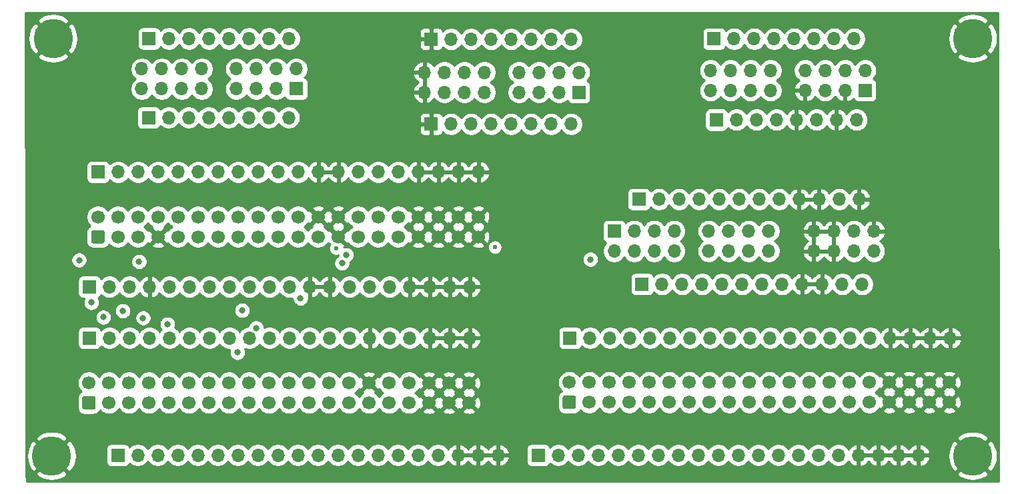
<source format=gbr>
G04 #@! TF.GenerationSoftware,KiCad,Pcbnew,5.1.7-a382d34a88~90~ubuntu20.04.1*
G04 #@! TF.CreationDate,2022-01-05T08:02:03-06:00*
G04 #@! TF.ProjectId,open-dash-daughterboard,6f70656e-2d64-4617-9368-2d6461756768,rev?*
G04 #@! TF.SameCoordinates,Original*
G04 #@! TF.FileFunction,Copper,L2,Inr*
G04 #@! TF.FilePolarity,Positive*
%FSLAX46Y46*%
G04 Gerber Fmt 4.6, Leading zero omitted, Abs format (unit mm)*
G04 Created by KiCad (PCBNEW 5.1.7-a382d34a88~90~ubuntu20.04.1) date 2022-01-05 08:02:03*
%MOMM*%
%LPD*%
G01*
G04 APERTURE LIST*
G04 #@! TA.AperFunction,ComponentPad*
%ADD10C,1.700000*%
G04 #@! TD*
G04 #@! TA.AperFunction,ComponentPad*
%ADD11C,5.000000*%
G04 #@! TD*
G04 #@! TA.AperFunction,ComponentPad*
%ADD12O,1.700000X1.700000*%
G04 #@! TD*
G04 #@! TA.AperFunction,ComponentPad*
%ADD13R,1.700000X1.700000*%
G04 #@! TD*
G04 #@! TA.AperFunction,ViaPad*
%ADD14C,0.800000*%
G04 #@! TD*
G04 #@! TA.AperFunction,ViaPad*
%ADD15C,0.600000*%
G04 #@! TD*
G04 #@! TA.AperFunction,Conductor*
%ADD16C,0.254000*%
G04 #@! TD*
G04 #@! TA.AperFunction,Conductor*
%ADD17C,0.100000*%
G04 #@! TD*
G04 APERTURE END LIST*
D10*
X146400000Y-172510000D03*
X143860000Y-172510000D03*
X141320000Y-172510000D03*
X138780000Y-172510000D03*
X136240000Y-172510000D03*
X133700000Y-172510000D03*
X131160000Y-172510000D03*
X128620000Y-172510000D03*
X126080000Y-172510000D03*
X123540000Y-172510000D03*
X121000000Y-172510000D03*
X118460000Y-172510000D03*
X115920000Y-172510000D03*
X113380000Y-172510000D03*
X110840000Y-172510000D03*
X108300000Y-172510000D03*
X105760000Y-172510000D03*
X103220000Y-172510000D03*
X100680000Y-172510000D03*
X98140000Y-172510000D03*
X146400000Y-175050000D03*
X143860000Y-175050000D03*
X141320000Y-175050000D03*
X138780000Y-175050000D03*
X136240000Y-175050000D03*
X133700000Y-175050000D03*
X131160000Y-175050000D03*
X128620000Y-175050000D03*
X126080000Y-175050000D03*
X123540000Y-175050000D03*
X121000000Y-175050000D03*
X118460000Y-175050000D03*
X115920000Y-175050000D03*
X113380000Y-175050000D03*
X110840000Y-175050000D03*
X108300000Y-175050000D03*
X105760000Y-175050000D03*
X103220000Y-175050000D03*
X100680000Y-175050000D03*
G04 #@! TA.AperFunction,ComponentPad*
G36*
G01*
X98740000Y-175900000D02*
X97540000Y-175900000D01*
G75*
G02*
X97290000Y-175650000I0J250000D01*
G01*
X97290000Y-174450000D01*
G75*
G02*
X97540000Y-174200000I250000J0D01*
G01*
X98740000Y-174200000D01*
G75*
G02*
X98990000Y-174450000I0J-250000D01*
G01*
X98990000Y-175650000D01*
G75*
G02*
X98740000Y-175900000I-250000J0D01*
G01*
G37*
G04 #@! TD.AperFunction*
X206220000Y-193560000D03*
X203680000Y-193560000D03*
X201140000Y-193560000D03*
X198600000Y-193560000D03*
X196060000Y-193560000D03*
X193520000Y-193560000D03*
X190980000Y-193560000D03*
X188440000Y-193560000D03*
X185900000Y-193560000D03*
X183360000Y-193560000D03*
X180820000Y-193560000D03*
X178280000Y-193560000D03*
X175740000Y-193560000D03*
X173200000Y-193560000D03*
X170660000Y-193560000D03*
X168120000Y-193560000D03*
X165580000Y-193560000D03*
X163040000Y-193560000D03*
X160500000Y-193560000D03*
X157960000Y-193560000D03*
X206220000Y-196100000D03*
X203680000Y-196100000D03*
X201140000Y-196100000D03*
X198600000Y-196100000D03*
X196060000Y-196100000D03*
X193520000Y-196100000D03*
X190980000Y-196100000D03*
X188440000Y-196100000D03*
X185900000Y-196100000D03*
X183360000Y-196100000D03*
X180820000Y-196100000D03*
X178280000Y-196100000D03*
X175740000Y-196100000D03*
X173200000Y-196100000D03*
X170660000Y-196100000D03*
X168120000Y-196100000D03*
X165580000Y-196100000D03*
X163040000Y-196100000D03*
X160500000Y-196100000D03*
G04 #@! TA.AperFunction,ComponentPad*
G36*
G01*
X158560000Y-196950000D02*
X157360000Y-196950000D01*
G75*
G02*
X157110000Y-196700000I0J250000D01*
G01*
X157110000Y-195500000D01*
G75*
G02*
X157360000Y-195250000I250000J0D01*
G01*
X158560000Y-195250000D01*
G75*
G02*
X158810000Y-195500000I0J-250000D01*
G01*
X158810000Y-196700000D01*
G75*
G02*
X158560000Y-196950000I-250000J0D01*
G01*
G37*
G04 #@! TD.AperFunction*
X145260000Y-193620000D03*
X142720000Y-193620000D03*
X140180000Y-193620000D03*
X137640000Y-193620000D03*
X135100000Y-193620000D03*
X132560000Y-193620000D03*
X130020000Y-193620000D03*
X127480000Y-193620000D03*
X124940000Y-193620000D03*
X122400000Y-193620000D03*
X119860000Y-193620000D03*
X117320000Y-193620000D03*
X114780000Y-193620000D03*
X112240000Y-193620000D03*
X109700000Y-193620000D03*
X107160000Y-193620000D03*
X104620000Y-193620000D03*
X102080000Y-193620000D03*
X99540000Y-193620000D03*
X97000000Y-193620000D03*
X145260000Y-196160000D03*
X142720000Y-196160000D03*
X140180000Y-196160000D03*
X137640000Y-196160000D03*
X135100000Y-196160000D03*
X132560000Y-196160000D03*
X130020000Y-196160000D03*
X127480000Y-196160000D03*
X124940000Y-196160000D03*
X122400000Y-196160000D03*
X119860000Y-196160000D03*
X117320000Y-196160000D03*
X114780000Y-196160000D03*
X112240000Y-196160000D03*
X109700000Y-196160000D03*
X107160000Y-196160000D03*
X104620000Y-196160000D03*
X102080000Y-196160000D03*
X99540000Y-196160000D03*
G04 #@! TA.AperFunction,ComponentPad*
G36*
G01*
X97600000Y-197010000D02*
X96400000Y-197010000D01*
G75*
G02*
X96150000Y-196760000I0J250000D01*
G01*
X96150000Y-195560000D01*
G75*
G02*
X96400000Y-195310000I250000J0D01*
G01*
X97600000Y-195310000D01*
G75*
G02*
X97850000Y-195560000I0J-250000D01*
G01*
X97850000Y-196760000D01*
G75*
G02*
X97600000Y-197010000I-250000J0D01*
G01*
G37*
G04 #@! TD.AperFunction*
D11*
X92260000Y-202920000D03*
X209160000Y-149820000D03*
X92460000Y-149820000D03*
X209160000Y-202920000D03*
D12*
X195140000Y-181070000D03*
X192600000Y-181070000D03*
X190060000Y-181070000D03*
X187520000Y-181070000D03*
X184980000Y-181070000D03*
X182440000Y-181070000D03*
X179900000Y-181070000D03*
X177360000Y-181070000D03*
X174820000Y-181070000D03*
X172280000Y-181070000D03*
X169740000Y-181070000D03*
D13*
X167200000Y-181070000D03*
D12*
X189000000Y-176870000D03*
X191540000Y-174330000D03*
X196620000Y-176870000D03*
X189000000Y-174330000D03*
X194080000Y-176870000D03*
X196620000Y-174330000D03*
X191540000Y-176870000D03*
X194080000Y-174330000D03*
D13*
X163650000Y-174330000D03*
D12*
X163650000Y-176870000D03*
X166190000Y-174330000D03*
X166190000Y-176870000D03*
X168730000Y-174330000D03*
X168730000Y-176870000D03*
X171270000Y-174330000D03*
X171270000Y-176870000D03*
X175650000Y-174330000D03*
X175650000Y-176870000D03*
X178190000Y-174330000D03*
X178190000Y-176870000D03*
X180730000Y-174330000D03*
X180730000Y-176870000D03*
X183270000Y-174330000D03*
X183270000Y-176870000D03*
X194740000Y-170270000D03*
X192200000Y-170270000D03*
X189660000Y-170270000D03*
X187120000Y-170270000D03*
X184580000Y-170270000D03*
X182040000Y-170270000D03*
X179500000Y-170270000D03*
X176960000Y-170270000D03*
X174420000Y-170270000D03*
X171880000Y-170270000D03*
X169340000Y-170270000D03*
D13*
X166800000Y-170270000D03*
D12*
X146420000Y-166820000D03*
X143880000Y-166820000D03*
X141340000Y-166820000D03*
X138800000Y-166820000D03*
X136260000Y-166820000D03*
X133720000Y-166820000D03*
X131180000Y-166820000D03*
X128640000Y-166820000D03*
X126100000Y-166820000D03*
X123560000Y-166820000D03*
X121020000Y-166820000D03*
X118480000Y-166820000D03*
X115940000Y-166820000D03*
X113400000Y-166820000D03*
X110860000Y-166820000D03*
X108320000Y-166820000D03*
X105780000Y-166820000D03*
X103240000Y-166820000D03*
X100700000Y-166820000D03*
D13*
X98160000Y-166820000D03*
D12*
X145320000Y-181420000D03*
X142780000Y-181420000D03*
X140240000Y-181420000D03*
X137700000Y-181420000D03*
X135160000Y-181420000D03*
X132620000Y-181420000D03*
X130080000Y-181420000D03*
X127540000Y-181420000D03*
X125000000Y-181420000D03*
X122460000Y-181420000D03*
X119920000Y-181420000D03*
X117380000Y-181420000D03*
X114840000Y-181420000D03*
X112300000Y-181420000D03*
X109760000Y-181420000D03*
X107220000Y-181420000D03*
X104680000Y-181420000D03*
X102140000Y-181420000D03*
X99600000Y-181420000D03*
D13*
X97060000Y-181420000D03*
D12*
X194120000Y-149875000D03*
X191580000Y-149875000D03*
X189040000Y-149875000D03*
X186500000Y-149875000D03*
X183960000Y-149875000D03*
X181420000Y-149875000D03*
X178880000Y-149875000D03*
D13*
X176340000Y-149875000D03*
D12*
X175890000Y-153895000D03*
X175890000Y-156435000D03*
X178430000Y-153895000D03*
X178430000Y-156435000D03*
X180970000Y-153895000D03*
X180970000Y-156435000D03*
X183510000Y-153895000D03*
X183510000Y-156435000D03*
X187890000Y-153895000D03*
X187890000Y-156435000D03*
X190430000Y-153895000D03*
X190430000Y-156435000D03*
X192970000Y-153895000D03*
X192970000Y-156435000D03*
X195510000Y-153895000D03*
D13*
X195510000Y-156435000D03*
D12*
X194420000Y-160175000D03*
X191880000Y-160175000D03*
X189340000Y-160175000D03*
X186800000Y-160175000D03*
X184260000Y-160175000D03*
X181720000Y-160175000D03*
X179180000Y-160175000D03*
D13*
X176640000Y-160175000D03*
D12*
X202280000Y-202820000D03*
X199740000Y-202820000D03*
X197200000Y-202820000D03*
X194660000Y-202820000D03*
X192120000Y-202820000D03*
X189580000Y-202820000D03*
X187040000Y-202820000D03*
X184500000Y-202820000D03*
X181960000Y-202820000D03*
X179420000Y-202820000D03*
X176880000Y-202820000D03*
X174340000Y-202820000D03*
X171800000Y-202820000D03*
X169260000Y-202820000D03*
X166720000Y-202820000D03*
X164180000Y-202820000D03*
X161640000Y-202820000D03*
X159100000Y-202820000D03*
X156560000Y-202820000D03*
D13*
X154020000Y-202820000D03*
D12*
X206320000Y-187920000D03*
X203780000Y-187920000D03*
X201240000Y-187920000D03*
X198700000Y-187920000D03*
X196160000Y-187920000D03*
X193620000Y-187920000D03*
X191080000Y-187920000D03*
X188540000Y-187920000D03*
X186000000Y-187920000D03*
X183460000Y-187920000D03*
X180920000Y-187920000D03*
X178380000Y-187920000D03*
X175840000Y-187920000D03*
X173300000Y-187920000D03*
X170760000Y-187920000D03*
X168220000Y-187920000D03*
X165680000Y-187920000D03*
X163140000Y-187920000D03*
X160600000Y-187920000D03*
D13*
X158060000Y-187920000D03*
D12*
X122400000Y-149850000D03*
X119860000Y-149850000D03*
X117320000Y-149850000D03*
X114780000Y-149850000D03*
X112240000Y-149850000D03*
X109700000Y-149850000D03*
X107160000Y-149850000D03*
D13*
X104620000Y-149850000D03*
D12*
X103700000Y-153700000D03*
X103700000Y-156240000D03*
X106240000Y-153700000D03*
X106240000Y-156240000D03*
X108780000Y-153700000D03*
X108780000Y-156240000D03*
X111320000Y-153700000D03*
X111320000Y-156240000D03*
X115700000Y-153700000D03*
X115700000Y-156240000D03*
X118240000Y-153700000D03*
X118240000Y-156240000D03*
X120780000Y-153700000D03*
X120780000Y-156240000D03*
X123320000Y-153700000D03*
D13*
X123320000Y-156240000D03*
D12*
X122350000Y-159890000D03*
X119810000Y-159890000D03*
X117270000Y-159890000D03*
X114730000Y-159890000D03*
X112190000Y-159890000D03*
X109650000Y-159890000D03*
X107110000Y-159890000D03*
D13*
X104570000Y-159890000D03*
D12*
X145320000Y-187920000D03*
X142780000Y-187920000D03*
X140240000Y-187920000D03*
X137700000Y-187920000D03*
X135160000Y-187920000D03*
X132620000Y-187920000D03*
X130080000Y-187920000D03*
X127540000Y-187920000D03*
X125000000Y-187920000D03*
X122460000Y-187920000D03*
X119920000Y-187920000D03*
X117380000Y-187920000D03*
X114840000Y-187920000D03*
X112300000Y-187920000D03*
X109760000Y-187920000D03*
X107220000Y-187920000D03*
X104680000Y-187920000D03*
X102140000Y-187920000D03*
X99600000Y-187920000D03*
D13*
X97060000Y-187920000D03*
D12*
X148920000Y-202820000D03*
X146380000Y-202820000D03*
X143840000Y-202820000D03*
X141300000Y-202820000D03*
X138760000Y-202820000D03*
X136220000Y-202820000D03*
X133680000Y-202820000D03*
X131140000Y-202820000D03*
X128600000Y-202820000D03*
X126060000Y-202820000D03*
X123520000Y-202820000D03*
X120980000Y-202820000D03*
X118440000Y-202820000D03*
X115900000Y-202820000D03*
X113360000Y-202820000D03*
X110820000Y-202820000D03*
X108280000Y-202820000D03*
X105740000Y-202820000D03*
X103200000Y-202820000D03*
D13*
X100660000Y-202820000D03*
D12*
X158210000Y-149920000D03*
X155670000Y-149920000D03*
X153130000Y-149920000D03*
X150590000Y-149920000D03*
X148050000Y-149920000D03*
X145510000Y-149920000D03*
X142970000Y-149920000D03*
D13*
X140430000Y-149920000D03*
D12*
X139570000Y-154130000D03*
X139570000Y-156670000D03*
X142110000Y-154130000D03*
X142110000Y-156670000D03*
X144650000Y-154130000D03*
X144650000Y-156670000D03*
X147190000Y-154130000D03*
X147190000Y-156670000D03*
X151570000Y-154130000D03*
X151570000Y-156670000D03*
X154110000Y-154130000D03*
X154110000Y-156670000D03*
X156650000Y-154130000D03*
X156650000Y-156670000D03*
X159190000Y-154130000D03*
D13*
X159190000Y-156670000D03*
D12*
X158210000Y-160720000D03*
X155670000Y-160720000D03*
X153130000Y-160720000D03*
X150590000Y-160720000D03*
X148050000Y-160720000D03*
X145510000Y-160720000D03*
X142970000Y-160720000D03*
D13*
X140430000Y-160720000D03*
D14*
X103350000Y-178210000D03*
X129120000Y-178400000D03*
X129640000Y-177350010D03*
X123841888Y-182855475D03*
X160640000Y-177930000D03*
X95760000Y-178020000D03*
X116437084Y-184409017D03*
X103860000Y-185380000D03*
X98820000Y-185280000D03*
X101310000Y-184460000D03*
X115840000Y-189770000D03*
X97300000Y-183410000D03*
X106970000Y-186160021D03*
X118211376Y-186647200D03*
D15*
X128350000Y-176500000D03*
X148525000Y-176375000D03*
D16*
X212488252Y-206139857D02*
X89058546Y-206115143D01*
X89056513Y-205123148D01*
X90236457Y-205123148D01*
X90512627Y-205541118D01*
X91057557Y-205831649D01*
X91648696Y-206010287D01*
X92263328Y-206070168D01*
X92877831Y-206008990D01*
X93468592Y-205829103D01*
X94007373Y-205541118D01*
X94283543Y-205123148D01*
X207136457Y-205123148D01*
X207412627Y-205541118D01*
X207957557Y-205831649D01*
X208548696Y-206010287D01*
X209163328Y-206070168D01*
X209777831Y-206008990D01*
X210368592Y-205829103D01*
X210907373Y-205541118D01*
X211183543Y-205123148D01*
X209160000Y-203099605D01*
X207136457Y-205123148D01*
X94283543Y-205123148D01*
X92260000Y-203099605D01*
X90236457Y-205123148D01*
X89056513Y-205123148D01*
X89052003Y-202923328D01*
X89109832Y-202923328D01*
X89171010Y-203537831D01*
X89350897Y-204128592D01*
X89638882Y-204667373D01*
X90056852Y-204943543D01*
X92080395Y-202920000D01*
X92439605Y-202920000D01*
X94463148Y-204943543D01*
X94881118Y-204667373D01*
X95171649Y-204122443D01*
X95350287Y-203531304D01*
X95410168Y-202916672D01*
X95348990Y-202302169D01*
X95247845Y-201970000D01*
X99171928Y-201970000D01*
X99171928Y-203670000D01*
X99184188Y-203794482D01*
X99220498Y-203914180D01*
X99279463Y-204024494D01*
X99358815Y-204121185D01*
X99455506Y-204200537D01*
X99565820Y-204259502D01*
X99685518Y-204295812D01*
X99810000Y-204308072D01*
X101510000Y-204308072D01*
X101634482Y-204295812D01*
X101754180Y-204259502D01*
X101864494Y-204200537D01*
X101961185Y-204121185D01*
X102040537Y-204024494D01*
X102099502Y-203914180D01*
X102121513Y-203841620D01*
X102253368Y-203973475D01*
X102496589Y-204135990D01*
X102766842Y-204247932D01*
X103053740Y-204305000D01*
X103346260Y-204305000D01*
X103633158Y-204247932D01*
X103903411Y-204135990D01*
X104146632Y-203973475D01*
X104353475Y-203766632D01*
X104470000Y-203592240D01*
X104586525Y-203766632D01*
X104793368Y-203973475D01*
X105036589Y-204135990D01*
X105306842Y-204247932D01*
X105593740Y-204305000D01*
X105886260Y-204305000D01*
X106173158Y-204247932D01*
X106443411Y-204135990D01*
X106686632Y-203973475D01*
X106893475Y-203766632D01*
X107010000Y-203592240D01*
X107126525Y-203766632D01*
X107333368Y-203973475D01*
X107576589Y-204135990D01*
X107846842Y-204247932D01*
X108133740Y-204305000D01*
X108426260Y-204305000D01*
X108713158Y-204247932D01*
X108983411Y-204135990D01*
X109226632Y-203973475D01*
X109433475Y-203766632D01*
X109550000Y-203592240D01*
X109666525Y-203766632D01*
X109873368Y-203973475D01*
X110116589Y-204135990D01*
X110386842Y-204247932D01*
X110673740Y-204305000D01*
X110966260Y-204305000D01*
X111253158Y-204247932D01*
X111523411Y-204135990D01*
X111766632Y-203973475D01*
X111973475Y-203766632D01*
X112090000Y-203592240D01*
X112206525Y-203766632D01*
X112413368Y-203973475D01*
X112656589Y-204135990D01*
X112926842Y-204247932D01*
X113213740Y-204305000D01*
X113506260Y-204305000D01*
X113793158Y-204247932D01*
X114063411Y-204135990D01*
X114306632Y-203973475D01*
X114513475Y-203766632D01*
X114630000Y-203592240D01*
X114746525Y-203766632D01*
X114953368Y-203973475D01*
X115196589Y-204135990D01*
X115466842Y-204247932D01*
X115753740Y-204305000D01*
X116046260Y-204305000D01*
X116333158Y-204247932D01*
X116603411Y-204135990D01*
X116846632Y-203973475D01*
X117053475Y-203766632D01*
X117170000Y-203592240D01*
X117286525Y-203766632D01*
X117493368Y-203973475D01*
X117736589Y-204135990D01*
X118006842Y-204247932D01*
X118293740Y-204305000D01*
X118586260Y-204305000D01*
X118873158Y-204247932D01*
X119143411Y-204135990D01*
X119386632Y-203973475D01*
X119593475Y-203766632D01*
X119710000Y-203592240D01*
X119826525Y-203766632D01*
X120033368Y-203973475D01*
X120276589Y-204135990D01*
X120546842Y-204247932D01*
X120833740Y-204305000D01*
X121126260Y-204305000D01*
X121413158Y-204247932D01*
X121683411Y-204135990D01*
X121926632Y-203973475D01*
X122133475Y-203766632D01*
X122250000Y-203592240D01*
X122366525Y-203766632D01*
X122573368Y-203973475D01*
X122816589Y-204135990D01*
X123086842Y-204247932D01*
X123373740Y-204305000D01*
X123666260Y-204305000D01*
X123953158Y-204247932D01*
X124223411Y-204135990D01*
X124466632Y-203973475D01*
X124673475Y-203766632D01*
X124790000Y-203592240D01*
X124906525Y-203766632D01*
X125113368Y-203973475D01*
X125356589Y-204135990D01*
X125626842Y-204247932D01*
X125913740Y-204305000D01*
X126206260Y-204305000D01*
X126493158Y-204247932D01*
X126763411Y-204135990D01*
X127006632Y-203973475D01*
X127213475Y-203766632D01*
X127330000Y-203592240D01*
X127446525Y-203766632D01*
X127653368Y-203973475D01*
X127896589Y-204135990D01*
X128166842Y-204247932D01*
X128453740Y-204305000D01*
X128746260Y-204305000D01*
X129033158Y-204247932D01*
X129303411Y-204135990D01*
X129546632Y-203973475D01*
X129753475Y-203766632D01*
X129870000Y-203592240D01*
X129986525Y-203766632D01*
X130193368Y-203973475D01*
X130436589Y-204135990D01*
X130706842Y-204247932D01*
X130993740Y-204305000D01*
X131286260Y-204305000D01*
X131573158Y-204247932D01*
X131843411Y-204135990D01*
X132086632Y-203973475D01*
X132293475Y-203766632D01*
X132410000Y-203592240D01*
X132526525Y-203766632D01*
X132733368Y-203973475D01*
X132976589Y-204135990D01*
X133246842Y-204247932D01*
X133533740Y-204305000D01*
X133826260Y-204305000D01*
X134113158Y-204247932D01*
X134383411Y-204135990D01*
X134626632Y-203973475D01*
X134833475Y-203766632D01*
X134950000Y-203592240D01*
X135066525Y-203766632D01*
X135273368Y-203973475D01*
X135516589Y-204135990D01*
X135786842Y-204247932D01*
X136073740Y-204305000D01*
X136366260Y-204305000D01*
X136653158Y-204247932D01*
X136923411Y-204135990D01*
X137166632Y-203973475D01*
X137373475Y-203766632D01*
X137490000Y-203592240D01*
X137606525Y-203766632D01*
X137813368Y-203973475D01*
X138056589Y-204135990D01*
X138326842Y-204247932D01*
X138613740Y-204305000D01*
X138906260Y-204305000D01*
X139193158Y-204247932D01*
X139463411Y-204135990D01*
X139706632Y-203973475D01*
X139913475Y-203766632D01*
X140030000Y-203592240D01*
X140146525Y-203766632D01*
X140353368Y-203973475D01*
X140596589Y-204135990D01*
X140866842Y-204247932D01*
X141153740Y-204305000D01*
X141446260Y-204305000D01*
X141733158Y-204247932D01*
X142003411Y-204135990D01*
X142246632Y-203973475D01*
X142453475Y-203766632D01*
X142575195Y-203584466D01*
X142644822Y-203701355D01*
X142839731Y-203917588D01*
X143073080Y-204091641D01*
X143335901Y-204216825D01*
X143483110Y-204261476D01*
X143713000Y-204140155D01*
X143713000Y-202947000D01*
X143967000Y-202947000D01*
X143967000Y-204140155D01*
X144196890Y-204261476D01*
X144344099Y-204216825D01*
X144606920Y-204091641D01*
X144840269Y-203917588D01*
X145035178Y-203701355D01*
X145110000Y-203575745D01*
X145184822Y-203701355D01*
X145379731Y-203917588D01*
X145613080Y-204091641D01*
X145875901Y-204216825D01*
X146023110Y-204261476D01*
X146253000Y-204140155D01*
X146253000Y-202947000D01*
X146507000Y-202947000D01*
X146507000Y-204140155D01*
X146736890Y-204261476D01*
X146884099Y-204216825D01*
X147146920Y-204091641D01*
X147380269Y-203917588D01*
X147575178Y-203701355D01*
X147650000Y-203575745D01*
X147724822Y-203701355D01*
X147919731Y-203917588D01*
X148153080Y-204091641D01*
X148415901Y-204216825D01*
X148563110Y-204261476D01*
X148793000Y-204140155D01*
X148793000Y-202947000D01*
X149047000Y-202947000D01*
X149047000Y-204140155D01*
X149276890Y-204261476D01*
X149424099Y-204216825D01*
X149686920Y-204091641D01*
X149920269Y-203917588D01*
X150115178Y-203701355D01*
X150264157Y-203451252D01*
X150361481Y-203176891D01*
X150240814Y-202947000D01*
X149047000Y-202947000D01*
X148793000Y-202947000D01*
X146507000Y-202947000D01*
X146253000Y-202947000D01*
X143967000Y-202947000D01*
X143713000Y-202947000D01*
X143693000Y-202947000D01*
X143693000Y-202693000D01*
X143713000Y-202693000D01*
X143713000Y-201499845D01*
X143967000Y-201499845D01*
X143967000Y-202693000D01*
X146253000Y-202693000D01*
X146253000Y-201499845D01*
X146507000Y-201499845D01*
X146507000Y-202693000D01*
X148793000Y-202693000D01*
X148793000Y-201499845D01*
X149047000Y-201499845D01*
X149047000Y-202693000D01*
X150240814Y-202693000D01*
X150361481Y-202463109D01*
X150264157Y-202188748D01*
X150133856Y-201970000D01*
X152531928Y-201970000D01*
X152531928Y-203670000D01*
X152544188Y-203794482D01*
X152580498Y-203914180D01*
X152639463Y-204024494D01*
X152718815Y-204121185D01*
X152815506Y-204200537D01*
X152925820Y-204259502D01*
X153045518Y-204295812D01*
X153170000Y-204308072D01*
X154870000Y-204308072D01*
X154994482Y-204295812D01*
X155114180Y-204259502D01*
X155224494Y-204200537D01*
X155321185Y-204121185D01*
X155400537Y-204024494D01*
X155459502Y-203914180D01*
X155481513Y-203841620D01*
X155613368Y-203973475D01*
X155856589Y-204135990D01*
X156126842Y-204247932D01*
X156413740Y-204305000D01*
X156706260Y-204305000D01*
X156993158Y-204247932D01*
X157263411Y-204135990D01*
X157506632Y-203973475D01*
X157713475Y-203766632D01*
X157830000Y-203592240D01*
X157946525Y-203766632D01*
X158153368Y-203973475D01*
X158396589Y-204135990D01*
X158666842Y-204247932D01*
X158953740Y-204305000D01*
X159246260Y-204305000D01*
X159533158Y-204247932D01*
X159803411Y-204135990D01*
X160046632Y-203973475D01*
X160253475Y-203766632D01*
X160370000Y-203592240D01*
X160486525Y-203766632D01*
X160693368Y-203973475D01*
X160936589Y-204135990D01*
X161206842Y-204247932D01*
X161493740Y-204305000D01*
X161786260Y-204305000D01*
X162073158Y-204247932D01*
X162343411Y-204135990D01*
X162586632Y-203973475D01*
X162793475Y-203766632D01*
X162910000Y-203592240D01*
X163026525Y-203766632D01*
X163233368Y-203973475D01*
X163476589Y-204135990D01*
X163746842Y-204247932D01*
X164033740Y-204305000D01*
X164326260Y-204305000D01*
X164613158Y-204247932D01*
X164883411Y-204135990D01*
X165126632Y-203973475D01*
X165333475Y-203766632D01*
X165450000Y-203592240D01*
X165566525Y-203766632D01*
X165773368Y-203973475D01*
X166016589Y-204135990D01*
X166286842Y-204247932D01*
X166573740Y-204305000D01*
X166866260Y-204305000D01*
X167153158Y-204247932D01*
X167423411Y-204135990D01*
X167666632Y-203973475D01*
X167873475Y-203766632D01*
X167990000Y-203592240D01*
X168106525Y-203766632D01*
X168313368Y-203973475D01*
X168556589Y-204135990D01*
X168826842Y-204247932D01*
X169113740Y-204305000D01*
X169406260Y-204305000D01*
X169693158Y-204247932D01*
X169963411Y-204135990D01*
X170206632Y-203973475D01*
X170413475Y-203766632D01*
X170530000Y-203592240D01*
X170646525Y-203766632D01*
X170853368Y-203973475D01*
X171096589Y-204135990D01*
X171366842Y-204247932D01*
X171653740Y-204305000D01*
X171946260Y-204305000D01*
X172233158Y-204247932D01*
X172503411Y-204135990D01*
X172746632Y-203973475D01*
X172953475Y-203766632D01*
X173070000Y-203592240D01*
X173186525Y-203766632D01*
X173393368Y-203973475D01*
X173636589Y-204135990D01*
X173906842Y-204247932D01*
X174193740Y-204305000D01*
X174486260Y-204305000D01*
X174773158Y-204247932D01*
X175043411Y-204135990D01*
X175286632Y-203973475D01*
X175493475Y-203766632D01*
X175610000Y-203592240D01*
X175726525Y-203766632D01*
X175933368Y-203973475D01*
X176176589Y-204135990D01*
X176446842Y-204247932D01*
X176733740Y-204305000D01*
X177026260Y-204305000D01*
X177313158Y-204247932D01*
X177583411Y-204135990D01*
X177826632Y-203973475D01*
X178033475Y-203766632D01*
X178150000Y-203592240D01*
X178266525Y-203766632D01*
X178473368Y-203973475D01*
X178716589Y-204135990D01*
X178986842Y-204247932D01*
X179273740Y-204305000D01*
X179566260Y-204305000D01*
X179853158Y-204247932D01*
X180123411Y-204135990D01*
X180366632Y-203973475D01*
X180573475Y-203766632D01*
X180690000Y-203592240D01*
X180806525Y-203766632D01*
X181013368Y-203973475D01*
X181256589Y-204135990D01*
X181526842Y-204247932D01*
X181813740Y-204305000D01*
X182106260Y-204305000D01*
X182393158Y-204247932D01*
X182663411Y-204135990D01*
X182906632Y-203973475D01*
X183113475Y-203766632D01*
X183230000Y-203592240D01*
X183346525Y-203766632D01*
X183553368Y-203973475D01*
X183796589Y-204135990D01*
X184066842Y-204247932D01*
X184353740Y-204305000D01*
X184646260Y-204305000D01*
X184933158Y-204247932D01*
X185203411Y-204135990D01*
X185446632Y-203973475D01*
X185653475Y-203766632D01*
X185770000Y-203592240D01*
X185886525Y-203766632D01*
X186093368Y-203973475D01*
X186336589Y-204135990D01*
X186606842Y-204247932D01*
X186893740Y-204305000D01*
X187186260Y-204305000D01*
X187473158Y-204247932D01*
X187743411Y-204135990D01*
X187986632Y-203973475D01*
X188193475Y-203766632D01*
X188310000Y-203592240D01*
X188426525Y-203766632D01*
X188633368Y-203973475D01*
X188876589Y-204135990D01*
X189146842Y-204247932D01*
X189433740Y-204305000D01*
X189726260Y-204305000D01*
X190013158Y-204247932D01*
X190283411Y-204135990D01*
X190526632Y-203973475D01*
X190733475Y-203766632D01*
X190850000Y-203592240D01*
X190966525Y-203766632D01*
X191173368Y-203973475D01*
X191416589Y-204135990D01*
X191686842Y-204247932D01*
X191973740Y-204305000D01*
X192266260Y-204305000D01*
X192553158Y-204247932D01*
X192823411Y-204135990D01*
X193066632Y-203973475D01*
X193273475Y-203766632D01*
X193395195Y-203584466D01*
X193464822Y-203701355D01*
X193659731Y-203917588D01*
X193893080Y-204091641D01*
X194155901Y-204216825D01*
X194303110Y-204261476D01*
X194533000Y-204140155D01*
X194533000Y-202947000D01*
X194787000Y-202947000D01*
X194787000Y-204140155D01*
X195016890Y-204261476D01*
X195164099Y-204216825D01*
X195426920Y-204091641D01*
X195660269Y-203917588D01*
X195855178Y-203701355D01*
X195930000Y-203575745D01*
X196004822Y-203701355D01*
X196199731Y-203917588D01*
X196433080Y-204091641D01*
X196695901Y-204216825D01*
X196843110Y-204261476D01*
X197073000Y-204140155D01*
X197073000Y-202947000D01*
X197327000Y-202947000D01*
X197327000Y-204140155D01*
X197556890Y-204261476D01*
X197704099Y-204216825D01*
X197966920Y-204091641D01*
X198200269Y-203917588D01*
X198395178Y-203701355D01*
X198470000Y-203575745D01*
X198544822Y-203701355D01*
X198739731Y-203917588D01*
X198973080Y-204091641D01*
X199235901Y-204216825D01*
X199383110Y-204261476D01*
X199613000Y-204140155D01*
X199613000Y-202947000D01*
X199867000Y-202947000D01*
X199867000Y-204140155D01*
X200096890Y-204261476D01*
X200244099Y-204216825D01*
X200506920Y-204091641D01*
X200740269Y-203917588D01*
X200935178Y-203701355D01*
X201010000Y-203575745D01*
X201084822Y-203701355D01*
X201279731Y-203917588D01*
X201513080Y-204091641D01*
X201775901Y-204216825D01*
X201923110Y-204261476D01*
X202153000Y-204140155D01*
X202153000Y-202947000D01*
X202407000Y-202947000D01*
X202407000Y-204140155D01*
X202636890Y-204261476D01*
X202784099Y-204216825D01*
X203046920Y-204091641D01*
X203280269Y-203917588D01*
X203475178Y-203701355D01*
X203624157Y-203451252D01*
X203721481Y-203176891D01*
X203600814Y-202947000D01*
X202407000Y-202947000D01*
X202153000Y-202947000D01*
X199867000Y-202947000D01*
X199613000Y-202947000D01*
X197327000Y-202947000D01*
X197073000Y-202947000D01*
X194787000Y-202947000D01*
X194533000Y-202947000D01*
X194513000Y-202947000D01*
X194513000Y-202923328D01*
X206009832Y-202923328D01*
X206071010Y-203537831D01*
X206250897Y-204128592D01*
X206538882Y-204667373D01*
X206956852Y-204943543D01*
X208980395Y-202920000D01*
X209339605Y-202920000D01*
X211363148Y-204943543D01*
X211781118Y-204667373D01*
X212071649Y-204122443D01*
X212250287Y-203531304D01*
X212310168Y-202916672D01*
X212248990Y-202302169D01*
X212069103Y-201711408D01*
X211781118Y-201172627D01*
X211363148Y-200896457D01*
X209339605Y-202920000D01*
X208980395Y-202920000D01*
X206956852Y-200896457D01*
X206538882Y-201172627D01*
X206248351Y-201717557D01*
X206069713Y-202308696D01*
X206009832Y-202923328D01*
X194513000Y-202923328D01*
X194513000Y-202693000D01*
X194533000Y-202693000D01*
X194533000Y-201499845D01*
X194787000Y-201499845D01*
X194787000Y-202693000D01*
X197073000Y-202693000D01*
X197073000Y-201499845D01*
X197327000Y-201499845D01*
X197327000Y-202693000D01*
X199613000Y-202693000D01*
X199613000Y-201499845D01*
X199867000Y-201499845D01*
X199867000Y-202693000D01*
X202153000Y-202693000D01*
X202153000Y-201499845D01*
X202407000Y-201499845D01*
X202407000Y-202693000D01*
X203600814Y-202693000D01*
X203721481Y-202463109D01*
X203624157Y-202188748D01*
X203475178Y-201938645D01*
X203280269Y-201722412D01*
X203046920Y-201548359D01*
X202784099Y-201423175D01*
X202636890Y-201378524D01*
X202407000Y-201499845D01*
X202153000Y-201499845D01*
X201923110Y-201378524D01*
X201775901Y-201423175D01*
X201513080Y-201548359D01*
X201279731Y-201722412D01*
X201084822Y-201938645D01*
X201010000Y-202064255D01*
X200935178Y-201938645D01*
X200740269Y-201722412D01*
X200506920Y-201548359D01*
X200244099Y-201423175D01*
X200096890Y-201378524D01*
X199867000Y-201499845D01*
X199613000Y-201499845D01*
X199383110Y-201378524D01*
X199235901Y-201423175D01*
X198973080Y-201548359D01*
X198739731Y-201722412D01*
X198544822Y-201938645D01*
X198470000Y-202064255D01*
X198395178Y-201938645D01*
X198200269Y-201722412D01*
X197966920Y-201548359D01*
X197704099Y-201423175D01*
X197556890Y-201378524D01*
X197327000Y-201499845D01*
X197073000Y-201499845D01*
X196843110Y-201378524D01*
X196695901Y-201423175D01*
X196433080Y-201548359D01*
X196199731Y-201722412D01*
X196004822Y-201938645D01*
X195930000Y-202064255D01*
X195855178Y-201938645D01*
X195660269Y-201722412D01*
X195426920Y-201548359D01*
X195164099Y-201423175D01*
X195016890Y-201378524D01*
X194787000Y-201499845D01*
X194533000Y-201499845D01*
X194303110Y-201378524D01*
X194155901Y-201423175D01*
X193893080Y-201548359D01*
X193659731Y-201722412D01*
X193464822Y-201938645D01*
X193395195Y-202055534D01*
X193273475Y-201873368D01*
X193066632Y-201666525D01*
X192823411Y-201504010D01*
X192553158Y-201392068D01*
X192266260Y-201335000D01*
X191973740Y-201335000D01*
X191686842Y-201392068D01*
X191416589Y-201504010D01*
X191173368Y-201666525D01*
X190966525Y-201873368D01*
X190850000Y-202047760D01*
X190733475Y-201873368D01*
X190526632Y-201666525D01*
X190283411Y-201504010D01*
X190013158Y-201392068D01*
X189726260Y-201335000D01*
X189433740Y-201335000D01*
X189146842Y-201392068D01*
X188876589Y-201504010D01*
X188633368Y-201666525D01*
X188426525Y-201873368D01*
X188310000Y-202047760D01*
X188193475Y-201873368D01*
X187986632Y-201666525D01*
X187743411Y-201504010D01*
X187473158Y-201392068D01*
X187186260Y-201335000D01*
X186893740Y-201335000D01*
X186606842Y-201392068D01*
X186336589Y-201504010D01*
X186093368Y-201666525D01*
X185886525Y-201873368D01*
X185770000Y-202047760D01*
X185653475Y-201873368D01*
X185446632Y-201666525D01*
X185203411Y-201504010D01*
X184933158Y-201392068D01*
X184646260Y-201335000D01*
X184353740Y-201335000D01*
X184066842Y-201392068D01*
X183796589Y-201504010D01*
X183553368Y-201666525D01*
X183346525Y-201873368D01*
X183230000Y-202047760D01*
X183113475Y-201873368D01*
X182906632Y-201666525D01*
X182663411Y-201504010D01*
X182393158Y-201392068D01*
X182106260Y-201335000D01*
X181813740Y-201335000D01*
X181526842Y-201392068D01*
X181256589Y-201504010D01*
X181013368Y-201666525D01*
X180806525Y-201873368D01*
X180690000Y-202047760D01*
X180573475Y-201873368D01*
X180366632Y-201666525D01*
X180123411Y-201504010D01*
X179853158Y-201392068D01*
X179566260Y-201335000D01*
X179273740Y-201335000D01*
X178986842Y-201392068D01*
X178716589Y-201504010D01*
X178473368Y-201666525D01*
X178266525Y-201873368D01*
X178150000Y-202047760D01*
X178033475Y-201873368D01*
X177826632Y-201666525D01*
X177583411Y-201504010D01*
X177313158Y-201392068D01*
X177026260Y-201335000D01*
X176733740Y-201335000D01*
X176446842Y-201392068D01*
X176176589Y-201504010D01*
X175933368Y-201666525D01*
X175726525Y-201873368D01*
X175610000Y-202047760D01*
X175493475Y-201873368D01*
X175286632Y-201666525D01*
X175043411Y-201504010D01*
X174773158Y-201392068D01*
X174486260Y-201335000D01*
X174193740Y-201335000D01*
X173906842Y-201392068D01*
X173636589Y-201504010D01*
X173393368Y-201666525D01*
X173186525Y-201873368D01*
X173070000Y-202047760D01*
X172953475Y-201873368D01*
X172746632Y-201666525D01*
X172503411Y-201504010D01*
X172233158Y-201392068D01*
X171946260Y-201335000D01*
X171653740Y-201335000D01*
X171366842Y-201392068D01*
X171096589Y-201504010D01*
X170853368Y-201666525D01*
X170646525Y-201873368D01*
X170530000Y-202047760D01*
X170413475Y-201873368D01*
X170206632Y-201666525D01*
X169963411Y-201504010D01*
X169693158Y-201392068D01*
X169406260Y-201335000D01*
X169113740Y-201335000D01*
X168826842Y-201392068D01*
X168556589Y-201504010D01*
X168313368Y-201666525D01*
X168106525Y-201873368D01*
X167990000Y-202047760D01*
X167873475Y-201873368D01*
X167666632Y-201666525D01*
X167423411Y-201504010D01*
X167153158Y-201392068D01*
X166866260Y-201335000D01*
X166573740Y-201335000D01*
X166286842Y-201392068D01*
X166016589Y-201504010D01*
X165773368Y-201666525D01*
X165566525Y-201873368D01*
X165450000Y-202047760D01*
X165333475Y-201873368D01*
X165126632Y-201666525D01*
X164883411Y-201504010D01*
X164613158Y-201392068D01*
X164326260Y-201335000D01*
X164033740Y-201335000D01*
X163746842Y-201392068D01*
X163476589Y-201504010D01*
X163233368Y-201666525D01*
X163026525Y-201873368D01*
X162910000Y-202047760D01*
X162793475Y-201873368D01*
X162586632Y-201666525D01*
X162343411Y-201504010D01*
X162073158Y-201392068D01*
X161786260Y-201335000D01*
X161493740Y-201335000D01*
X161206842Y-201392068D01*
X160936589Y-201504010D01*
X160693368Y-201666525D01*
X160486525Y-201873368D01*
X160370000Y-202047760D01*
X160253475Y-201873368D01*
X160046632Y-201666525D01*
X159803411Y-201504010D01*
X159533158Y-201392068D01*
X159246260Y-201335000D01*
X158953740Y-201335000D01*
X158666842Y-201392068D01*
X158396589Y-201504010D01*
X158153368Y-201666525D01*
X157946525Y-201873368D01*
X157830000Y-202047760D01*
X157713475Y-201873368D01*
X157506632Y-201666525D01*
X157263411Y-201504010D01*
X156993158Y-201392068D01*
X156706260Y-201335000D01*
X156413740Y-201335000D01*
X156126842Y-201392068D01*
X155856589Y-201504010D01*
X155613368Y-201666525D01*
X155481513Y-201798380D01*
X155459502Y-201725820D01*
X155400537Y-201615506D01*
X155321185Y-201518815D01*
X155224494Y-201439463D01*
X155114180Y-201380498D01*
X154994482Y-201344188D01*
X154870000Y-201331928D01*
X153170000Y-201331928D01*
X153045518Y-201344188D01*
X152925820Y-201380498D01*
X152815506Y-201439463D01*
X152718815Y-201518815D01*
X152639463Y-201615506D01*
X152580498Y-201725820D01*
X152544188Y-201845518D01*
X152531928Y-201970000D01*
X150133856Y-201970000D01*
X150115178Y-201938645D01*
X149920269Y-201722412D01*
X149686920Y-201548359D01*
X149424099Y-201423175D01*
X149276890Y-201378524D01*
X149047000Y-201499845D01*
X148793000Y-201499845D01*
X148563110Y-201378524D01*
X148415901Y-201423175D01*
X148153080Y-201548359D01*
X147919731Y-201722412D01*
X147724822Y-201938645D01*
X147650000Y-202064255D01*
X147575178Y-201938645D01*
X147380269Y-201722412D01*
X147146920Y-201548359D01*
X146884099Y-201423175D01*
X146736890Y-201378524D01*
X146507000Y-201499845D01*
X146253000Y-201499845D01*
X146023110Y-201378524D01*
X145875901Y-201423175D01*
X145613080Y-201548359D01*
X145379731Y-201722412D01*
X145184822Y-201938645D01*
X145110000Y-202064255D01*
X145035178Y-201938645D01*
X144840269Y-201722412D01*
X144606920Y-201548359D01*
X144344099Y-201423175D01*
X144196890Y-201378524D01*
X143967000Y-201499845D01*
X143713000Y-201499845D01*
X143483110Y-201378524D01*
X143335901Y-201423175D01*
X143073080Y-201548359D01*
X142839731Y-201722412D01*
X142644822Y-201938645D01*
X142575195Y-202055534D01*
X142453475Y-201873368D01*
X142246632Y-201666525D01*
X142003411Y-201504010D01*
X141733158Y-201392068D01*
X141446260Y-201335000D01*
X141153740Y-201335000D01*
X140866842Y-201392068D01*
X140596589Y-201504010D01*
X140353368Y-201666525D01*
X140146525Y-201873368D01*
X140030000Y-202047760D01*
X139913475Y-201873368D01*
X139706632Y-201666525D01*
X139463411Y-201504010D01*
X139193158Y-201392068D01*
X138906260Y-201335000D01*
X138613740Y-201335000D01*
X138326842Y-201392068D01*
X138056589Y-201504010D01*
X137813368Y-201666525D01*
X137606525Y-201873368D01*
X137490000Y-202047760D01*
X137373475Y-201873368D01*
X137166632Y-201666525D01*
X136923411Y-201504010D01*
X136653158Y-201392068D01*
X136366260Y-201335000D01*
X136073740Y-201335000D01*
X135786842Y-201392068D01*
X135516589Y-201504010D01*
X135273368Y-201666525D01*
X135066525Y-201873368D01*
X134950000Y-202047760D01*
X134833475Y-201873368D01*
X134626632Y-201666525D01*
X134383411Y-201504010D01*
X134113158Y-201392068D01*
X133826260Y-201335000D01*
X133533740Y-201335000D01*
X133246842Y-201392068D01*
X132976589Y-201504010D01*
X132733368Y-201666525D01*
X132526525Y-201873368D01*
X132410000Y-202047760D01*
X132293475Y-201873368D01*
X132086632Y-201666525D01*
X131843411Y-201504010D01*
X131573158Y-201392068D01*
X131286260Y-201335000D01*
X130993740Y-201335000D01*
X130706842Y-201392068D01*
X130436589Y-201504010D01*
X130193368Y-201666525D01*
X129986525Y-201873368D01*
X129870000Y-202047760D01*
X129753475Y-201873368D01*
X129546632Y-201666525D01*
X129303411Y-201504010D01*
X129033158Y-201392068D01*
X128746260Y-201335000D01*
X128453740Y-201335000D01*
X128166842Y-201392068D01*
X127896589Y-201504010D01*
X127653368Y-201666525D01*
X127446525Y-201873368D01*
X127330000Y-202047760D01*
X127213475Y-201873368D01*
X127006632Y-201666525D01*
X126763411Y-201504010D01*
X126493158Y-201392068D01*
X126206260Y-201335000D01*
X125913740Y-201335000D01*
X125626842Y-201392068D01*
X125356589Y-201504010D01*
X125113368Y-201666525D01*
X124906525Y-201873368D01*
X124790000Y-202047760D01*
X124673475Y-201873368D01*
X124466632Y-201666525D01*
X124223411Y-201504010D01*
X123953158Y-201392068D01*
X123666260Y-201335000D01*
X123373740Y-201335000D01*
X123086842Y-201392068D01*
X122816589Y-201504010D01*
X122573368Y-201666525D01*
X122366525Y-201873368D01*
X122250000Y-202047760D01*
X122133475Y-201873368D01*
X121926632Y-201666525D01*
X121683411Y-201504010D01*
X121413158Y-201392068D01*
X121126260Y-201335000D01*
X120833740Y-201335000D01*
X120546842Y-201392068D01*
X120276589Y-201504010D01*
X120033368Y-201666525D01*
X119826525Y-201873368D01*
X119710000Y-202047760D01*
X119593475Y-201873368D01*
X119386632Y-201666525D01*
X119143411Y-201504010D01*
X118873158Y-201392068D01*
X118586260Y-201335000D01*
X118293740Y-201335000D01*
X118006842Y-201392068D01*
X117736589Y-201504010D01*
X117493368Y-201666525D01*
X117286525Y-201873368D01*
X117170000Y-202047760D01*
X117053475Y-201873368D01*
X116846632Y-201666525D01*
X116603411Y-201504010D01*
X116333158Y-201392068D01*
X116046260Y-201335000D01*
X115753740Y-201335000D01*
X115466842Y-201392068D01*
X115196589Y-201504010D01*
X114953368Y-201666525D01*
X114746525Y-201873368D01*
X114630000Y-202047760D01*
X114513475Y-201873368D01*
X114306632Y-201666525D01*
X114063411Y-201504010D01*
X113793158Y-201392068D01*
X113506260Y-201335000D01*
X113213740Y-201335000D01*
X112926842Y-201392068D01*
X112656589Y-201504010D01*
X112413368Y-201666525D01*
X112206525Y-201873368D01*
X112090000Y-202047760D01*
X111973475Y-201873368D01*
X111766632Y-201666525D01*
X111523411Y-201504010D01*
X111253158Y-201392068D01*
X110966260Y-201335000D01*
X110673740Y-201335000D01*
X110386842Y-201392068D01*
X110116589Y-201504010D01*
X109873368Y-201666525D01*
X109666525Y-201873368D01*
X109550000Y-202047760D01*
X109433475Y-201873368D01*
X109226632Y-201666525D01*
X108983411Y-201504010D01*
X108713158Y-201392068D01*
X108426260Y-201335000D01*
X108133740Y-201335000D01*
X107846842Y-201392068D01*
X107576589Y-201504010D01*
X107333368Y-201666525D01*
X107126525Y-201873368D01*
X107010000Y-202047760D01*
X106893475Y-201873368D01*
X106686632Y-201666525D01*
X106443411Y-201504010D01*
X106173158Y-201392068D01*
X105886260Y-201335000D01*
X105593740Y-201335000D01*
X105306842Y-201392068D01*
X105036589Y-201504010D01*
X104793368Y-201666525D01*
X104586525Y-201873368D01*
X104470000Y-202047760D01*
X104353475Y-201873368D01*
X104146632Y-201666525D01*
X103903411Y-201504010D01*
X103633158Y-201392068D01*
X103346260Y-201335000D01*
X103053740Y-201335000D01*
X102766842Y-201392068D01*
X102496589Y-201504010D01*
X102253368Y-201666525D01*
X102121513Y-201798380D01*
X102099502Y-201725820D01*
X102040537Y-201615506D01*
X101961185Y-201518815D01*
X101864494Y-201439463D01*
X101754180Y-201380498D01*
X101634482Y-201344188D01*
X101510000Y-201331928D01*
X99810000Y-201331928D01*
X99685518Y-201344188D01*
X99565820Y-201380498D01*
X99455506Y-201439463D01*
X99358815Y-201518815D01*
X99279463Y-201615506D01*
X99220498Y-201725820D01*
X99184188Y-201845518D01*
X99171928Y-201970000D01*
X95247845Y-201970000D01*
X95169103Y-201711408D01*
X94881118Y-201172627D01*
X94463148Y-200896457D01*
X92439605Y-202920000D01*
X92080395Y-202920000D01*
X90056852Y-200896457D01*
X89638882Y-201172627D01*
X89348351Y-201717557D01*
X89169713Y-202308696D01*
X89109832Y-202923328D01*
X89052003Y-202923328D01*
X89047480Y-200716852D01*
X90236457Y-200716852D01*
X92260000Y-202740395D01*
X94283543Y-200716852D01*
X207136457Y-200716852D01*
X209160000Y-202740395D01*
X211183543Y-200716852D01*
X210907373Y-200298882D01*
X210362443Y-200008351D01*
X209771304Y-199829713D01*
X209156672Y-199769832D01*
X208542169Y-199831010D01*
X207951408Y-200010897D01*
X207412627Y-200298882D01*
X207136457Y-200716852D01*
X94283543Y-200716852D01*
X94007373Y-200298882D01*
X93462443Y-200008351D01*
X92871304Y-199829713D01*
X92256672Y-199769832D01*
X91642169Y-199831010D01*
X91051408Y-200010897D01*
X90512627Y-200298882D01*
X90236457Y-200716852D01*
X89047480Y-200716852D01*
X89036909Y-195560000D01*
X95511928Y-195560000D01*
X95511928Y-196760000D01*
X95528992Y-196933254D01*
X95579528Y-197099850D01*
X95661595Y-197253386D01*
X95772038Y-197387962D01*
X95906614Y-197498405D01*
X96060150Y-197580472D01*
X96226746Y-197631008D01*
X96400000Y-197648072D01*
X97600000Y-197648072D01*
X97773254Y-197631008D01*
X97939850Y-197580472D01*
X98093386Y-197498405D01*
X98227962Y-197387962D01*
X98338405Y-197253386D01*
X98406285Y-197126392D01*
X98593368Y-197313475D01*
X98836589Y-197475990D01*
X99106842Y-197587932D01*
X99393740Y-197645000D01*
X99686260Y-197645000D01*
X99973158Y-197587932D01*
X100243411Y-197475990D01*
X100486632Y-197313475D01*
X100693475Y-197106632D01*
X100810000Y-196932240D01*
X100926525Y-197106632D01*
X101133368Y-197313475D01*
X101376589Y-197475990D01*
X101646842Y-197587932D01*
X101933740Y-197645000D01*
X102226260Y-197645000D01*
X102513158Y-197587932D01*
X102783411Y-197475990D01*
X103026632Y-197313475D01*
X103233475Y-197106632D01*
X103350000Y-196932240D01*
X103466525Y-197106632D01*
X103673368Y-197313475D01*
X103916589Y-197475990D01*
X104186842Y-197587932D01*
X104473740Y-197645000D01*
X104766260Y-197645000D01*
X105053158Y-197587932D01*
X105323411Y-197475990D01*
X105566632Y-197313475D01*
X105773475Y-197106632D01*
X105890000Y-196932240D01*
X106006525Y-197106632D01*
X106213368Y-197313475D01*
X106456589Y-197475990D01*
X106726842Y-197587932D01*
X107013740Y-197645000D01*
X107306260Y-197645000D01*
X107593158Y-197587932D01*
X107863411Y-197475990D01*
X108106632Y-197313475D01*
X108313475Y-197106632D01*
X108430000Y-196932240D01*
X108546525Y-197106632D01*
X108753368Y-197313475D01*
X108996589Y-197475990D01*
X109266842Y-197587932D01*
X109553740Y-197645000D01*
X109846260Y-197645000D01*
X110133158Y-197587932D01*
X110403411Y-197475990D01*
X110646632Y-197313475D01*
X110853475Y-197106632D01*
X110970000Y-196932240D01*
X111086525Y-197106632D01*
X111293368Y-197313475D01*
X111536589Y-197475990D01*
X111806842Y-197587932D01*
X112093740Y-197645000D01*
X112386260Y-197645000D01*
X112673158Y-197587932D01*
X112943411Y-197475990D01*
X113186632Y-197313475D01*
X113393475Y-197106632D01*
X113510000Y-196932240D01*
X113626525Y-197106632D01*
X113833368Y-197313475D01*
X114076589Y-197475990D01*
X114346842Y-197587932D01*
X114633740Y-197645000D01*
X114926260Y-197645000D01*
X115213158Y-197587932D01*
X115483411Y-197475990D01*
X115726632Y-197313475D01*
X115933475Y-197106632D01*
X116050000Y-196932240D01*
X116166525Y-197106632D01*
X116373368Y-197313475D01*
X116616589Y-197475990D01*
X116886842Y-197587932D01*
X117173740Y-197645000D01*
X117466260Y-197645000D01*
X117753158Y-197587932D01*
X118023411Y-197475990D01*
X118266632Y-197313475D01*
X118473475Y-197106632D01*
X118590000Y-196932240D01*
X118706525Y-197106632D01*
X118913368Y-197313475D01*
X119156589Y-197475990D01*
X119426842Y-197587932D01*
X119713740Y-197645000D01*
X120006260Y-197645000D01*
X120293158Y-197587932D01*
X120563411Y-197475990D01*
X120806632Y-197313475D01*
X121013475Y-197106632D01*
X121130000Y-196932240D01*
X121246525Y-197106632D01*
X121453368Y-197313475D01*
X121696589Y-197475990D01*
X121966842Y-197587932D01*
X122253740Y-197645000D01*
X122546260Y-197645000D01*
X122833158Y-197587932D01*
X123103411Y-197475990D01*
X123346632Y-197313475D01*
X123553475Y-197106632D01*
X123670000Y-196932240D01*
X123786525Y-197106632D01*
X123993368Y-197313475D01*
X124236589Y-197475990D01*
X124506842Y-197587932D01*
X124793740Y-197645000D01*
X125086260Y-197645000D01*
X125373158Y-197587932D01*
X125643411Y-197475990D01*
X125886632Y-197313475D01*
X126093475Y-197106632D01*
X126210000Y-196932240D01*
X126326525Y-197106632D01*
X126533368Y-197313475D01*
X126776589Y-197475990D01*
X127046842Y-197587932D01*
X127333740Y-197645000D01*
X127626260Y-197645000D01*
X127913158Y-197587932D01*
X128183411Y-197475990D01*
X128426632Y-197313475D01*
X128633475Y-197106632D01*
X128750000Y-196932240D01*
X128866525Y-197106632D01*
X129073368Y-197313475D01*
X129316589Y-197475990D01*
X129586842Y-197587932D01*
X129873740Y-197645000D01*
X130166260Y-197645000D01*
X130453158Y-197587932D01*
X130723411Y-197475990D01*
X130966632Y-197313475D01*
X131173475Y-197106632D01*
X131290000Y-196932240D01*
X131406525Y-197106632D01*
X131613368Y-197313475D01*
X131856589Y-197475990D01*
X132126842Y-197587932D01*
X132413740Y-197645000D01*
X132706260Y-197645000D01*
X132993158Y-197587932D01*
X133263411Y-197475990D01*
X133506632Y-197313475D01*
X133713475Y-197106632D01*
X133830000Y-196932240D01*
X133946525Y-197106632D01*
X134153368Y-197313475D01*
X134396589Y-197475990D01*
X134666842Y-197587932D01*
X134953740Y-197645000D01*
X135246260Y-197645000D01*
X135533158Y-197587932D01*
X135803411Y-197475990D01*
X136046632Y-197313475D01*
X136253475Y-197106632D01*
X136370000Y-196932240D01*
X136486525Y-197106632D01*
X136693368Y-197313475D01*
X136936589Y-197475990D01*
X137206842Y-197587932D01*
X137493740Y-197645000D01*
X137786260Y-197645000D01*
X138073158Y-197587932D01*
X138343411Y-197475990D01*
X138586632Y-197313475D01*
X138711710Y-197188397D01*
X139331208Y-197188397D01*
X139408843Y-197437472D01*
X139672883Y-197563371D01*
X139956411Y-197635339D01*
X140248531Y-197650611D01*
X140538019Y-197608599D01*
X140813747Y-197510919D01*
X140951157Y-197437472D01*
X141028792Y-197188397D01*
X141871208Y-197188397D01*
X141948843Y-197437472D01*
X142212883Y-197563371D01*
X142496411Y-197635339D01*
X142788531Y-197650611D01*
X143078019Y-197608599D01*
X143353747Y-197510919D01*
X143491157Y-197437472D01*
X143568792Y-197188397D01*
X144411208Y-197188397D01*
X144488843Y-197437472D01*
X144752883Y-197563371D01*
X145036411Y-197635339D01*
X145328531Y-197650611D01*
X145618019Y-197608599D01*
X145893747Y-197510919D01*
X146031157Y-197437472D01*
X146108792Y-197188397D01*
X145260000Y-196339605D01*
X144411208Y-197188397D01*
X143568792Y-197188397D01*
X142720000Y-196339605D01*
X141871208Y-197188397D01*
X141028792Y-197188397D01*
X140180000Y-196339605D01*
X139331208Y-197188397D01*
X138711710Y-197188397D01*
X138793475Y-197106632D01*
X138909311Y-196933271D01*
X139151603Y-197008792D01*
X140000395Y-196160000D01*
X140359605Y-196160000D01*
X141208397Y-197008792D01*
X141450000Y-196933486D01*
X141691603Y-197008792D01*
X142540395Y-196160000D01*
X142899605Y-196160000D01*
X143748397Y-197008792D01*
X143990000Y-196933486D01*
X144231603Y-197008792D01*
X145080395Y-196160000D01*
X145439605Y-196160000D01*
X146288397Y-197008792D01*
X146537472Y-196931157D01*
X146663371Y-196667117D01*
X146735339Y-196383589D01*
X146750611Y-196091469D01*
X146708599Y-195801981D01*
X146610919Y-195526253D01*
X146596887Y-195500000D01*
X156471928Y-195500000D01*
X156471928Y-196700000D01*
X156488992Y-196873254D01*
X156539528Y-197039850D01*
X156621595Y-197193386D01*
X156732038Y-197327962D01*
X156866614Y-197438405D01*
X157020150Y-197520472D01*
X157186746Y-197571008D01*
X157360000Y-197588072D01*
X158560000Y-197588072D01*
X158733254Y-197571008D01*
X158899850Y-197520472D01*
X159053386Y-197438405D01*
X159187962Y-197327962D01*
X159298405Y-197193386D01*
X159366285Y-197066392D01*
X159553368Y-197253475D01*
X159796589Y-197415990D01*
X160066842Y-197527932D01*
X160353740Y-197585000D01*
X160646260Y-197585000D01*
X160933158Y-197527932D01*
X161203411Y-197415990D01*
X161446632Y-197253475D01*
X161653475Y-197046632D01*
X161770000Y-196872240D01*
X161886525Y-197046632D01*
X162093368Y-197253475D01*
X162336589Y-197415990D01*
X162606842Y-197527932D01*
X162893740Y-197585000D01*
X163186260Y-197585000D01*
X163473158Y-197527932D01*
X163743411Y-197415990D01*
X163986632Y-197253475D01*
X164193475Y-197046632D01*
X164310000Y-196872240D01*
X164426525Y-197046632D01*
X164633368Y-197253475D01*
X164876589Y-197415990D01*
X165146842Y-197527932D01*
X165433740Y-197585000D01*
X165726260Y-197585000D01*
X166013158Y-197527932D01*
X166283411Y-197415990D01*
X166526632Y-197253475D01*
X166733475Y-197046632D01*
X166850000Y-196872240D01*
X166966525Y-197046632D01*
X167173368Y-197253475D01*
X167416589Y-197415990D01*
X167686842Y-197527932D01*
X167973740Y-197585000D01*
X168266260Y-197585000D01*
X168553158Y-197527932D01*
X168823411Y-197415990D01*
X169066632Y-197253475D01*
X169273475Y-197046632D01*
X169390000Y-196872240D01*
X169506525Y-197046632D01*
X169713368Y-197253475D01*
X169956589Y-197415990D01*
X170226842Y-197527932D01*
X170513740Y-197585000D01*
X170806260Y-197585000D01*
X171093158Y-197527932D01*
X171363411Y-197415990D01*
X171606632Y-197253475D01*
X171813475Y-197046632D01*
X171930000Y-196872240D01*
X172046525Y-197046632D01*
X172253368Y-197253475D01*
X172496589Y-197415990D01*
X172766842Y-197527932D01*
X173053740Y-197585000D01*
X173346260Y-197585000D01*
X173633158Y-197527932D01*
X173903411Y-197415990D01*
X174146632Y-197253475D01*
X174353475Y-197046632D01*
X174470000Y-196872240D01*
X174586525Y-197046632D01*
X174793368Y-197253475D01*
X175036589Y-197415990D01*
X175306842Y-197527932D01*
X175593740Y-197585000D01*
X175886260Y-197585000D01*
X176173158Y-197527932D01*
X176443411Y-197415990D01*
X176686632Y-197253475D01*
X176893475Y-197046632D01*
X177010000Y-196872240D01*
X177126525Y-197046632D01*
X177333368Y-197253475D01*
X177576589Y-197415990D01*
X177846842Y-197527932D01*
X178133740Y-197585000D01*
X178426260Y-197585000D01*
X178713158Y-197527932D01*
X178983411Y-197415990D01*
X179226632Y-197253475D01*
X179433475Y-197046632D01*
X179550000Y-196872240D01*
X179666525Y-197046632D01*
X179873368Y-197253475D01*
X180116589Y-197415990D01*
X180386842Y-197527932D01*
X180673740Y-197585000D01*
X180966260Y-197585000D01*
X181253158Y-197527932D01*
X181523411Y-197415990D01*
X181766632Y-197253475D01*
X181973475Y-197046632D01*
X182090000Y-196872240D01*
X182206525Y-197046632D01*
X182413368Y-197253475D01*
X182656589Y-197415990D01*
X182926842Y-197527932D01*
X183213740Y-197585000D01*
X183506260Y-197585000D01*
X183793158Y-197527932D01*
X184063411Y-197415990D01*
X184306632Y-197253475D01*
X184513475Y-197046632D01*
X184630000Y-196872240D01*
X184746525Y-197046632D01*
X184953368Y-197253475D01*
X185196589Y-197415990D01*
X185466842Y-197527932D01*
X185753740Y-197585000D01*
X186046260Y-197585000D01*
X186333158Y-197527932D01*
X186603411Y-197415990D01*
X186846632Y-197253475D01*
X187053475Y-197046632D01*
X187170000Y-196872240D01*
X187286525Y-197046632D01*
X187493368Y-197253475D01*
X187736589Y-197415990D01*
X188006842Y-197527932D01*
X188293740Y-197585000D01*
X188586260Y-197585000D01*
X188873158Y-197527932D01*
X189143411Y-197415990D01*
X189386632Y-197253475D01*
X189593475Y-197046632D01*
X189710000Y-196872240D01*
X189826525Y-197046632D01*
X190033368Y-197253475D01*
X190276589Y-197415990D01*
X190546842Y-197527932D01*
X190833740Y-197585000D01*
X191126260Y-197585000D01*
X191413158Y-197527932D01*
X191683411Y-197415990D01*
X191926632Y-197253475D01*
X192133475Y-197046632D01*
X192250000Y-196872240D01*
X192366525Y-197046632D01*
X192573368Y-197253475D01*
X192816589Y-197415990D01*
X193086842Y-197527932D01*
X193373740Y-197585000D01*
X193666260Y-197585000D01*
X193953158Y-197527932D01*
X194223411Y-197415990D01*
X194466632Y-197253475D01*
X194673475Y-197046632D01*
X194790000Y-196872240D01*
X194906525Y-197046632D01*
X195113368Y-197253475D01*
X195356589Y-197415990D01*
X195626842Y-197527932D01*
X195913740Y-197585000D01*
X196206260Y-197585000D01*
X196493158Y-197527932D01*
X196763411Y-197415990D01*
X197006632Y-197253475D01*
X197131710Y-197128397D01*
X197751208Y-197128397D01*
X197828843Y-197377472D01*
X198092883Y-197503371D01*
X198376411Y-197575339D01*
X198668531Y-197590611D01*
X198958019Y-197548599D01*
X199233747Y-197450919D01*
X199371157Y-197377472D01*
X199448792Y-197128397D01*
X200291208Y-197128397D01*
X200368843Y-197377472D01*
X200632883Y-197503371D01*
X200916411Y-197575339D01*
X201208531Y-197590611D01*
X201498019Y-197548599D01*
X201773747Y-197450919D01*
X201911157Y-197377472D01*
X201988792Y-197128397D01*
X202831208Y-197128397D01*
X202908843Y-197377472D01*
X203172883Y-197503371D01*
X203456411Y-197575339D01*
X203748531Y-197590611D01*
X204038019Y-197548599D01*
X204313747Y-197450919D01*
X204451157Y-197377472D01*
X204528792Y-197128397D01*
X205371208Y-197128397D01*
X205448843Y-197377472D01*
X205712883Y-197503371D01*
X205996411Y-197575339D01*
X206288531Y-197590611D01*
X206578019Y-197548599D01*
X206853747Y-197450919D01*
X206991157Y-197377472D01*
X207068792Y-197128397D01*
X206220000Y-196279605D01*
X205371208Y-197128397D01*
X204528792Y-197128397D01*
X203680000Y-196279605D01*
X202831208Y-197128397D01*
X201988792Y-197128397D01*
X201140000Y-196279605D01*
X200291208Y-197128397D01*
X199448792Y-197128397D01*
X198600000Y-196279605D01*
X197751208Y-197128397D01*
X197131710Y-197128397D01*
X197213475Y-197046632D01*
X197329311Y-196873271D01*
X197571603Y-196948792D01*
X198420395Y-196100000D01*
X198779605Y-196100000D01*
X199628397Y-196948792D01*
X199870000Y-196873486D01*
X200111603Y-196948792D01*
X200960395Y-196100000D01*
X201319605Y-196100000D01*
X202168397Y-196948792D01*
X202410000Y-196873486D01*
X202651603Y-196948792D01*
X203500395Y-196100000D01*
X203859605Y-196100000D01*
X204708397Y-196948792D01*
X204950000Y-196873486D01*
X205191603Y-196948792D01*
X206040395Y-196100000D01*
X206399605Y-196100000D01*
X207248397Y-196948792D01*
X207497472Y-196871157D01*
X207623371Y-196607117D01*
X207695339Y-196323589D01*
X207710611Y-196031469D01*
X207668599Y-195741981D01*
X207570919Y-195466253D01*
X207497472Y-195328843D01*
X207248397Y-195251208D01*
X206399605Y-196100000D01*
X206040395Y-196100000D01*
X205191603Y-195251208D01*
X204950000Y-195326514D01*
X204708397Y-195251208D01*
X203859605Y-196100000D01*
X203500395Y-196100000D01*
X202651603Y-195251208D01*
X202410000Y-195326514D01*
X202168397Y-195251208D01*
X201319605Y-196100000D01*
X200960395Y-196100000D01*
X200111603Y-195251208D01*
X199870000Y-195326514D01*
X199628397Y-195251208D01*
X198779605Y-196100000D01*
X198420395Y-196100000D01*
X197571603Y-195251208D01*
X197329311Y-195326729D01*
X197213475Y-195153368D01*
X197006632Y-194946525D01*
X196832240Y-194830000D01*
X197006632Y-194713475D01*
X197131710Y-194588397D01*
X197751208Y-194588397D01*
X197826514Y-194830000D01*
X197751208Y-195071603D01*
X198600000Y-195920395D01*
X199448792Y-195071603D01*
X199373486Y-194830000D01*
X199448792Y-194588397D01*
X200291208Y-194588397D01*
X200366514Y-194830000D01*
X200291208Y-195071603D01*
X201140000Y-195920395D01*
X201988792Y-195071603D01*
X201913486Y-194830000D01*
X201988792Y-194588397D01*
X202831208Y-194588397D01*
X202906514Y-194830000D01*
X202831208Y-195071603D01*
X203680000Y-195920395D01*
X204528792Y-195071603D01*
X204453486Y-194830000D01*
X204528792Y-194588397D01*
X205371208Y-194588397D01*
X205446514Y-194830000D01*
X205371208Y-195071603D01*
X206220000Y-195920395D01*
X207068792Y-195071603D01*
X206993486Y-194830000D01*
X207068792Y-194588397D01*
X206220000Y-193739605D01*
X205371208Y-194588397D01*
X204528792Y-194588397D01*
X203680000Y-193739605D01*
X202831208Y-194588397D01*
X201988792Y-194588397D01*
X201140000Y-193739605D01*
X200291208Y-194588397D01*
X199448792Y-194588397D01*
X198600000Y-193739605D01*
X197751208Y-194588397D01*
X197131710Y-194588397D01*
X197213475Y-194506632D01*
X197329311Y-194333271D01*
X197571603Y-194408792D01*
X198420395Y-193560000D01*
X198779605Y-193560000D01*
X199628397Y-194408792D01*
X199870000Y-194333486D01*
X200111603Y-194408792D01*
X200960395Y-193560000D01*
X201319605Y-193560000D01*
X202168397Y-194408792D01*
X202410000Y-194333486D01*
X202651603Y-194408792D01*
X203500395Y-193560000D01*
X203859605Y-193560000D01*
X204708397Y-194408792D01*
X204950000Y-194333486D01*
X205191603Y-194408792D01*
X206040395Y-193560000D01*
X206399605Y-193560000D01*
X207248397Y-194408792D01*
X207497472Y-194331157D01*
X207623371Y-194067117D01*
X207695339Y-193783589D01*
X207710611Y-193491469D01*
X207668599Y-193201981D01*
X207570919Y-192926253D01*
X207497472Y-192788843D01*
X207248397Y-192711208D01*
X206399605Y-193560000D01*
X206040395Y-193560000D01*
X205191603Y-192711208D01*
X204950000Y-192786514D01*
X204708397Y-192711208D01*
X203859605Y-193560000D01*
X203500395Y-193560000D01*
X202651603Y-192711208D01*
X202410000Y-192786514D01*
X202168397Y-192711208D01*
X201319605Y-193560000D01*
X200960395Y-193560000D01*
X200111603Y-192711208D01*
X199870000Y-192786514D01*
X199628397Y-192711208D01*
X198779605Y-193560000D01*
X198420395Y-193560000D01*
X197571603Y-192711208D01*
X197329311Y-192786729D01*
X197213475Y-192613368D01*
X197131710Y-192531603D01*
X197751208Y-192531603D01*
X198600000Y-193380395D01*
X199448792Y-192531603D01*
X200291208Y-192531603D01*
X201140000Y-193380395D01*
X201988792Y-192531603D01*
X202831208Y-192531603D01*
X203680000Y-193380395D01*
X204528792Y-192531603D01*
X205371208Y-192531603D01*
X206220000Y-193380395D01*
X207068792Y-192531603D01*
X206991157Y-192282528D01*
X206727117Y-192156629D01*
X206443589Y-192084661D01*
X206151469Y-192069389D01*
X205861981Y-192111401D01*
X205586253Y-192209081D01*
X205448843Y-192282528D01*
X205371208Y-192531603D01*
X204528792Y-192531603D01*
X204451157Y-192282528D01*
X204187117Y-192156629D01*
X203903589Y-192084661D01*
X203611469Y-192069389D01*
X203321981Y-192111401D01*
X203046253Y-192209081D01*
X202908843Y-192282528D01*
X202831208Y-192531603D01*
X201988792Y-192531603D01*
X201911157Y-192282528D01*
X201647117Y-192156629D01*
X201363589Y-192084661D01*
X201071469Y-192069389D01*
X200781981Y-192111401D01*
X200506253Y-192209081D01*
X200368843Y-192282528D01*
X200291208Y-192531603D01*
X199448792Y-192531603D01*
X199371157Y-192282528D01*
X199107117Y-192156629D01*
X198823589Y-192084661D01*
X198531469Y-192069389D01*
X198241981Y-192111401D01*
X197966253Y-192209081D01*
X197828843Y-192282528D01*
X197751208Y-192531603D01*
X197131710Y-192531603D01*
X197006632Y-192406525D01*
X196763411Y-192244010D01*
X196493158Y-192132068D01*
X196206260Y-192075000D01*
X195913740Y-192075000D01*
X195626842Y-192132068D01*
X195356589Y-192244010D01*
X195113368Y-192406525D01*
X194906525Y-192613368D01*
X194790000Y-192787760D01*
X194673475Y-192613368D01*
X194466632Y-192406525D01*
X194223411Y-192244010D01*
X193953158Y-192132068D01*
X193666260Y-192075000D01*
X193373740Y-192075000D01*
X193086842Y-192132068D01*
X192816589Y-192244010D01*
X192573368Y-192406525D01*
X192366525Y-192613368D01*
X192250000Y-192787760D01*
X192133475Y-192613368D01*
X191926632Y-192406525D01*
X191683411Y-192244010D01*
X191413158Y-192132068D01*
X191126260Y-192075000D01*
X190833740Y-192075000D01*
X190546842Y-192132068D01*
X190276589Y-192244010D01*
X190033368Y-192406525D01*
X189826525Y-192613368D01*
X189710000Y-192787760D01*
X189593475Y-192613368D01*
X189386632Y-192406525D01*
X189143411Y-192244010D01*
X188873158Y-192132068D01*
X188586260Y-192075000D01*
X188293740Y-192075000D01*
X188006842Y-192132068D01*
X187736589Y-192244010D01*
X187493368Y-192406525D01*
X187286525Y-192613368D01*
X187170000Y-192787760D01*
X187053475Y-192613368D01*
X186846632Y-192406525D01*
X186603411Y-192244010D01*
X186333158Y-192132068D01*
X186046260Y-192075000D01*
X185753740Y-192075000D01*
X185466842Y-192132068D01*
X185196589Y-192244010D01*
X184953368Y-192406525D01*
X184746525Y-192613368D01*
X184630000Y-192787760D01*
X184513475Y-192613368D01*
X184306632Y-192406525D01*
X184063411Y-192244010D01*
X183793158Y-192132068D01*
X183506260Y-192075000D01*
X183213740Y-192075000D01*
X182926842Y-192132068D01*
X182656589Y-192244010D01*
X182413368Y-192406525D01*
X182206525Y-192613368D01*
X182090000Y-192787760D01*
X181973475Y-192613368D01*
X181766632Y-192406525D01*
X181523411Y-192244010D01*
X181253158Y-192132068D01*
X180966260Y-192075000D01*
X180673740Y-192075000D01*
X180386842Y-192132068D01*
X180116589Y-192244010D01*
X179873368Y-192406525D01*
X179666525Y-192613368D01*
X179550000Y-192787760D01*
X179433475Y-192613368D01*
X179226632Y-192406525D01*
X178983411Y-192244010D01*
X178713158Y-192132068D01*
X178426260Y-192075000D01*
X178133740Y-192075000D01*
X177846842Y-192132068D01*
X177576589Y-192244010D01*
X177333368Y-192406525D01*
X177126525Y-192613368D01*
X177010000Y-192787760D01*
X176893475Y-192613368D01*
X176686632Y-192406525D01*
X176443411Y-192244010D01*
X176173158Y-192132068D01*
X175886260Y-192075000D01*
X175593740Y-192075000D01*
X175306842Y-192132068D01*
X175036589Y-192244010D01*
X174793368Y-192406525D01*
X174586525Y-192613368D01*
X174470000Y-192787760D01*
X174353475Y-192613368D01*
X174146632Y-192406525D01*
X173903411Y-192244010D01*
X173633158Y-192132068D01*
X173346260Y-192075000D01*
X173053740Y-192075000D01*
X172766842Y-192132068D01*
X172496589Y-192244010D01*
X172253368Y-192406525D01*
X172046525Y-192613368D01*
X171930000Y-192787760D01*
X171813475Y-192613368D01*
X171606632Y-192406525D01*
X171363411Y-192244010D01*
X171093158Y-192132068D01*
X170806260Y-192075000D01*
X170513740Y-192075000D01*
X170226842Y-192132068D01*
X169956589Y-192244010D01*
X169713368Y-192406525D01*
X169506525Y-192613368D01*
X169390000Y-192787760D01*
X169273475Y-192613368D01*
X169066632Y-192406525D01*
X168823411Y-192244010D01*
X168553158Y-192132068D01*
X168266260Y-192075000D01*
X167973740Y-192075000D01*
X167686842Y-192132068D01*
X167416589Y-192244010D01*
X167173368Y-192406525D01*
X166966525Y-192613368D01*
X166850000Y-192787760D01*
X166733475Y-192613368D01*
X166526632Y-192406525D01*
X166283411Y-192244010D01*
X166013158Y-192132068D01*
X165726260Y-192075000D01*
X165433740Y-192075000D01*
X165146842Y-192132068D01*
X164876589Y-192244010D01*
X164633368Y-192406525D01*
X164426525Y-192613368D01*
X164310000Y-192787760D01*
X164193475Y-192613368D01*
X163986632Y-192406525D01*
X163743411Y-192244010D01*
X163473158Y-192132068D01*
X163186260Y-192075000D01*
X162893740Y-192075000D01*
X162606842Y-192132068D01*
X162336589Y-192244010D01*
X162093368Y-192406525D01*
X161886525Y-192613368D01*
X161770000Y-192787760D01*
X161653475Y-192613368D01*
X161446632Y-192406525D01*
X161203411Y-192244010D01*
X160933158Y-192132068D01*
X160646260Y-192075000D01*
X160353740Y-192075000D01*
X160066842Y-192132068D01*
X159796589Y-192244010D01*
X159553368Y-192406525D01*
X159346525Y-192613368D01*
X159230000Y-192787760D01*
X159113475Y-192613368D01*
X158906632Y-192406525D01*
X158663411Y-192244010D01*
X158393158Y-192132068D01*
X158106260Y-192075000D01*
X157813740Y-192075000D01*
X157526842Y-192132068D01*
X157256589Y-192244010D01*
X157013368Y-192406525D01*
X156806525Y-192613368D01*
X156644010Y-192856589D01*
X156532068Y-193126842D01*
X156475000Y-193413740D01*
X156475000Y-193706260D01*
X156532068Y-193993158D01*
X156644010Y-194263411D01*
X156806525Y-194506632D01*
X156993608Y-194693715D01*
X156866614Y-194761595D01*
X156732038Y-194872038D01*
X156621595Y-195006614D01*
X156539528Y-195160150D01*
X156488992Y-195326746D01*
X156471928Y-195500000D01*
X146596887Y-195500000D01*
X146537472Y-195388843D01*
X146288397Y-195311208D01*
X145439605Y-196160000D01*
X145080395Y-196160000D01*
X144231603Y-195311208D01*
X143990000Y-195386514D01*
X143748397Y-195311208D01*
X142899605Y-196160000D01*
X142540395Y-196160000D01*
X141691603Y-195311208D01*
X141450000Y-195386514D01*
X141208397Y-195311208D01*
X140359605Y-196160000D01*
X140000395Y-196160000D01*
X139151603Y-195311208D01*
X138909311Y-195386729D01*
X138793475Y-195213368D01*
X138586632Y-195006525D01*
X138412240Y-194890000D01*
X138586632Y-194773475D01*
X138711710Y-194648397D01*
X139331208Y-194648397D01*
X139406514Y-194890000D01*
X139331208Y-195131603D01*
X140180000Y-195980395D01*
X141028792Y-195131603D01*
X140953486Y-194890000D01*
X141028792Y-194648397D01*
X141871208Y-194648397D01*
X141946514Y-194890000D01*
X141871208Y-195131603D01*
X142720000Y-195980395D01*
X143568792Y-195131603D01*
X143493486Y-194890000D01*
X143568792Y-194648397D01*
X144411208Y-194648397D01*
X144486514Y-194890000D01*
X144411208Y-195131603D01*
X145260000Y-195980395D01*
X146108792Y-195131603D01*
X146033486Y-194890000D01*
X146108792Y-194648397D01*
X145260000Y-193799605D01*
X144411208Y-194648397D01*
X143568792Y-194648397D01*
X142720000Y-193799605D01*
X141871208Y-194648397D01*
X141028792Y-194648397D01*
X140180000Y-193799605D01*
X139331208Y-194648397D01*
X138711710Y-194648397D01*
X138793475Y-194566632D01*
X138909311Y-194393271D01*
X139151603Y-194468792D01*
X140000395Y-193620000D01*
X140359605Y-193620000D01*
X141208397Y-194468792D01*
X141450000Y-194393486D01*
X141691603Y-194468792D01*
X142540395Y-193620000D01*
X142899605Y-193620000D01*
X143748397Y-194468792D01*
X143990000Y-194393486D01*
X144231603Y-194468792D01*
X145080395Y-193620000D01*
X145439605Y-193620000D01*
X146288397Y-194468792D01*
X146537472Y-194391157D01*
X146663371Y-194127117D01*
X146735339Y-193843589D01*
X146750611Y-193551469D01*
X146708599Y-193261981D01*
X146610919Y-192986253D01*
X146537472Y-192848843D01*
X146288397Y-192771208D01*
X145439605Y-193620000D01*
X145080395Y-193620000D01*
X144231603Y-192771208D01*
X143990000Y-192846514D01*
X143748397Y-192771208D01*
X142899605Y-193620000D01*
X142540395Y-193620000D01*
X141691603Y-192771208D01*
X141450000Y-192846514D01*
X141208397Y-192771208D01*
X140359605Y-193620000D01*
X140000395Y-193620000D01*
X139151603Y-192771208D01*
X138909311Y-192846729D01*
X138793475Y-192673368D01*
X138711710Y-192591603D01*
X139331208Y-192591603D01*
X140180000Y-193440395D01*
X141028792Y-192591603D01*
X141871208Y-192591603D01*
X142720000Y-193440395D01*
X143568792Y-192591603D01*
X144411208Y-192591603D01*
X145260000Y-193440395D01*
X146108792Y-192591603D01*
X146031157Y-192342528D01*
X145767117Y-192216629D01*
X145483589Y-192144661D01*
X145191469Y-192129389D01*
X144901981Y-192171401D01*
X144626253Y-192269081D01*
X144488843Y-192342528D01*
X144411208Y-192591603D01*
X143568792Y-192591603D01*
X143491157Y-192342528D01*
X143227117Y-192216629D01*
X142943589Y-192144661D01*
X142651469Y-192129389D01*
X142361981Y-192171401D01*
X142086253Y-192269081D01*
X141948843Y-192342528D01*
X141871208Y-192591603D01*
X141028792Y-192591603D01*
X140951157Y-192342528D01*
X140687117Y-192216629D01*
X140403589Y-192144661D01*
X140111469Y-192129389D01*
X139821981Y-192171401D01*
X139546253Y-192269081D01*
X139408843Y-192342528D01*
X139331208Y-192591603D01*
X138711710Y-192591603D01*
X138586632Y-192466525D01*
X138343411Y-192304010D01*
X138073158Y-192192068D01*
X137786260Y-192135000D01*
X137493740Y-192135000D01*
X137206842Y-192192068D01*
X136936589Y-192304010D01*
X136693368Y-192466525D01*
X136486525Y-192673368D01*
X136370000Y-192847760D01*
X136253475Y-192673368D01*
X136046632Y-192466525D01*
X135803411Y-192304010D01*
X135533158Y-192192068D01*
X135246260Y-192135000D01*
X134953740Y-192135000D01*
X134666842Y-192192068D01*
X134396589Y-192304010D01*
X134153368Y-192466525D01*
X133946525Y-192673368D01*
X133830689Y-192846729D01*
X133588397Y-192771208D01*
X132739605Y-193620000D01*
X133588397Y-194468792D01*
X133830689Y-194393271D01*
X133946525Y-194566632D01*
X134153368Y-194773475D01*
X134327760Y-194890000D01*
X134153368Y-195006525D01*
X133946525Y-195213368D01*
X133830000Y-195387760D01*
X133713475Y-195213368D01*
X133506632Y-195006525D01*
X133333271Y-194890689D01*
X133408792Y-194648397D01*
X132560000Y-193799605D01*
X131711208Y-194648397D01*
X131786729Y-194890689D01*
X131613368Y-195006525D01*
X131406525Y-195213368D01*
X131290000Y-195387760D01*
X131173475Y-195213368D01*
X130966632Y-195006525D01*
X130792240Y-194890000D01*
X130966632Y-194773475D01*
X131173475Y-194566632D01*
X131289311Y-194393271D01*
X131531603Y-194468792D01*
X132380395Y-193620000D01*
X131531603Y-192771208D01*
X131289311Y-192846729D01*
X131173475Y-192673368D01*
X131091710Y-192591603D01*
X131711208Y-192591603D01*
X132560000Y-193440395D01*
X133408792Y-192591603D01*
X133331157Y-192342528D01*
X133067117Y-192216629D01*
X132783589Y-192144661D01*
X132491469Y-192129389D01*
X132201981Y-192171401D01*
X131926253Y-192269081D01*
X131788843Y-192342528D01*
X131711208Y-192591603D01*
X131091710Y-192591603D01*
X130966632Y-192466525D01*
X130723411Y-192304010D01*
X130453158Y-192192068D01*
X130166260Y-192135000D01*
X129873740Y-192135000D01*
X129586842Y-192192068D01*
X129316589Y-192304010D01*
X129073368Y-192466525D01*
X128866525Y-192673368D01*
X128750000Y-192847760D01*
X128633475Y-192673368D01*
X128426632Y-192466525D01*
X128183411Y-192304010D01*
X127913158Y-192192068D01*
X127626260Y-192135000D01*
X127333740Y-192135000D01*
X127046842Y-192192068D01*
X126776589Y-192304010D01*
X126533368Y-192466525D01*
X126326525Y-192673368D01*
X126210000Y-192847760D01*
X126093475Y-192673368D01*
X125886632Y-192466525D01*
X125643411Y-192304010D01*
X125373158Y-192192068D01*
X125086260Y-192135000D01*
X124793740Y-192135000D01*
X124506842Y-192192068D01*
X124236589Y-192304010D01*
X123993368Y-192466525D01*
X123786525Y-192673368D01*
X123670000Y-192847760D01*
X123553475Y-192673368D01*
X123346632Y-192466525D01*
X123103411Y-192304010D01*
X122833158Y-192192068D01*
X122546260Y-192135000D01*
X122253740Y-192135000D01*
X121966842Y-192192068D01*
X121696589Y-192304010D01*
X121453368Y-192466525D01*
X121246525Y-192673368D01*
X121130000Y-192847760D01*
X121013475Y-192673368D01*
X120806632Y-192466525D01*
X120563411Y-192304010D01*
X120293158Y-192192068D01*
X120006260Y-192135000D01*
X119713740Y-192135000D01*
X119426842Y-192192068D01*
X119156589Y-192304010D01*
X118913368Y-192466525D01*
X118706525Y-192673368D01*
X118590000Y-192847760D01*
X118473475Y-192673368D01*
X118266632Y-192466525D01*
X118023411Y-192304010D01*
X117753158Y-192192068D01*
X117466260Y-192135000D01*
X117173740Y-192135000D01*
X116886842Y-192192068D01*
X116616589Y-192304010D01*
X116373368Y-192466525D01*
X116166525Y-192673368D01*
X116050000Y-192847760D01*
X115933475Y-192673368D01*
X115726632Y-192466525D01*
X115483411Y-192304010D01*
X115213158Y-192192068D01*
X114926260Y-192135000D01*
X114633740Y-192135000D01*
X114346842Y-192192068D01*
X114076589Y-192304010D01*
X113833368Y-192466525D01*
X113626525Y-192673368D01*
X113510000Y-192847760D01*
X113393475Y-192673368D01*
X113186632Y-192466525D01*
X112943411Y-192304010D01*
X112673158Y-192192068D01*
X112386260Y-192135000D01*
X112093740Y-192135000D01*
X111806842Y-192192068D01*
X111536589Y-192304010D01*
X111293368Y-192466525D01*
X111086525Y-192673368D01*
X110970000Y-192847760D01*
X110853475Y-192673368D01*
X110646632Y-192466525D01*
X110403411Y-192304010D01*
X110133158Y-192192068D01*
X109846260Y-192135000D01*
X109553740Y-192135000D01*
X109266842Y-192192068D01*
X108996589Y-192304010D01*
X108753368Y-192466525D01*
X108546525Y-192673368D01*
X108430000Y-192847760D01*
X108313475Y-192673368D01*
X108106632Y-192466525D01*
X107863411Y-192304010D01*
X107593158Y-192192068D01*
X107306260Y-192135000D01*
X107013740Y-192135000D01*
X106726842Y-192192068D01*
X106456589Y-192304010D01*
X106213368Y-192466525D01*
X106006525Y-192673368D01*
X105890000Y-192847760D01*
X105773475Y-192673368D01*
X105566632Y-192466525D01*
X105323411Y-192304010D01*
X105053158Y-192192068D01*
X104766260Y-192135000D01*
X104473740Y-192135000D01*
X104186842Y-192192068D01*
X103916589Y-192304010D01*
X103673368Y-192466525D01*
X103466525Y-192673368D01*
X103350000Y-192847760D01*
X103233475Y-192673368D01*
X103026632Y-192466525D01*
X102783411Y-192304010D01*
X102513158Y-192192068D01*
X102226260Y-192135000D01*
X101933740Y-192135000D01*
X101646842Y-192192068D01*
X101376589Y-192304010D01*
X101133368Y-192466525D01*
X100926525Y-192673368D01*
X100810000Y-192847760D01*
X100693475Y-192673368D01*
X100486632Y-192466525D01*
X100243411Y-192304010D01*
X99973158Y-192192068D01*
X99686260Y-192135000D01*
X99393740Y-192135000D01*
X99106842Y-192192068D01*
X98836589Y-192304010D01*
X98593368Y-192466525D01*
X98386525Y-192673368D01*
X98270000Y-192847760D01*
X98153475Y-192673368D01*
X97946632Y-192466525D01*
X97703411Y-192304010D01*
X97433158Y-192192068D01*
X97146260Y-192135000D01*
X96853740Y-192135000D01*
X96566842Y-192192068D01*
X96296589Y-192304010D01*
X96053368Y-192466525D01*
X95846525Y-192673368D01*
X95684010Y-192916589D01*
X95572068Y-193186842D01*
X95515000Y-193473740D01*
X95515000Y-193766260D01*
X95572068Y-194053158D01*
X95684010Y-194323411D01*
X95846525Y-194566632D01*
X96033608Y-194753715D01*
X95906614Y-194821595D01*
X95772038Y-194932038D01*
X95661595Y-195066614D01*
X95579528Y-195220150D01*
X95528992Y-195386746D01*
X95511928Y-195560000D01*
X89036909Y-195560000D01*
X89019505Y-187070000D01*
X95571928Y-187070000D01*
X95571928Y-188770000D01*
X95584188Y-188894482D01*
X95620498Y-189014180D01*
X95679463Y-189124494D01*
X95758815Y-189221185D01*
X95855506Y-189300537D01*
X95965820Y-189359502D01*
X96085518Y-189395812D01*
X96210000Y-189408072D01*
X97910000Y-189408072D01*
X98034482Y-189395812D01*
X98154180Y-189359502D01*
X98264494Y-189300537D01*
X98361185Y-189221185D01*
X98440537Y-189124494D01*
X98499502Y-189014180D01*
X98521513Y-188941620D01*
X98653368Y-189073475D01*
X98896589Y-189235990D01*
X99166842Y-189347932D01*
X99453740Y-189405000D01*
X99746260Y-189405000D01*
X100033158Y-189347932D01*
X100303411Y-189235990D01*
X100546632Y-189073475D01*
X100753475Y-188866632D01*
X100870000Y-188692240D01*
X100986525Y-188866632D01*
X101193368Y-189073475D01*
X101436589Y-189235990D01*
X101706842Y-189347932D01*
X101993740Y-189405000D01*
X102286260Y-189405000D01*
X102573158Y-189347932D01*
X102843411Y-189235990D01*
X103086632Y-189073475D01*
X103293475Y-188866632D01*
X103410000Y-188692240D01*
X103526525Y-188866632D01*
X103733368Y-189073475D01*
X103976589Y-189235990D01*
X104246842Y-189347932D01*
X104533740Y-189405000D01*
X104826260Y-189405000D01*
X105113158Y-189347932D01*
X105383411Y-189235990D01*
X105626632Y-189073475D01*
X105833475Y-188866632D01*
X105950000Y-188692240D01*
X106066525Y-188866632D01*
X106273368Y-189073475D01*
X106516589Y-189235990D01*
X106786842Y-189347932D01*
X107073740Y-189405000D01*
X107366260Y-189405000D01*
X107653158Y-189347932D01*
X107923411Y-189235990D01*
X108166632Y-189073475D01*
X108373475Y-188866632D01*
X108490000Y-188692240D01*
X108606525Y-188866632D01*
X108813368Y-189073475D01*
X109056589Y-189235990D01*
X109326842Y-189347932D01*
X109613740Y-189405000D01*
X109906260Y-189405000D01*
X110193158Y-189347932D01*
X110463411Y-189235990D01*
X110706632Y-189073475D01*
X110913475Y-188866632D01*
X111030000Y-188692240D01*
X111146525Y-188866632D01*
X111353368Y-189073475D01*
X111596589Y-189235990D01*
X111866842Y-189347932D01*
X112153740Y-189405000D01*
X112446260Y-189405000D01*
X112733158Y-189347932D01*
X113003411Y-189235990D01*
X113246632Y-189073475D01*
X113453475Y-188866632D01*
X113570000Y-188692240D01*
X113686525Y-188866632D01*
X113893368Y-189073475D01*
X114136589Y-189235990D01*
X114406842Y-189347932D01*
X114693740Y-189405000D01*
X114870912Y-189405000D01*
X114844774Y-189468102D01*
X114805000Y-189668061D01*
X114805000Y-189871939D01*
X114844774Y-190071898D01*
X114922795Y-190260256D01*
X115036063Y-190429774D01*
X115180226Y-190573937D01*
X115349744Y-190687205D01*
X115538102Y-190765226D01*
X115738061Y-190805000D01*
X115941939Y-190805000D01*
X116141898Y-190765226D01*
X116330256Y-190687205D01*
X116499774Y-190573937D01*
X116643937Y-190429774D01*
X116757205Y-190260256D01*
X116835226Y-190071898D01*
X116875000Y-189871939D01*
X116875000Y-189668061D01*
X116835226Y-189468102D01*
X116757205Y-189279744D01*
X116747632Y-189265417D01*
X116946842Y-189347932D01*
X117233740Y-189405000D01*
X117526260Y-189405000D01*
X117813158Y-189347932D01*
X118083411Y-189235990D01*
X118326632Y-189073475D01*
X118533475Y-188866632D01*
X118650000Y-188692240D01*
X118766525Y-188866632D01*
X118973368Y-189073475D01*
X119216589Y-189235990D01*
X119486842Y-189347932D01*
X119773740Y-189405000D01*
X120066260Y-189405000D01*
X120353158Y-189347932D01*
X120623411Y-189235990D01*
X120866632Y-189073475D01*
X121073475Y-188866632D01*
X121190000Y-188692240D01*
X121306525Y-188866632D01*
X121513368Y-189073475D01*
X121756589Y-189235990D01*
X122026842Y-189347932D01*
X122313740Y-189405000D01*
X122606260Y-189405000D01*
X122893158Y-189347932D01*
X123163411Y-189235990D01*
X123406632Y-189073475D01*
X123613475Y-188866632D01*
X123730000Y-188692240D01*
X123846525Y-188866632D01*
X124053368Y-189073475D01*
X124296589Y-189235990D01*
X124566842Y-189347932D01*
X124853740Y-189405000D01*
X125146260Y-189405000D01*
X125433158Y-189347932D01*
X125703411Y-189235990D01*
X125946632Y-189073475D01*
X126153475Y-188866632D01*
X126270000Y-188692240D01*
X126386525Y-188866632D01*
X126593368Y-189073475D01*
X126836589Y-189235990D01*
X127106842Y-189347932D01*
X127393740Y-189405000D01*
X127686260Y-189405000D01*
X127973158Y-189347932D01*
X128243411Y-189235990D01*
X128486632Y-189073475D01*
X128693475Y-188866632D01*
X128810000Y-188692240D01*
X128926525Y-188866632D01*
X129133368Y-189073475D01*
X129376589Y-189235990D01*
X129646842Y-189347932D01*
X129933740Y-189405000D01*
X130226260Y-189405000D01*
X130513158Y-189347932D01*
X130783411Y-189235990D01*
X131026632Y-189073475D01*
X131233475Y-188866632D01*
X131355195Y-188684466D01*
X131424822Y-188801355D01*
X131619731Y-189017588D01*
X131853080Y-189191641D01*
X132115901Y-189316825D01*
X132263110Y-189361476D01*
X132493000Y-189240155D01*
X132493000Y-188047000D01*
X132473000Y-188047000D01*
X132473000Y-187793000D01*
X132493000Y-187793000D01*
X132493000Y-186599845D01*
X132747000Y-186599845D01*
X132747000Y-187793000D01*
X132767000Y-187793000D01*
X132767000Y-188047000D01*
X132747000Y-188047000D01*
X132747000Y-189240155D01*
X132976890Y-189361476D01*
X133124099Y-189316825D01*
X133386920Y-189191641D01*
X133620269Y-189017588D01*
X133815178Y-188801355D01*
X133884805Y-188684466D01*
X134006525Y-188866632D01*
X134213368Y-189073475D01*
X134456589Y-189235990D01*
X134726842Y-189347932D01*
X135013740Y-189405000D01*
X135306260Y-189405000D01*
X135593158Y-189347932D01*
X135863411Y-189235990D01*
X136106632Y-189073475D01*
X136313475Y-188866632D01*
X136430000Y-188692240D01*
X136546525Y-188866632D01*
X136753368Y-189073475D01*
X136996589Y-189235990D01*
X137266842Y-189347932D01*
X137553740Y-189405000D01*
X137846260Y-189405000D01*
X138133158Y-189347932D01*
X138403411Y-189235990D01*
X138646632Y-189073475D01*
X138853475Y-188866632D01*
X138975195Y-188684466D01*
X139044822Y-188801355D01*
X139239731Y-189017588D01*
X139473080Y-189191641D01*
X139735901Y-189316825D01*
X139883110Y-189361476D01*
X140113000Y-189240155D01*
X140113000Y-188047000D01*
X140367000Y-188047000D01*
X140367000Y-189240155D01*
X140596890Y-189361476D01*
X140744099Y-189316825D01*
X141006920Y-189191641D01*
X141240269Y-189017588D01*
X141435178Y-188801355D01*
X141510000Y-188675745D01*
X141584822Y-188801355D01*
X141779731Y-189017588D01*
X142013080Y-189191641D01*
X142275901Y-189316825D01*
X142423110Y-189361476D01*
X142653000Y-189240155D01*
X142653000Y-188047000D01*
X142907000Y-188047000D01*
X142907000Y-189240155D01*
X143136890Y-189361476D01*
X143284099Y-189316825D01*
X143546920Y-189191641D01*
X143780269Y-189017588D01*
X143975178Y-188801355D01*
X144050000Y-188675745D01*
X144124822Y-188801355D01*
X144319731Y-189017588D01*
X144553080Y-189191641D01*
X144815901Y-189316825D01*
X144963110Y-189361476D01*
X145193000Y-189240155D01*
X145193000Y-188047000D01*
X145447000Y-188047000D01*
X145447000Y-189240155D01*
X145676890Y-189361476D01*
X145824099Y-189316825D01*
X146086920Y-189191641D01*
X146320269Y-189017588D01*
X146515178Y-188801355D01*
X146664157Y-188551252D01*
X146761481Y-188276891D01*
X146640814Y-188047000D01*
X145447000Y-188047000D01*
X145193000Y-188047000D01*
X142907000Y-188047000D01*
X142653000Y-188047000D01*
X140367000Y-188047000D01*
X140113000Y-188047000D01*
X140093000Y-188047000D01*
X140093000Y-187793000D01*
X140113000Y-187793000D01*
X140113000Y-186599845D01*
X140367000Y-186599845D01*
X140367000Y-187793000D01*
X142653000Y-187793000D01*
X142653000Y-186599845D01*
X142907000Y-186599845D01*
X142907000Y-187793000D01*
X145193000Y-187793000D01*
X145193000Y-186599845D01*
X145447000Y-186599845D01*
X145447000Y-187793000D01*
X146640814Y-187793000D01*
X146761481Y-187563109D01*
X146664157Y-187288748D01*
X146533856Y-187070000D01*
X156571928Y-187070000D01*
X156571928Y-188770000D01*
X156584188Y-188894482D01*
X156620498Y-189014180D01*
X156679463Y-189124494D01*
X156758815Y-189221185D01*
X156855506Y-189300537D01*
X156965820Y-189359502D01*
X157085518Y-189395812D01*
X157210000Y-189408072D01*
X158910000Y-189408072D01*
X159034482Y-189395812D01*
X159154180Y-189359502D01*
X159264494Y-189300537D01*
X159361185Y-189221185D01*
X159440537Y-189124494D01*
X159499502Y-189014180D01*
X159521513Y-188941620D01*
X159653368Y-189073475D01*
X159896589Y-189235990D01*
X160166842Y-189347932D01*
X160453740Y-189405000D01*
X160746260Y-189405000D01*
X161033158Y-189347932D01*
X161303411Y-189235990D01*
X161546632Y-189073475D01*
X161753475Y-188866632D01*
X161870000Y-188692240D01*
X161986525Y-188866632D01*
X162193368Y-189073475D01*
X162436589Y-189235990D01*
X162706842Y-189347932D01*
X162993740Y-189405000D01*
X163286260Y-189405000D01*
X163573158Y-189347932D01*
X163843411Y-189235990D01*
X164086632Y-189073475D01*
X164293475Y-188866632D01*
X164410000Y-188692240D01*
X164526525Y-188866632D01*
X164733368Y-189073475D01*
X164976589Y-189235990D01*
X165246842Y-189347932D01*
X165533740Y-189405000D01*
X165826260Y-189405000D01*
X166113158Y-189347932D01*
X166383411Y-189235990D01*
X166626632Y-189073475D01*
X166833475Y-188866632D01*
X166950000Y-188692240D01*
X167066525Y-188866632D01*
X167273368Y-189073475D01*
X167516589Y-189235990D01*
X167786842Y-189347932D01*
X168073740Y-189405000D01*
X168366260Y-189405000D01*
X168653158Y-189347932D01*
X168923411Y-189235990D01*
X169166632Y-189073475D01*
X169373475Y-188866632D01*
X169490000Y-188692240D01*
X169606525Y-188866632D01*
X169813368Y-189073475D01*
X170056589Y-189235990D01*
X170326842Y-189347932D01*
X170613740Y-189405000D01*
X170906260Y-189405000D01*
X171193158Y-189347932D01*
X171463411Y-189235990D01*
X171706632Y-189073475D01*
X171913475Y-188866632D01*
X172030000Y-188692240D01*
X172146525Y-188866632D01*
X172353368Y-189073475D01*
X172596589Y-189235990D01*
X172866842Y-189347932D01*
X173153740Y-189405000D01*
X173446260Y-189405000D01*
X173733158Y-189347932D01*
X174003411Y-189235990D01*
X174246632Y-189073475D01*
X174453475Y-188866632D01*
X174570000Y-188692240D01*
X174686525Y-188866632D01*
X174893368Y-189073475D01*
X175136589Y-189235990D01*
X175406842Y-189347932D01*
X175693740Y-189405000D01*
X175986260Y-189405000D01*
X176273158Y-189347932D01*
X176543411Y-189235990D01*
X176786632Y-189073475D01*
X176993475Y-188866632D01*
X177110000Y-188692240D01*
X177226525Y-188866632D01*
X177433368Y-189073475D01*
X177676589Y-189235990D01*
X177946842Y-189347932D01*
X178233740Y-189405000D01*
X178526260Y-189405000D01*
X178813158Y-189347932D01*
X179083411Y-189235990D01*
X179326632Y-189073475D01*
X179533475Y-188866632D01*
X179650000Y-188692240D01*
X179766525Y-188866632D01*
X179973368Y-189073475D01*
X180216589Y-189235990D01*
X180486842Y-189347932D01*
X180773740Y-189405000D01*
X181066260Y-189405000D01*
X181353158Y-189347932D01*
X181623411Y-189235990D01*
X181866632Y-189073475D01*
X182073475Y-188866632D01*
X182190000Y-188692240D01*
X182306525Y-188866632D01*
X182513368Y-189073475D01*
X182756589Y-189235990D01*
X183026842Y-189347932D01*
X183313740Y-189405000D01*
X183606260Y-189405000D01*
X183893158Y-189347932D01*
X184163411Y-189235990D01*
X184406632Y-189073475D01*
X184613475Y-188866632D01*
X184730000Y-188692240D01*
X184846525Y-188866632D01*
X185053368Y-189073475D01*
X185296589Y-189235990D01*
X185566842Y-189347932D01*
X185853740Y-189405000D01*
X186146260Y-189405000D01*
X186433158Y-189347932D01*
X186703411Y-189235990D01*
X186946632Y-189073475D01*
X187153475Y-188866632D01*
X187270000Y-188692240D01*
X187386525Y-188866632D01*
X187593368Y-189073475D01*
X187836589Y-189235990D01*
X188106842Y-189347932D01*
X188393740Y-189405000D01*
X188686260Y-189405000D01*
X188973158Y-189347932D01*
X189243411Y-189235990D01*
X189486632Y-189073475D01*
X189693475Y-188866632D01*
X189810000Y-188692240D01*
X189926525Y-188866632D01*
X190133368Y-189073475D01*
X190376589Y-189235990D01*
X190646842Y-189347932D01*
X190933740Y-189405000D01*
X191226260Y-189405000D01*
X191513158Y-189347932D01*
X191783411Y-189235990D01*
X192026632Y-189073475D01*
X192233475Y-188866632D01*
X192350000Y-188692240D01*
X192466525Y-188866632D01*
X192673368Y-189073475D01*
X192916589Y-189235990D01*
X193186842Y-189347932D01*
X193473740Y-189405000D01*
X193766260Y-189405000D01*
X194053158Y-189347932D01*
X194323411Y-189235990D01*
X194566632Y-189073475D01*
X194773475Y-188866632D01*
X194890000Y-188692240D01*
X195006525Y-188866632D01*
X195213368Y-189073475D01*
X195456589Y-189235990D01*
X195726842Y-189347932D01*
X196013740Y-189405000D01*
X196306260Y-189405000D01*
X196593158Y-189347932D01*
X196863411Y-189235990D01*
X197106632Y-189073475D01*
X197313475Y-188866632D01*
X197435195Y-188684466D01*
X197504822Y-188801355D01*
X197699731Y-189017588D01*
X197933080Y-189191641D01*
X198195901Y-189316825D01*
X198343110Y-189361476D01*
X198573000Y-189240155D01*
X198573000Y-188047000D01*
X198827000Y-188047000D01*
X198827000Y-189240155D01*
X199056890Y-189361476D01*
X199204099Y-189316825D01*
X199466920Y-189191641D01*
X199700269Y-189017588D01*
X199895178Y-188801355D01*
X199970000Y-188675745D01*
X200044822Y-188801355D01*
X200239731Y-189017588D01*
X200473080Y-189191641D01*
X200735901Y-189316825D01*
X200883110Y-189361476D01*
X201113000Y-189240155D01*
X201113000Y-188047000D01*
X201367000Y-188047000D01*
X201367000Y-189240155D01*
X201596890Y-189361476D01*
X201744099Y-189316825D01*
X202006920Y-189191641D01*
X202240269Y-189017588D01*
X202435178Y-188801355D01*
X202510000Y-188675745D01*
X202584822Y-188801355D01*
X202779731Y-189017588D01*
X203013080Y-189191641D01*
X203275901Y-189316825D01*
X203423110Y-189361476D01*
X203653000Y-189240155D01*
X203653000Y-188047000D01*
X203907000Y-188047000D01*
X203907000Y-189240155D01*
X204136890Y-189361476D01*
X204284099Y-189316825D01*
X204546920Y-189191641D01*
X204780269Y-189017588D01*
X204975178Y-188801355D01*
X205050000Y-188675745D01*
X205124822Y-188801355D01*
X205319731Y-189017588D01*
X205553080Y-189191641D01*
X205815901Y-189316825D01*
X205963110Y-189361476D01*
X206193000Y-189240155D01*
X206193000Y-188047000D01*
X206447000Y-188047000D01*
X206447000Y-189240155D01*
X206676890Y-189361476D01*
X206824099Y-189316825D01*
X207086920Y-189191641D01*
X207320269Y-189017588D01*
X207515178Y-188801355D01*
X207664157Y-188551252D01*
X207761481Y-188276891D01*
X207640814Y-188047000D01*
X206447000Y-188047000D01*
X206193000Y-188047000D01*
X203907000Y-188047000D01*
X203653000Y-188047000D01*
X201367000Y-188047000D01*
X201113000Y-188047000D01*
X198827000Y-188047000D01*
X198573000Y-188047000D01*
X198553000Y-188047000D01*
X198553000Y-187793000D01*
X198573000Y-187793000D01*
X198573000Y-186599845D01*
X198827000Y-186599845D01*
X198827000Y-187793000D01*
X201113000Y-187793000D01*
X201113000Y-186599845D01*
X201367000Y-186599845D01*
X201367000Y-187793000D01*
X203653000Y-187793000D01*
X203653000Y-186599845D01*
X203907000Y-186599845D01*
X203907000Y-187793000D01*
X206193000Y-187793000D01*
X206193000Y-186599845D01*
X206447000Y-186599845D01*
X206447000Y-187793000D01*
X207640814Y-187793000D01*
X207761481Y-187563109D01*
X207664157Y-187288748D01*
X207515178Y-187038645D01*
X207320269Y-186822412D01*
X207086920Y-186648359D01*
X206824099Y-186523175D01*
X206676890Y-186478524D01*
X206447000Y-186599845D01*
X206193000Y-186599845D01*
X205963110Y-186478524D01*
X205815901Y-186523175D01*
X205553080Y-186648359D01*
X205319731Y-186822412D01*
X205124822Y-187038645D01*
X205050000Y-187164255D01*
X204975178Y-187038645D01*
X204780269Y-186822412D01*
X204546920Y-186648359D01*
X204284099Y-186523175D01*
X204136890Y-186478524D01*
X203907000Y-186599845D01*
X203653000Y-186599845D01*
X203423110Y-186478524D01*
X203275901Y-186523175D01*
X203013080Y-186648359D01*
X202779731Y-186822412D01*
X202584822Y-187038645D01*
X202510000Y-187164255D01*
X202435178Y-187038645D01*
X202240269Y-186822412D01*
X202006920Y-186648359D01*
X201744099Y-186523175D01*
X201596890Y-186478524D01*
X201367000Y-186599845D01*
X201113000Y-186599845D01*
X200883110Y-186478524D01*
X200735901Y-186523175D01*
X200473080Y-186648359D01*
X200239731Y-186822412D01*
X200044822Y-187038645D01*
X199970000Y-187164255D01*
X199895178Y-187038645D01*
X199700269Y-186822412D01*
X199466920Y-186648359D01*
X199204099Y-186523175D01*
X199056890Y-186478524D01*
X198827000Y-186599845D01*
X198573000Y-186599845D01*
X198343110Y-186478524D01*
X198195901Y-186523175D01*
X197933080Y-186648359D01*
X197699731Y-186822412D01*
X197504822Y-187038645D01*
X197435195Y-187155534D01*
X197313475Y-186973368D01*
X197106632Y-186766525D01*
X196863411Y-186604010D01*
X196593158Y-186492068D01*
X196306260Y-186435000D01*
X196013740Y-186435000D01*
X195726842Y-186492068D01*
X195456589Y-186604010D01*
X195213368Y-186766525D01*
X195006525Y-186973368D01*
X194890000Y-187147760D01*
X194773475Y-186973368D01*
X194566632Y-186766525D01*
X194323411Y-186604010D01*
X194053158Y-186492068D01*
X193766260Y-186435000D01*
X193473740Y-186435000D01*
X193186842Y-186492068D01*
X192916589Y-186604010D01*
X192673368Y-186766525D01*
X192466525Y-186973368D01*
X192350000Y-187147760D01*
X192233475Y-186973368D01*
X192026632Y-186766525D01*
X191783411Y-186604010D01*
X191513158Y-186492068D01*
X191226260Y-186435000D01*
X190933740Y-186435000D01*
X190646842Y-186492068D01*
X190376589Y-186604010D01*
X190133368Y-186766525D01*
X189926525Y-186973368D01*
X189810000Y-187147760D01*
X189693475Y-186973368D01*
X189486632Y-186766525D01*
X189243411Y-186604010D01*
X188973158Y-186492068D01*
X188686260Y-186435000D01*
X188393740Y-186435000D01*
X188106842Y-186492068D01*
X187836589Y-186604010D01*
X187593368Y-186766525D01*
X187386525Y-186973368D01*
X187270000Y-187147760D01*
X187153475Y-186973368D01*
X186946632Y-186766525D01*
X186703411Y-186604010D01*
X186433158Y-186492068D01*
X186146260Y-186435000D01*
X185853740Y-186435000D01*
X185566842Y-186492068D01*
X185296589Y-186604010D01*
X185053368Y-186766525D01*
X184846525Y-186973368D01*
X184730000Y-187147760D01*
X184613475Y-186973368D01*
X184406632Y-186766525D01*
X184163411Y-186604010D01*
X183893158Y-186492068D01*
X183606260Y-186435000D01*
X183313740Y-186435000D01*
X183026842Y-186492068D01*
X182756589Y-186604010D01*
X182513368Y-186766525D01*
X182306525Y-186973368D01*
X182190000Y-187147760D01*
X182073475Y-186973368D01*
X181866632Y-186766525D01*
X181623411Y-186604010D01*
X181353158Y-186492068D01*
X181066260Y-186435000D01*
X180773740Y-186435000D01*
X180486842Y-186492068D01*
X180216589Y-186604010D01*
X179973368Y-186766525D01*
X179766525Y-186973368D01*
X179650000Y-187147760D01*
X179533475Y-186973368D01*
X179326632Y-186766525D01*
X179083411Y-186604010D01*
X178813158Y-186492068D01*
X178526260Y-186435000D01*
X178233740Y-186435000D01*
X177946842Y-186492068D01*
X177676589Y-186604010D01*
X177433368Y-186766525D01*
X177226525Y-186973368D01*
X177110000Y-187147760D01*
X176993475Y-186973368D01*
X176786632Y-186766525D01*
X176543411Y-186604010D01*
X176273158Y-186492068D01*
X175986260Y-186435000D01*
X175693740Y-186435000D01*
X175406842Y-186492068D01*
X175136589Y-186604010D01*
X174893368Y-186766525D01*
X174686525Y-186973368D01*
X174570000Y-187147760D01*
X174453475Y-186973368D01*
X174246632Y-186766525D01*
X174003411Y-186604010D01*
X173733158Y-186492068D01*
X173446260Y-186435000D01*
X173153740Y-186435000D01*
X172866842Y-186492068D01*
X172596589Y-186604010D01*
X172353368Y-186766525D01*
X172146525Y-186973368D01*
X172030000Y-187147760D01*
X171913475Y-186973368D01*
X171706632Y-186766525D01*
X171463411Y-186604010D01*
X171193158Y-186492068D01*
X170906260Y-186435000D01*
X170613740Y-186435000D01*
X170326842Y-186492068D01*
X170056589Y-186604010D01*
X169813368Y-186766525D01*
X169606525Y-186973368D01*
X169490000Y-187147760D01*
X169373475Y-186973368D01*
X169166632Y-186766525D01*
X168923411Y-186604010D01*
X168653158Y-186492068D01*
X168366260Y-186435000D01*
X168073740Y-186435000D01*
X167786842Y-186492068D01*
X167516589Y-186604010D01*
X167273368Y-186766525D01*
X167066525Y-186973368D01*
X166950000Y-187147760D01*
X166833475Y-186973368D01*
X166626632Y-186766525D01*
X166383411Y-186604010D01*
X166113158Y-186492068D01*
X165826260Y-186435000D01*
X165533740Y-186435000D01*
X165246842Y-186492068D01*
X164976589Y-186604010D01*
X164733368Y-186766525D01*
X164526525Y-186973368D01*
X164410000Y-187147760D01*
X164293475Y-186973368D01*
X164086632Y-186766525D01*
X163843411Y-186604010D01*
X163573158Y-186492068D01*
X163286260Y-186435000D01*
X162993740Y-186435000D01*
X162706842Y-186492068D01*
X162436589Y-186604010D01*
X162193368Y-186766525D01*
X161986525Y-186973368D01*
X161870000Y-187147760D01*
X161753475Y-186973368D01*
X161546632Y-186766525D01*
X161303411Y-186604010D01*
X161033158Y-186492068D01*
X160746260Y-186435000D01*
X160453740Y-186435000D01*
X160166842Y-186492068D01*
X159896589Y-186604010D01*
X159653368Y-186766525D01*
X159521513Y-186898380D01*
X159499502Y-186825820D01*
X159440537Y-186715506D01*
X159361185Y-186618815D01*
X159264494Y-186539463D01*
X159154180Y-186480498D01*
X159034482Y-186444188D01*
X158910000Y-186431928D01*
X157210000Y-186431928D01*
X157085518Y-186444188D01*
X156965820Y-186480498D01*
X156855506Y-186539463D01*
X156758815Y-186618815D01*
X156679463Y-186715506D01*
X156620498Y-186825820D01*
X156584188Y-186945518D01*
X156571928Y-187070000D01*
X146533856Y-187070000D01*
X146515178Y-187038645D01*
X146320269Y-186822412D01*
X146086920Y-186648359D01*
X145824099Y-186523175D01*
X145676890Y-186478524D01*
X145447000Y-186599845D01*
X145193000Y-186599845D01*
X144963110Y-186478524D01*
X144815901Y-186523175D01*
X144553080Y-186648359D01*
X144319731Y-186822412D01*
X144124822Y-187038645D01*
X144050000Y-187164255D01*
X143975178Y-187038645D01*
X143780269Y-186822412D01*
X143546920Y-186648359D01*
X143284099Y-186523175D01*
X143136890Y-186478524D01*
X142907000Y-186599845D01*
X142653000Y-186599845D01*
X142423110Y-186478524D01*
X142275901Y-186523175D01*
X142013080Y-186648359D01*
X141779731Y-186822412D01*
X141584822Y-187038645D01*
X141510000Y-187164255D01*
X141435178Y-187038645D01*
X141240269Y-186822412D01*
X141006920Y-186648359D01*
X140744099Y-186523175D01*
X140596890Y-186478524D01*
X140367000Y-186599845D01*
X140113000Y-186599845D01*
X139883110Y-186478524D01*
X139735901Y-186523175D01*
X139473080Y-186648359D01*
X139239731Y-186822412D01*
X139044822Y-187038645D01*
X138975195Y-187155534D01*
X138853475Y-186973368D01*
X138646632Y-186766525D01*
X138403411Y-186604010D01*
X138133158Y-186492068D01*
X137846260Y-186435000D01*
X137553740Y-186435000D01*
X137266842Y-186492068D01*
X136996589Y-186604010D01*
X136753368Y-186766525D01*
X136546525Y-186973368D01*
X136430000Y-187147760D01*
X136313475Y-186973368D01*
X136106632Y-186766525D01*
X135863411Y-186604010D01*
X135593158Y-186492068D01*
X135306260Y-186435000D01*
X135013740Y-186435000D01*
X134726842Y-186492068D01*
X134456589Y-186604010D01*
X134213368Y-186766525D01*
X134006525Y-186973368D01*
X133884805Y-187155534D01*
X133815178Y-187038645D01*
X133620269Y-186822412D01*
X133386920Y-186648359D01*
X133124099Y-186523175D01*
X132976890Y-186478524D01*
X132747000Y-186599845D01*
X132493000Y-186599845D01*
X132263110Y-186478524D01*
X132115901Y-186523175D01*
X131853080Y-186648359D01*
X131619731Y-186822412D01*
X131424822Y-187038645D01*
X131355195Y-187155534D01*
X131233475Y-186973368D01*
X131026632Y-186766525D01*
X130783411Y-186604010D01*
X130513158Y-186492068D01*
X130226260Y-186435000D01*
X129933740Y-186435000D01*
X129646842Y-186492068D01*
X129376589Y-186604010D01*
X129133368Y-186766525D01*
X128926525Y-186973368D01*
X128810000Y-187147760D01*
X128693475Y-186973368D01*
X128486632Y-186766525D01*
X128243411Y-186604010D01*
X127973158Y-186492068D01*
X127686260Y-186435000D01*
X127393740Y-186435000D01*
X127106842Y-186492068D01*
X126836589Y-186604010D01*
X126593368Y-186766525D01*
X126386525Y-186973368D01*
X126270000Y-187147760D01*
X126153475Y-186973368D01*
X125946632Y-186766525D01*
X125703411Y-186604010D01*
X125433158Y-186492068D01*
X125146260Y-186435000D01*
X124853740Y-186435000D01*
X124566842Y-186492068D01*
X124296589Y-186604010D01*
X124053368Y-186766525D01*
X123846525Y-186973368D01*
X123730000Y-187147760D01*
X123613475Y-186973368D01*
X123406632Y-186766525D01*
X123163411Y-186604010D01*
X122893158Y-186492068D01*
X122606260Y-186435000D01*
X122313740Y-186435000D01*
X122026842Y-186492068D01*
X121756589Y-186604010D01*
X121513368Y-186766525D01*
X121306525Y-186973368D01*
X121190000Y-187147760D01*
X121073475Y-186973368D01*
X120866632Y-186766525D01*
X120623411Y-186604010D01*
X120353158Y-186492068D01*
X120066260Y-186435000D01*
X119773740Y-186435000D01*
X119486842Y-186492068D01*
X119246376Y-186591672D01*
X119246376Y-186545261D01*
X119206602Y-186345302D01*
X119128581Y-186156944D01*
X119015313Y-185987426D01*
X118871150Y-185843263D01*
X118701632Y-185729995D01*
X118513274Y-185651974D01*
X118313315Y-185612200D01*
X118109437Y-185612200D01*
X117909478Y-185651974D01*
X117721120Y-185729995D01*
X117551602Y-185843263D01*
X117407439Y-185987426D01*
X117294171Y-186156944D01*
X117216150Y-186345302D01*
X117196848Y-186442338D01*
X116946842Y-186492068D01*
X116676589Y-186604010D01*
X116433368Y-186766525D01*
X116226525Y-186973368D01*
X116110000Y-187147760D01*
X115993475Y-186973368D01*
X115786632Y-186766525D01*
X115543411Y-186604010D01*
X115273158Y-186492068D01*
X114986260Y-186435000D01*
X114693740Y-186435000D01*
X114406842Y-186492068D01*
X114136589Y-186604010D01*
X113893368Y-186766525D01*
X113686525Y-186973368D01*
X113570000Y-187147760D01*
X113453475Y-186973368D01*
X113246632Y-186766525D01*
X113003411Y-186604010D01*
X112733158Y-186492068D01*
X112446260Y-186435000D01*
X112153740Y-186435000D01*
X111866842Y-186492068D01*
X111596589Y-186604010D01*
X111353368Y-186766525D01*
X111146525Y-186973368D01*
X111030000Y-187147760D01*
X110913475Y-186973368D01*
X110706632Y-186766525D01*
X110463411Y-186604010D01*
X110193158Y-186492068D01*
X109906260Y-186435000D01*
X109613740Y-186435000D01*
X109326842Y-186492068D01*
X109056589Y-186604010D01*
X108813368Y-186766525D01*
X108606525Y-186973368D01*
X108490000Y-187147760D01*
X108373475Y-186973368D01*
X108166632Y-186766525D01*
X107923411Y-186604010D01*
X107908865Y-186597985D01*
X107965226Y-186461919D01*
X108005000Y-186261960D01*
X108005000Y-186058082D01*
X107965226Y-185858123D01*
X107887205Y-185669765D01*
X107773937Y-185500247D01*
X107629774Y-185356084D01*
X107460256Y-185242816D01*
X107271898Y-185164795D01*
X107071939Y-185125021D01*
X106868061Y-185125021D01*
X106668102Y-185164795D01*
X106479744Y-185242816D01*
X106310226Y-185356084D01*
X106166063Y-185500247D01*
X106052795Y-185669765D01*
X105974774Y-185858123D01*
X105935000Y-186058082D01*
X105935000Y-186261960D01*
X105974774Y-186461919D01*
X106052795Y-186650277D01*
X106166063Y-186819795D01*
X106193081Y-186846813D01*
X106066525Y-186973368D01*
X105950000Y-187147760D01*
X105833475Y-186973368D01*
X105626632Y-186766525D01*
X105383411Y-186604010D01*
X105113158Y-186492068D01*
X104826260Y-186435000D01*
X104533740Y-186435000D01*
X104246842Y-186492068D01*
X103976589Y-186604010D01*
X103733368Y-186766525D01*
X103526525Y-186973368D01*
X103410000Y-187147760D01*
X103293475Y-186973368D01*
X103086632Y-186766525D01*
X102843411Y-186604010D01*
X102573158Y-186492068D01*
X102286260Y-186435000D01*
X101993740Y-186435000D01*
X101706842Y-186492068D01*
X101436589Y-186604010D01*
X101193368Y-186766525D01*
X100986525Y-186973368D01*
X100870000Y-187147760D01*
X100753475Y-186973368D01*
X100546632Y-186766525D01*
X100303411Y-186604010D01*
X100033158Y-186492068D01*
X99746260Y-186435000D01*
X99453740Y-186435000D01*
X99166842Y-186492068D01*
X98896589Y-186604010D01*
X98653368Y-186766525D01*
X98521513Y-186898380D01*
X98499502Y-186825820D01*
X98440537Y-186715506D01*
X98361185Y-186618815D01*
X98264494Y-186539463D01*
X98154180Y-186480498D01*
X98034482Y-186444188D01*
X97910000Y-186431928D01*
X96210000Y-186431928D01*
X96085518Y-186444188D01*
X95965820Y-186480498D01*
X95855506Y-186539463D01*
X95758815Y-186618815D01*
X95679463Y-186715506D01*
X95620498Y-186825820D01*
X95584188Y-186945518D01*
X95571928Y-187070000D01*
X89019505Y-187070000D01*
X89015627Y-185178061D01*
X97785000Y-185178061D01*
X97785000Y-185381939D01*
X97824774Y-185581898D01*
X97902795Y-185770256D01*
X98016063Y-185939774D01*
X98160226Y-186083937D01*
X98329744Y-186197205D01*
X98518102Y-186275226D01*
X98718061Y-186315000D01*
X98921939Y-186315000D01*
X99121898Y-186275226D01*
X99310256Y-186197205D01*
X99479774Y-186083937D01*
X99623937Y-185939774D01*
X99737205Y-185770256D01*
X99815226Y-185581898D01*
X99855000Y-185381939D01*
X99855000Y-185178061D01*
X99815226Y-184978102D01*
X99737205Y-184789744D01*
X99623937Y-184620226D01*
X99479774Y-184476063D01*
X99310256Y-184362795D01*
X99298828Y-184358061D01*
X100275000Y-184358061D01*
X100275000Y-184561939D01*
X100314774Y-184761898D01*
X100392795Y-184950256D01*
X100506063Y-185119774D01*
X100650226Y-185263937D01*
X100819744Y-185377205D01*
X101008102Y-185455226D01*
X101208061Y-185495000D01*
X101411939Y-185495000D01*
X101611898Y-185455226D01*
X101800256Y-185377205D01*
X101948635Y-185278061D01*
X102825000Y-185278061D01*
X102825000Y-185481939D01*
X102864774Y-185681898D01*
X102942795Y-185870256D01*
X103056063Y-186039774D01*
X103200226Y-186183937D01*
X103369744Y-186297205D01*
X103558102Y-186375226D01*
X103758061Y-186415000D01*
X103961939Y-186415000D01*
X104161898Y-186375226D01*
X104350256Y-186297205D01*
X104519774Y-186183937D01*
X104663937Y-186039774D01*
X104777205Y-185870256D01*
X104855226Y-185681898D01*
X104895000Y-185481939D01*
X104895000Y-185278061D01*
X104855226Y-185078102D01*
X104777205Y-184889744D01*
X104663937Y-184720226D01*
X104519774Y-184576063D01*
X104350256Y-184462795D01*
X104161898Y-184384774D01*
X103961939Y-184345000D01*
X103758061Y-184345000D01*
X103558102Y-184384774D01*
X103369744Y-184462795D01*
X103200226Y-184576063D01*
X103056063Y-184720226D01*
X102942795Y-184889744D01*
X102864774Y-185078102D01*
X102825000Y-185278061D01*
X101948635Y-185278061D01*
X101969774Y-185263937D01*
X102113937Y-185119774D01*
X102227205Y-184950256D01*
X102305226Y-184761898D01*
X102345000Y-184561939D01*
X102345000Y-184358061D01*
X102334859Y-184307078D01*
X115402084Y-184307078D01*
X115402084Y-184510956D01*
X115441858Y-184710915D01*
X115519879Y-184899273D01*
X115633147Y-185068791D01*
X115777310Y-185212954D01*
X115946828Y-185326222D01*
X116135186Y-185404243D01*
X116335145Y-185444017D01*
X116539023Y-185444017D01*
X116738982Y-185404243D01*
X116927340Y-185326222D01*
X117096858Y-185212954D01*
X117241021Y-185068791D01*
X117354289Y-184899273D01*
X117432310Y-184710915D01*
X117472084Y-184510956D01*
X117472084Y-184307078D01*
X117432310Y-184107119D01*
X117354289Y-183918761D01*
X117241021Y-183749243D01*
X117096858Y-183605080D01*
X116927340Y-183491812D01*
X116738982Y-183413791D01*
X116539023Y-183374017D01*
X116335145Y-183374017D01*
X116135186Y-183413791D01*
X115946828Y-183491812D01*
X115777310Y-183605080D01*
X115633147Y-183749243D01*
X115519879Y-183918761D01*
X115441858Y-184107119D01*
X115402084Y-184307078D01*
X102334859Y-184307078D01*
X102305226Y-184158102D01*
X102227205Y-183969744D01*
X102113937Y-183800226D01*
X101969774Y-183656063D01*
X101800256Y-183542795D01*
X101611898Y-183464774D01*
X101411939Y-183425000D01*
X101208061Y-183425000D01*
X101008102Y-183464774D01*
X100819744Y-183542795D01*
X100650226Y-183656063D01*
X100506063Y-183800226D01*
X100392795Y-183969744D01*
X100314774Y-184158102D01*
X100275000Y-184358061D01*
X99298828Y-184358061D01*
X99121898Y-184284774D01*
X98921939Y-184245000D01*
X98718061Y-184245000D01*
X98518102Y-184284774D01*
X98329744Y-184362795D01*
X98160226Y-184476063D01*
X98016063Y-184620226D01*
X97902795Y-184789744D01*
X97824774Y-184978102D01*
X97785000Y-185178061D01*
X89015627Y-185178061D01*
X89006180Y-180570000D01*
X95571928Y-180570000D01*
X95571928Y-182270000D01*
X95584188Y-182394482D01*
X95620498Y-182514180D01*
X95679463Y-182624494D01*
X95758815Y-182721185D01*
X95855506Y-182800537D01*
X95965820Y-182859502D01*
X96085518Y-182895812D01*
X96210000Y-182908072D01*
X96390594Y-182908072D01*
X96382795Y-182919744D01*
X96304774Y-183108102D01*
X96265000Y-183308061D01*
X96265000Y-183511939D01*
X96304774Y-183711898D01*
X96382795Y-183900256D01*
X96496063Y-184069774D01*
X96640226Y-184213937D01*
X96809744Y-184327205D01*
X96998102Y-184405226D01*
X97198061Y-184445000D01*
X97401939Y-184445000D01*
X97601898Y-184405226D01*
X97790256Y-184327205D01*
X97959774Y-184213937D01*
X98103937Y-184069774D01*
X98217205Y-183900256D01*
X98295226Y-183711898D01*
X98335000Y-183511939D01*
X98335000Y-183308061D01*
X98295226Y-183108102D01*
X98217205Y-182919744D01*
X98170960Y-182850533D01*
X98264494Y-182800537D01*
X98361185Y-182721185D01*
X98440537Y-182624494D01*
X98499502Y-182514180D01*
X98521513Y-182441620D01*
X98653368Y-182573475D01*
X98896589Y-182735990D01*
X99166842Y-182847932D01*
X99453740Y-182905000D01*
X99746260Y-182905000D01*
X100033158Y-182847932D01*
X100303411Y-182735990D01*
X100546632Y-182573475D01*
X100753475Y-182366632D01*
X100870000Y-182192240D01*
X100986525Y-182366632D01*
X101193368Y-182573475D01*
X101436589Y-182735990D01*
X101706842Y-182847932D01*
X101993740Y-182905000D01*
X102286260Y-182905000D01*
X102573158Y-182847932D01*
X102843411Y-182735990D01*
X103086632Y-182573475D01*
X103293475Y-182366632D01*
X103415195Y-182184466D01*
X103484822Y-182301355D01*
X103679731Y-182517588D01*
X103913080Y-182691641D01*
X104175901Y-182816825D01*
X104323110Y-182861476D01*
X104553000Y-182740155D01*
X104553000Y-181547000D01*
X104533000Y-181547000D01*
X104533000Y-181293000D01*
X104553000Y-181293000D01*
X104553000Y-180099845D01*
X104807000Y-180099845D01*
X104807000Y-181293000D01*
X104827000Y-181293000D01*
X104827000Y-181547000D01*
X104807000Y-181547000D01*
X104807000Y-182740155D01*
X105036890Y-182861476D01*
X105184099Y-182816825D01*
X105446920Y-182691641D01*
X105680269Y-182517588D01*
X105875178Y-182301355D01*
X105944805Y-182184466D01*
X106066525Y-182366632D01*
X106273368Y-182573475D01*
X106516589Y-182735990D01*
X106786842Y-182847932D01*
X107073740Y-182905000D01*
X107366260Y-182905000D01*
X107653158Y-182847932D01*
X107923411Y-182735990D01*
X108166632Y-182573475D01*
X108373475Y-182366632D01*
X108490000Y-182192240D01*
X108606525Y-182366632D01*
X108813368Y-182573475D01*
X109056589Y-182735990D01*
X109326842Y-182847932D01*
X109613740Y-182905000D01*
X109906260Y-182905000D01*
X110193158Y-182847932D01*
X110463411Y-182735990D01*
X110706632Y-182573475D01*
X110913475Y-182366632D01*
X111030000Y-182192240D01*
X111146525Y-182366632D01*
X111353368Y-182573475D01*
X111596589Y-182735990D01*
X111866842Y-182847932D01*
X112153740Y-182905000D01*
X112446260Y-182905000D01*
X112733158Y-182847932D01*
X113003411Y-182735990D01*
X113246632Y-182573475D01*
X113453475Y-182366632D01*
X113570000Y-182192240D01*
X113686525Y-182366632D01*
X113893368Y-182573475D01*
X114136589Y-182735990D01*
X114406842Y-182847932D01*
X114693740Y-182905000D01*
X114986260Y-182905000D01*
X115273158Y-182847932D01*
X115543411Y-182735990D01*
X115786632Y-182573475D01*
X115993475Y-182366632D01*
X116110000Y-182192240D01*
X116226525Y-182366632D01*
X116433368Y-182573475D01*
X116676589Y-182735990D01*
X116946842Y-182847932D01*
X117233740Y-182905000D01*
X117526260Y-182905000D01*
X117813158Y-182847932D01*
X118083411Y-182735990D01*
X118326632Y-182573475D01*
X118533475Y-182366632D01*
X118650000Y-182192240D01*
X118766525Y-182366632D01*
X118973368Y-182573475D01*
X119216589Y-182735990D01*
X119486842Y-182847932D01*
X119773740Y-182905000D01*
X120066260Y-182905000D01*
X120353158Y-182847932D01*
X120623411Y-182735990D01*
X120866632Y-182573475D01*
X121073475Y-182366632D01*
X121190000Y-182192240D01*
X121306525Y-182366632D01*
X121513368Y-182573475D01*
X121756589Y-182735990D01*
X122026842Y-182847932D01*
X122313740Y-182905000D01*
X122606260Y-182905000D01*
X122806888Y-182865092D01*
X122806888Y-182957414D01*
X122846662Y-183157373D01*
X122924683Y-183345731D01*
X123037951Y-183515249D01*
X123182114Y-183659412D01*
X123351632Y-183772680D01*
X123539990Y-183850701D01*
X123739949Y-183890475D01*
X123943827Y-183890475D01*
X124143786Y-183850701D01*
X124332144Y-183772680D01*
X124501662Y-183659412D01*
X124645825Y-183515249D01*
X124759093Y-183345731D01*
X124837114Y-183157373D01*
X124876888Y-182957414D01*
X124876888Y-182753536D01*
X124873000Y-182733990D01*
X124873000Y-181547000D01*
X125127000Y-181547000D01*
X125127000Y-182740155D01*
X125356890Y-182861476D01*
X125504099Y-182816825D01*
X125766920Y-182691641D01*
X126000269Y-182517588D01*
X126195178Y-182301355D01*
X126270000Y-182175745D01*
X126344822Y-182301355D01*
X126539731Y-182517588D01*
X126773080Y-182691641D01*
X127035901Y-182816825D01*
X127183110Y-182861476D01*
X127413000Y-182740155D01*
X127413000Y-181547000D01*
X125127000Y-181547000D01*
X124873000Y-181547000D01*
X124853000Y-181547000D01*
X124853000Y-181293000D01*
X124873000Y-181293000D01*
X124873000Y-180099845D01*
X125127000Y-180099845D01*
X125127000Y-181293000D01*
X127413000Y-181293000D01*
X127413000Y-180099845D01*
X127667000Y-180099845D01*
X127667000Y-181293000D01*
X127687000Y-181293000D01*
X127687000Y-181547000D01*
X127667000Y-181547000D01*
X127667000Y-182740155D01*
X127896890Y-182861476D01*
X128044099Y-182816825D01*
X128306920Y-182691641D01*
X128540269Y-182517588D01*
X128735178Y-182301355D01*
X128804805Y-182184466D01*
X128926525Y-182366632D01*
X129133368Y-182573475D01*
X129376589Y-182735990D01*
X129646842Y-182847932D01*
X129933740Y-182905000D01*
X130226260Y-182905000D01*
X130513158Y-182847932D01*
X130783411Y-182735990D01*
X131026632Y-182573475D01*
X131233475Y-182366632D01*
X131350000Y-182192240D01*
X131466525Y-182366632D01*
X131673368Y-182573475D01*
X131916589Y-182735990D01*
X132186842Y-182847932D01*
X132473740Y-182905000D01*
X132766260Y-182905000D01*
X133053158Y-182847932D01*
X133323411Y-182735990D01*
X133566632Y-182573475D01*
X133773475Y-182366632D01*
X133890000Y-182192240D01*
X134006525Y-182366632D01*
X134213368Y-182573475D01*
X134456589Y-182735990D01*
X134726842Y-182847932D01*
X135013740Y-182905000D01*
X135306260Y-182905000D01*
X135593158Y-182847932D01*
X135863411Y-182735990D01*
X136106632Y-182573475D01*
X136313475Y-182366632D01*
X136435195Y-182184466D01*
X136504822Y-182301355D01*
X136699731Y-182517588D01*
X136933080Y-182691641D01*
X137195901Y-182816825D01*
X137343110Y-182861476D01*
X137573000Y-182740155D01*
X137573000Y-181547000D01*
X137827000Y-181547000D01*
X137827000Y-182740155D01*
X138056890Y-182861476D01*
X138204099Y-182816825D01*
X138466920Y-182691641D01*
X138700269Y-182517588D01*
X138895178Y-182301355D01*
X138970000Y-182175745D01*
X139044822Y-182301355D01*
X139239731Y-182517588D01*
X139473080Y-182691641D01*
X139735901Y-182816825D01*
X139883110Y-182861476D01*
X140113000Y-182740155D01*
X140113000Y-181547000D01*
X140367000Y-181547000D01*
X140367000Y-182740155D01*
X140596890Y-182861476D01*
X140744099Y-182816825D01*
X141006920Y-182691641D01*
X141240269Y-182517588D01*
X141435178Y-182301355D01*
X141510000Y-182175745D01*
X141584822Y-182301355D01*
X141779731Y-182517588D01*
X142013080Y-182691641D01*
X142275901Y-182816825D01*
X142423110Y-182861476D01*
X142653000Y-182740155D01*
X142653000Y-181547000D01*
X142907000Y-181547000D01*
X142907000Y-182740155D01*
X143136890Y-182861476D01*
X143284099Y-182816825D01*
X143546920Y-182691641D01*
X143780269Y-182517588D01*
X143975178Y-182301355D01*
X144050000Y-182175745D01*
X144124822Y-182301355D01*
X144319731Y-182517588D01*
X144553080Y-182691641D01*
X144815901Y-182816825D01*
X144963110Y-182861476D01*
X145193000Y-182740155D01*
X145193000Y-181547000D01*
X145447000Y-181547000D01*
X145447000Y-182740155D01*
X145676890Y-182861476D01*
X145824099Y-182816825D01*
X146086920Y-182691641D01*
X146320269Y-182517588D01*
X146515178Y-182301355D01*
X146664157Y-182051252D01*
X146761481Y-181776891D01*
X146640814Y-181547000D01*
X145447000Y-181547000D01*
X145193000Y-181547000D01*
X142907000Y-181547000D01*
X142653000Y-181547000D01*
X140367000Y-181547000D01*
X140113000Y-181547000D01*
X137827000Y-181547000D01*
X137573000Y-181547000D01*
X137553000Y-181547000D01*
X137553000Y-181293000D01*
X137573000Y-181293000D01*
X137573000Y-180099845D01*
X137827000Y-180099845D01*
X137827000Y-181293000D01*
X140113000Y-181293000D01*
X140113000Y-180099845D01*
X140367000Y-180099845D01*
X140367000Y-181293000D01*
X142653000Y-181293000D01*
X142653000Y-180099845D01*
X142907000Y-180099845D01*
X142907000Y-181293000D01*
X145193000Y-181293000D01*
X145193000Y-180099845D01*
X145447000Y-180099845D01*
X145447000Y-181293000D01*
X146640814Y-181293000D01*
X146761481Y-181063109D01*
X146664157Y-180788748D01*
X146515178Y-180538645D01*
X146320269Y-180322412D01*
X146182968Y-180220000D01*
X165711928Y-180220000D01*
X165711928Y-181920000D01*
X165724188Y-182044482D01*
X165760498Y-182164180D01*
X165819463Y-182274494D01*
X165898815Y-182371185D01*
X165995506Y-182450537D01*
X166105820Y-182509502D01*
X166225518Y-182545812D01*
X166350000Y-182558072D01*
X168050000Y-182558072D01*
X168174482Y-182545812D01*
X168294180Y-182509502D01*
X168404494Y-182450537D01*
X168501185Y-182371185D01*
X168580537Y-182274494D01*
X168639502Y-182164180D01*
X168661513Y-182091620D01*
X168793368Y-182223475D01*
X169036589Y-182385990D01*
X169306842Y-182497932D01*
X169593740Y-182555000D01*
X169886260Y-182555000D01*
X170173158Y-182497932D01*
X170443411Y-182385990D01*
X170686632Y-182223475D01*
X170893475Y-182016632D01*
X171010000Y-181842240D01*
X171126525Y-182016632D01*
X171333368Y-182223475D01*
X171576589Y-182385990D01*
X171846842Y-182497932D01*
X172133740Y-182555000D01*
X172426260Y-182555000D01*
X172713158Y-182497932D01*
X172983411Y-182385990D01*
X173226632Y-182223475D01*
X173433475Y-182016632D01*
X173550000Y-181842240D01*
X173666525Y-182016632D01*
X173873368Y-182223475D01*
X174116589Y-182385990D01*
X174386842Y-182497932D01*
X174673740Y-182555000D01*
X174966260Y-182555000D01*
X175253158Y-182497932D01*
X175523411Y-182385990D01*
X175766632Y-182223475D01*
X175973475Y-182016632D01*
X176090000Y-181842240D01*
X176206525Y-182016632D01*
X176413368Y-182223475D01*
X176656589Y-182385990D01*
X176926842Y-182497932D01*
X177213740Y-182555000D01*
X177506260Y-182555000D01*
X177793158Y-182497932D01*
X178063411Y-182385990D01*
X178306632Y-182223475D01*
X178513475Y-182016632D01*
X178630000Y-181842240D01*
X178746525Y-182016632D01*
X178953368Y-182223475D01*
X179196589Y-182385990D01*
X179466842Y-182497932D01*
X179753740Y-182555000D01*
X180046260Y-182555000D01*
X180333158Y-182497932D01*
X180603411Y-182385990D01*
X180846632Y-182223475D01*
X181053475Y-182016632D01*
X181170000Y-181842240D01*
X181286525Y-182016632D01*
X181493368Y-182223475D01*
X181736589Y-182385990D01*
X182006842Y-182497932D01*
X182293740Y-182555000D01*
X182586260Y-182555000D01*
X182873158Y-182497932D01*
X183143411Y-182385990D01*
X183386632Y-182223475D01*
X183593475Y-182016632D01*
X183710000Y-181842240D01*
X183826525Y-182016632D01*
X184033368Y-182223475D01*
X184276589Y-182385990D01*
X184546842Y-182497932D01*
X184833740Y-182555000D01*
X185126260Y-182555000D01*
X185413158Y-182497932D01*
X185683411Y-182385990D01*
X185926632Y-182223475D01*
X186133475Y-182016632D01*
X186255195Y-181834466D01*
X186324822Y-181951355D01*
X186519731Y-182167588D01*
X186753080Y-182341641D01*
X187015901Y-182466825D01*
X187163110Y-182511476D01*
X187393000Y-182390155D01*
X187393000Y-181197000D01*
X187647000Y-181197000D01*
X187647000Y-182390155D01*
X187876890Y-182511476D01*
X188024099Y-182466825D01*
X188286920Y-182341641D01*
X188520269Y-182167588D01*
X188715178Y-181951355D01*
X188790000Y-181825745D01*
X188864822Y-181951355D01*
X189059731Y-182167588D01*
X189293080Y-182341641D01*
X189555901Y-182466825D01*
X189703110Y-182511476D01*
X189933000Y-182390155D01*
X189933000Y-181197000D01*
X187647000Y-181197000D01*
X187393000Y-181197000D01*
X187373000Y-181197000D01*
X187373000Y-180943000D01*
X187393000Y-180943000D01*
X187393000Y-179749845D01*
X187647000Y-179749845D01*
X187647000Y-180943000D01*
X189933000Y-180943000D01*
X189933000Y-179749845D01*
X190187000Y-179749845D01*
X190187000Y-180943000D01*
X190207000Y-180943000D01*
X190207000Y-181197000D01*
X190187000Y-181197000D01*
X190187000Y-182390155D01*
X190416890Y-182511476D01*
X190564099Y-182466825D01*
X190826920Y-182341641D01*
X191060269Y-182167588D01*
X191255178Y-181951355D01*
X191324805Y-181834466D01*
X191446525Y-182016632D01*
X191653368Y-182223475D01*
X191896589Y-182385990D01*
X192166842Y-182497932D01*
X192453740Y-182555000D01*
X192746260Y-182555000D01*
X193033158Y-182497932D01*
X193303411Y-182385990D01*
X193546632Y-182223475D01*
X193753475Y-182016632D01*
X193870000Y-181842240D01*
X193986525Y-182016632D01*
X194193368Y-182223475D01*
X194436589Y-182385990D01*
X194706842Y-182497932D01*
X194993740Y-182555000D01*
X195286260Y-182555000D01*
X195573158Y-182497932D01*
X195843411Y-182385990D01*
X196086632Y-182223475D01*
X196293475Y-182016632D01*
X196455990Y-181773411D01*
X196567932Y-181503158D01*
X196625000Y-181216260D01*
X196625000Y-180923740D01*
X196567932Y-180636842D01*
X196455990Y-180366589D01*
X196293475Y-180123368D01*
X196086632Y-179916525D01*
X195843411Y-179754010D01*
X195573158Y-179642068D01*
X195286260Y-179585000D01*
X194993740Y-179585000D01*
X194706842Y-179642068D01*
X194436589Y-179754010D01*
X194193368Y-179916525D01*
X193986525Y-180123368D01*
X193870000Y-180297760D01*
X193753475Y-180123368D01*
X193546632Y-179916525D01*
X193303411Y-179754010D01*
X193033158Y-179642068D01*
X192746260Y-179585000D01*
X192453740Y-179585000D01*
X192166842Y-179642068D01*
X191896589Y-179754010D01*
X191653368Y-179916525D01*
X191446525Y-180123368D01*
X191324805Y-180305534D01*
X191255178Y-180188645D01*
X191060269Y-179972412D01*
X190826920Y-179798359D01*
X190564099Y-179673175D01*
X190416890Y-179628524D01*
X190187000Y-179749845D01*
X189933000Y-179749845D01*
X189703110Y-179628524D01*
X189555901Y-179673175D01*
X189293080Y-179798359D01*
X189059731Y-179972412D01*
X188864822Y-180188645D01*
X188790000Y-180314255D01*
X188715178Y-180188645D01*
X188520269Y-179972412D01*
X188286920Y-179798359D01*
X188024099Y-179673175D01*
X187876890Y-179628524D01*
X187647000Y-179749845D01*
X187393000Y-179749845D01*
X187163110Y-179628524D01*
X187015901Y-179673175D01*
X186753080Y-179798359D01*
X186519731Y-179972412D01*
X186324822Y-180188645D01*
X186255195Y-180305534D01*
X186133475Y-180123368D01*
X185926632Y-179916525D01*
X185683411Y-179754010D01*
X185413158Y-179642068D01*
X185126260Y-179585000D01*
X184833740Y-179585000D01*
X184546842Y-179642068D01*
X184276589Y-179754010D01*
X184033368Y-179916525D01*
X183826525Y-180123368D01*
X183710000Y-180297760D01*
X183593475Y-180123368D01*
X183386632Y-179916525D01*
X183143411Y-179754010D01*
X182873158Y-179642068D01*
X182586260Y-179585000D01*
X182293740Y-179585000D01*
X182006842Y-179642068D01*
X181736589Y-179754010D01*
X181493368Y-179916525D01*
X181286525Y-180123368D01*
X181170000Y-180297760D01*
X181053475Y-180123368D01*
X180846632Y-179916525D01*
X180603411Y-179754010D01*
X180333158Y-179642068D01*
X180046260Y-179585000D01*
X179753740Y-179585000D01*
X179466842Y-179642068D01*
X179196589Y-179754010D01*
X178953368Y-179916525D01*
X178746525Y-180123368D01*
X178630000Y-180297760D01*
X178513475Y-180123368D01*
X178306632Y-179916525D01*
X178063411Y-179754010D01*
X177793158Y-179642068D01*
X177506260Y-179585000D01*
X177213740Y-179585000D01*
X176926842Y-179642068D01*
X176656589Y-179754010D01*
X176413368Y-179916525D01*
X176206525Y-180123368D01*
X176090000Y-180297760D01*
X175973475Y-180123368D01*
X175766632Y-179916525D01*
X175523411Y-179754010D01*
X175253158Y-179642068D01*
X174966260Y-179585000D01*
X174673740Y-179585000D01*
X174386842Y-179642068D01*
X174116589Y-179754010D01*
X173873368Y-179916525D01*
X173666525Y-180123368D01*
X173550000Y-180297760D01*
X173433475Y-180123368D01*
X173226632Y-179916525D01*
X172983411Y-179754010D01*
X172713158Y-179642068D01*
X172426260Y-179585000D01*
X172133740Y-179585000D01*
X171846842Y-179642068D01*
X171576589Y-179754010D01*
X171333368Y-179916525D01*
X171126525Y-180123368D01*
X171010000Y-180297760D01*
X170893475Y-180123368D01*
X170686632Y-179916525D01*
X170443411Y-179754010D01*
X170173158Y-179642068D01*
X169886260Y-179585000D01*
X169593740Y-179585000D01*
X169306842Y-179642068D01*
X169036589Y-179754010D01*
X168793368Y-179916525D01*
X168661513Y-180048380D01*
X168639502Y-179975820D01*
X168580537Y-179865506D01*
X168501185Y-179768815D01*
X168404494Y-179689463D01*
X168294180Y-179630498D01*
X168174482Y-179594188D01*
X168050000Y-179581928D01*
X166350000Y-179581928D01*
X166225518Y-179594188D01*
X166105820Y-179630498D01*
X165995506Y-179689463D01*
X165898815Y-179768815D01*
X165819463Y-179865506D01*
X165760498Y-179975820D01*
X165724188Y-180095518D01*
X165711928Y-180220000D01*
X146182968Y-180220000D01*
X146086920Y-180148359D01*
X145824099Y-180023175D01*
X145676890Y-179978524D01*
X145447000Y-180099845D01*
X145193000Y-180099845D01*
X144963110Y-179978524D01*
X144815901Y-180023175D01*
X144553080Y-180148359D01*
X144319731Y-180322412D01*
X144124822Y-180538645D01*
X144050000Y-180664255D01*
X143975178Y-180538645D01*
X143780269Y-180322412D01*
X143546920Y-180148359D01*
X143284099Y-180023175D01*
X143136890Y-179978524D01*
X142907000Y-180099845D01*
X142653000Y-180099845D01*
X142423110Y-179978524D01*
X142275901Y-180023175D01*
X142013080Y-180148359D01*
X141779731Y-180322412D01*
X141584822Y-180538645D01*
X141510000Y-180664255D01*
X141435178Y-180538645D01*
X141240269Y-180322412D01*
X141006920Y-180148359D01*
X140744099Y-180023175D01*
X140596890Y-179978524D01*
X140367000Y-180099845D01*
X140113000Y-180099845D01*
X139883110Y-179978524D01*
X139735901Y-180023175D01*
X139473080Y-180148359D01*
X139239731Y-180322412D01*
X139044822Y-180538645D01*
X138970000Y-180664255D01*
X138895178Y-180538645D01*
X138700269Y-180322412D01*
X138466920Y-180148359D01*
X138204099Y-180023175D01*
X138056890Y-179978524D01*
X137827000Y-180099845D01*
X137573000Y-180099845D01*
X137343110Y-179978524D01*
X137195901Y-180023175D01*
X136933080Y-180148359D01*
X136699731Y-180322412D01*
X136504822Y-180538645D01*
X136435195Y-180655534D01*
X136313475Y-180473368D01*
X136106632Y-180266525D01*
X135863411Y-180104010D01*
X135593158Y-179992068D01*
X135306260Y-179935000D01*
X135013740Y-179935000D01*
X134726842Y-179992068D01*
X134456589Y-180104010D01*
X134213368Y-180266525D01*
X134006525Y-180473368D01*
X133890000Y-180647760D01*
X133773475Y-180473368D01*
X133566632Y-180266525D01*
X133323411Y-180104010D01*
X133053158Y-179992068D01*
X132766260Y-179935000D01*
X132473740Y-179935000D01*
X132186842Y-179992068D01*
X131916589Y-180104010D01*
X131673368Y-180266525D01*
X131466525Y-180473368D01*
X131350000Y-180647760D01*
X131233475Y-180473368D01*
X131026632Y-180266525D01*
X130783411Y-180104010D01*
X130513158Y-179992068D01*
X130226260Y-179935000D01*
X129933740Y-179935000D01*
X129646842Y-179992068D01*
X129376589Y-180104010D01*
X129133368Y-180266525D01*
X128926525Y-180473368D01*
X128804805Y-180655534D01*
X128735178Y-180538645D01*
X128540269Y-180322412D01*
X128306920Y-180148359D01*
X128044099Y-180023175D01*
X127896890Y-179978524D01*
X127667000Y-180099845D01*
X127413000Y-180099845D01*
X127183110Y-179978524D01*
X127035901Y-180023175D01*
X126773080Y-180148359D01*
X126539731Y-180322412D01*
X126344822Y-180538645D01*
X126270000Y-180664255D01*
X126195178Y-180538645D01*
X126000269Y-180322412D01*
X125766920Y-180148359D01*
X125504099Y-180023175D01*
X125356890Y-179978524D01*
X125127000Y-180099845D01*
X124873000Y-180099845D01*
X124643110Y-179978524D01*
X124495901Y-180023175D01*
X124233080Y-180148359D01*
X123999731Y-180322412D01*
X123804822Y-180538645D01*
X123735195Y-180655534D01*
X123613475Y-180473368D01*
X123406632Y-180266525D01*
X123163411Y-180104010D01*
X122893158Y-179992068D01*
X122606260Y-179935000D01*
X122313740Y-179935000D01*
X122026842Y-179992068D01*
X121756589Y-180104010D01*
X121513368Y-180266525D01*
X121306525Y-180473368D01*
X121190000Y-180647760D01*
X121073475Y-180473368D01*
X120866632Y-180266525D01*
X120623411Y-180104010D01*
X120353158Y-179992068D01*
X120066260Y-179935000D01*
X119773740Y-179935000D01*
X119486842Y-179992068D01*
X119216589Y-180104010D01*
X118973368Y-180266525D01*
X118766525Y-180473368D01*
X118650000Y-180647760D01*
X118533475Y-180473368D01*
X118326632Y-180266525D01*
X118083411Y-180104010D01*
X117813158Y-179992068D01*
X117526260Y-179935000D01*
X117233740Y-179935000D01*
X116946842Y-179992068D01*
X116676589Y-180104010D01*
X116433368Y-180266525D01*
X116226525Y-180473368D01*
X116110000Y-180647760D01*
X115993475Y-180473368D01*
X115786632Y-180266525D01*
X115543411Y-180104010D01*
X115273158Y-179992068D01*
X114986260Y-179935000D01*
X114693740Y-179935000D01*
X114406842Y-179992068D01*
X114136589Y-180104010D01*
X113893368Y-180266525D01*
X113686525Y-180473368D01*
X113570000Y-180647760D01*
X113453475Y-180473368D01*
X113246632Y-180266525D01*
X113003411Y-180104010D01*
X112733158Y-179992068D01*
X112446260Y-179935000D01*
X112153740Y-179935000D01*
X111866842Y-179992068D01*
X111596589Y-180104010D01*
X111353368Y-180266525D01*
X111146525Y-180473368D01*
X111030000Y-180647760D01*
X110913475Y-180473368D01*
X110706632Y-180266525D01*
X110463411Y-180104010D01*
X110193158Y-179992068D01*
X109906260Y-179935000D01*
X109613740Y-179935000D01*
X109326842Y-179992068D01*
X109056589Y-180104010D01*
X108813368Y-180266525D01*
X108606525Y-180473368D01*
X108490000Y-180647760D01*
X108373475Y-180473368D01*
X108166632Y-180266525D01*
X107923411Y-180104010D01*
X107653158Y-179992068D01*
X107366260Y-179935000D01*
X107073740Y-179935000D01*
X106786842Y-179992068D01*
X106516589Y-180104010D01*
X106273368Y-180266525D01*
X106066525Y-180473368D01*
X105944805Y-180655534D01*
X105875178Y-180538645D01*
X105680269Y-180322412D01*
X105446920Y-180148359D01*
X105184099Y-180023175D01*
X105036890Y-179978524D01*
X104807000Y-180099845D01*
X104553000Y-180099845D01*
X104323110Y-179978524D01*
X104175901Y-180023175D01*
X103913080Y-180148359D01*
X103679731Y-180322412D01*
X103484822Y-180538645D01*
X103415195Y-180655534D01*
X103293475Y-180473368D01*
X103086632Y-180266525D01*
X102843411Y-180104010D01*
X102573158Y-179992068D01*
X102286260Y-179935000D01*
X101993740Y-179935000D01*
X101706842Y-179992068D01*
X101436589Y-180104010D01*
X101193368Y-180266525D01*
X100986525Y-180473368D01*
X100870000Y-180647760D01*
X100753475Y-180473368D01*
X100546632Y-180266525D01*
X100303411Y-180104010D01*
X100033158Y-179992068D01*
X99746260Y-179935000D01*
X99453740Y-179935000D01*
X99166842Y-179992068D01*
X98896589Y-180104010D01*
X98653368Y-180266525D01*
X98521513Y-180398380D01*
X98499502Y-180325820D01*
X98440537Y-180215506D01*
X98361185Y-180118815D01*
X98264494Y-180039463D01*
X98154180Y-179980498D01*
X98034482Y-179944188D01*
X97910000Y-179931928D01*
X96210000Y-179931928D01*
X96085518Y-179944188D01*
X95965820Y-179980498D01*
X95855506Y-180039463D01*
X95758815Y-180118815D01*
X95679463Y-180215506D01*
X95620498Y-180325820D01*
X95584188Y-180445518D01*
X95571928Y-180570000D01*
X89006180Y-180570000D01*
X89000743Y-177918061D01*
X94725000Y-177918061D01*
X94725000Y-178121939D01*
X94764774Y-178321898D01*
X94842795Y-178510256D01*
X94956063Y-178679774D01*
X95100226Y-178823937D01*
X95269744Y-178937205D01*
X95458102Y-179015226D01*
X95658061Y-179055000D01*
X95861939Y-179055000D01*
X96061898Y-179015226D01*
X96250256Y-178937205D01*
X96419774Y-178823937D01*
X96563937Y-178679774D01*
X96677205Y-178510256D01*
X96755226Y-178321898D01*
X96795000Y-178121939D01*
X96795000Y-178108061D01*
X102315000Y-178108061D01*
X102315000Y-178311939D01*
X102354774Y-178511898D01*
X102432795Y-178700256D01*
X102546063Y-178869774D01*
X102690226Y-179013937D01*
X102859744Y-179127205D01*
X103048102Y-179205226D01*
X103248061Y-179245000D01*
X103451939Y-179245000D01*
X103651898Y-179205226D01*
X103840256Y-179127205D01*
X104009774Y-179013937D01*
X104153937Y-178869774D01*
X104267205Y-178700256D01*
X104345226Y-178511898D01*
X104385000Y-178311939D01*
X104385000Y-178108061D01*
X104345226Y-177908102D01*
X104267205Y-177719744D01*
X104153937Y-177550226D01*
X104009774Y-177406063D01*
X103840256Y-177292795D01*
X103651898Y-177214774D01*
X103451939Y-177175000D01*
X103248061Y-177175000D01*
X103048102Y-177214774D01*
X102859744Y-177292795D01*
X102690226Y-177406063D01*
X102546063Y-177550226D01*
X102432795Y-177719744D01*
X102354774Y-177908102D01*
X102315000Y-178108061D01*
X96795000Y-178108061D01*
X96795000Y-177918061D01*
X96755226Y-177718102D01*
X96677205Y-177529744D01*
X96563937Y-177360226D01*
X96419774Y-177216063D01*
X96250256Y-177102795D01*
X96061898Y-177024774D01*
X95861939Y-176985000D01*
X95658061Y-176985000D01*
X95458102Y-177024774D01*
X95269744Y-177102795D01*
X95100226Y-177216063D01*
X94956063Y-177360226D01*
X94842795Y-177529744D01*
X94764774Y-177718102D01*
X94725000Y-177918061D01*
X89000743Y-177918061D01*
X88993634Y-174450000D01*
X96651928Y-174450000D01*
X96651928Y-175650000D01*
X96668992Y-175823254D01*
X96719528Y-175989850D01*
X96801595Y-176143386D01*
X96912038Y-176277962D01*
X97046614Y-176388405D01*
X97200150Y-176470472D01*
X97366746Y-176521008D01*
X97540000Y-176538072D01*
X98740000Y-176538072D01*
X98913254Y-176521008D01*
X99079850Y-176470472D01*
X99233386Y-176388405D01*
X99367962Y-176277962D01*
X99478405Y-176143386D01*
X99546285Y-176016392D01*
X99733368Y-176203475D01*
X99976589Y-176365990D01*
X100246842Y-176477932D01*
X100533740Y-176535000D01*
X100826260Y-176535000D01*
X101113158Y-176477932D01*
X101383411Y-176365990D01*
X101626632Y-176203475D01*
X101833475Y-175996632D01*
X101950000Y-175822240D01*
X102066525Y-175996632D01*
X102273368Y-176203475D01*
X102516589Y-176365990D01*
X102786842Y-176477932D01*
X103073740Y-176535000D01*
X103366260Y-176535000D01*
X103653158Y-176477932D01*
X103923411Y-176365990D01*
X104166632Y-176203475D01*
X104291710Y-176078397D01*
X104911208Y-176078397D01*
X104988843Y-176327472D01*
X105252883Y-176453371D01*
X105536411Y-176525339D01*
X105828531Y-176540611D01*
X106118019Y-176498599D01*
X106393747Y-176400919D01*
X106531157Y-176327472D01*
X106608792Y-176078397D01*
X105760000Y-175229605D01*
X104911208Y-176078397D01*
X104291710Y-176078397D01*
X104373475Y-175996632D01*
X104489311Y-175823271D01*
X104731603Y-175898792D01*
X105580395Y-175050000D01*
X104731603Y-174201208D01*
X104489311Y-174276729D01*
X104373475Y-174103368D01*
X104166632Y-173896525D01*
X103992240Y-173780000D01*
X104166632Y-173663475D01*
X104373475Y-173456632D01*
X104490000Y-173282240D01*
X104606525Y-173456632D01*
X104813368Y-173663475D01*
X104986729Y-173779311D01*
X104911208Y-174021603D01*
X105760000Y-174870395D01*
X106608792Y-174021603D01*
X106533271Y-173779311D01*
X106706632Y-173663475D01*
X106913475Y-173456632D01*
X107030000Y-173282240D01*
X107146525Y-173456632D01*
X107353368Y-173663475D01*
X107527760Y-173780000D01*
X107353368Y-173896525D01*
X107146525Y-174103368D01*
X107030689Y-174276729D01*
X106788397Y-174201208D01*
X105939605Y-175050000D01*
X106788397Y-175898792D01*
X107030689Y-175823271D01*
X107146525Y-175996632D01*
X107353368Y-176203475D01*
X107596589Y-176365990D01*
X107866842Y-176477932D01*
X108153740Y-176535000D01*
X108446260Y-176535000D01*
X108733158Y-176477932D01*
X109003411Y-176365990D01*
X109246632Y-176203475D01*
X109453475Y-175996632D01*
X109570000Y-175822240D01*
X109686525Y-175996632D01*
X109893368Y-176203475D01*
X110136589Y-176365990D01*
X110406842Y-176477932D01*
X110693740Y-176535000D01*
X110986260Y-176535000D01*
X111273158Y-176477932D01*
X111543411Y-176365990D01*
X111786632Y-176203475D01*
X111993475Y-175996632D01*
X112110000Y-175822240D01*
X112226525Y-175996632D01*
X112433368Y-176203475D01*
X112676589Y-176365990D01*
X112946842Y-176477932D01*
X113233740Y-176535000D01*
X113526260Y-176535000D01*
X113813158Y-176477932D01*
X114083411Y-176365990D01*
X114326632Y-176203475D01*
X114533475Y-175996632D01*
X114650000Y-175822240D01*
X114766525Y-175996632D01*
X114973368Y-176203475D01*
X115216589Y-176365990D01*
X115486842Y-176477932D01*
X115773740Y-176535000D01*
X116066260Y-176535000D01*
X116353158Y-176477932D01*
X116623411Y-176365990D01*
X116866632Y-176203475D01*
X117073475Y-175996632D01*
X117190000Y-175822240D01*
X117306525Y-175996632D01*
X117513368Y-176203475D01*
X117756589Y-176365990D01*
X118026842Y-176477932D01*
X118313740Y-176535000D01*
X118606260Y-176535000D01*
X118893158Y-176477932D01*
X119163411Y-176365990D01*
X119406632Y-176203475D01*
X119613475Y-175996632D01*
X119730000Y-175822240D01*
X119846525Y-175996632D01*
X120053368Y-176203475D01*
X120296589Y-176365990D01*
X120566842Y-176477932D01*
X120853740Y-176535000D01*
X121146260Y-176535000D01*
X121433158Y-176477932D01*
X121703411Y-176365990D01*
X121946632Y-176203475D01*
X122153475Y-175996632D01*
X122270000Y-175822240D01*
X122386525Y-175996632D01*
X122593368Y-176203475D01*
X122836589Y-176365990D01*
X123106842Y-176477932D01*
X123393740Y-176535000D01*
X123686260Y-176535000D01*
X123973158Y-176477932D01*
X124243411Y-176365990D01*
X124486632Y-176203475D01*
X124693475Y-175996632D01*
X124810000Y-175822240D01*
X124926525Y-175996632D01*
X125133368Y-176203475D01*
X125376589Y-176365990D01*
X125646842Y-176477932D01*
X125933740Y-176535000D01*
X126226260Y-176535000D01*
X126513158Y-176477932D01*
X126783411Y-176365990D01*
X127026632Y-176203475D01*
X127233475Y-175996632D01*
X127349311Y-175823271D01*
X127591601Y-175898791D01*
X127475496Y-176014896D01*
X127520329Y-176059729D01*
X127450932Y-176227271D01*
X127415000Y-176407911D01*
X127415000Y-176592089D01*
X127450932Y-176772729D01*
X127521414Y-176942889D01*
X127623738Y-177096028D01*
X127753972Y-177226262D01*
X127907111Y-177328586D01*
X128077271Y-177399068D01*
X128257911Y-177435000D01*
X128442089Y-177435000D01*
X128605000Y-177402595D01*
X128605000Y-177451949D01*
X128613319Y-177493770D01*
X128460226Y-177596063D01*
X128316063Y-177740226D01*
X128202795Y-177909744D01*
X128124774Y-178098102D01*
X128085000Y-178298061D01*
X128085000Y-178501939D01*
X128124774Y-178701898D01*
X128202795Y-178890256D01*
X128316063Y-179059774D01*
X128460226Y-179203937D01*
X128629744Y-179317205D01*
X128818102Y-179395226D01*
X129018061Y-179435000D01*
X129221939Y-179435000D01*
X129421898Y-179395226D01*
X129610256Y-179317205D01*
X129779774Y-179203937D01*
X129923937Y-179059774D01*
X130037205Y-178890256D01*
X130115226Y-178701898D01*
X130155000Y-178501939D01*
X130155000Y-178298061D01*
X130146681Y-178256240D01*
X130299774Y-178153947D01*
X130443937Y-178009784D01*
X130557205Y-177840266D01*
X130562260Y-177828061D01*
X159605000Y-177828061D01*
X159605000Y-178031939D01*
X159644774Y-178231898D01*
X159722795Y-178420256D01*
X159836063Y-178589774D01*
X159980226Y-178733937D01*
X160149744Y-178847205D01*
X160338102Y-178925226D01*
X160538061Y-178965000D01*
X160741939Y-178965000D01*
X160941898Y-178925226D01*
X161130256Y-178847205D01*
X161299774Y-178733937D01*
X161443937Y-178589774D01*
X161557205Y-178420256D01*
X161635226Y-178231898D01*
X161675000Y-178031939D01*
X161675000Y-177828061D01*
X161635226Y-177628102D01*
X161557205Y-177439744D01*
X161443937Y-177270226D01*
X161299774Y-177126063D01*
X161130256Y-177012795D01*
X160941898Y-176934774D01*
X160741939Y-176895000D01*
X160538061Y-176895000D01*
X160338102Y-176934774D01*
X160149744Y-177012795D01*
X159980226Y-177126063D01*
X159836063Y-177270226D01*
X159722795Y-177439744D01*
X159644774Y-177628102D01*
X159605000Y-177828061D01*
X130562260Y-177828061D01*
X130635226Y-177651908D01*
X130675000Y-177451949D01*
X130675000Y-177248071D01*
X130635226Y-177048112D01*
X130557205Y-176859754D01*
X130443937Y-176690236D01*
X130299774Y-176546073D01*
X130130256Y-176432805D01*
X129941898Y-176354784D01*
X129741939Y-176315010D01*
X129538061Y-176315010D01*
X129341220Y-176354164D01*
X129391157Y-176327472D01*
X129468792Y-176078397D01*
X128620000Y-175229605D01*
X128605858Y-175243748D01*
X128426253Y-175064143D01*
X128440395Y-175050000D01*
X127591603Y-174201208D01*
X127349311Y-174276729D01*
X127233475Y-174103368D01*
X127026632Y-173896525D01*
X126853271Y-173780689D01*
X126928792Y-173538397D01*
X127771208Y-173538397D01*
X127846514Y-173780000D01*
X127771208Y-174021603D01*
X128620000Y-174870395D01*
X129468792Y-174021603D01*
X129393486Y-173780000D01*
X129468792Y-173538397D01*
X128620000Y-172689605D01*
X127771208Y-173538397D01*
X126928792Y-173538397D01*
X126080000Y-172689605D01*
X125231208Y-173538397D01*
X125306729Y-173780689D01*
X125133368Y-173896525D01*
X124926525Y-174103368D01*
X124810000Y-174277760D01*
X124693475Y-174103368D01*
X124486632Y-173896525D01*
X124312240Y-173780000D01*
X124486632Y-173663475D01*
X124693475Y-173456632D01*
X124809311Y-173283271D01*
X125051603Y-173358792D01*
X125900395Y-172510000D01*
X126259605Y-172510000D01*
X127108397Y-173358792D01*
X127350000Y-173283486D01*
X127591603Y-173358792D01*
X128440395Y-172510000D01*
X128799605Y-172510000D01*
X129648397Y-173358792D01*
X129890689Y-173283271D01*
X130006525Y-173456632D01*
X130213368Y-173663475D01*
X130387760Y-173780000D01*
X130213368Y-173896525D01*
X130006525Y-174103368D01*
X129890689Y-174276729D01*
X129648397Y-174201208D01*
X128799605Y-175050000D01*
X129648397Y-175898792D01*
X129890689Y-175823271D01*
X130006525Y-175996632D01*
X130213368Y-176203475D01*
X130456589Y-176365990D01*
X130726842Y-176477932D01*
X131013740Y-176535000D01*
X131306260Y-176535000D01*
X131593158Y-176477932D01*
X131863411Y-176365990D01*
X132106632Y-176203475D01*
X132313475Y-175996632D01*
X132430000Y-175822240D01*
X132546525Y-175996632D01*
X132753368Y-176203475D01*
X132996589Y-176365990D01*
X133266842Y-176477932D01*
X133553740Y-176535000D01*
X133846260Y-176535000D01*
X134133158Y-176477932D01*
X134403411Y-176365990D01*
X134646632Y-176203475D01*
X134853475Y-175996632D01*
X134970000Y-175822240D01*
X135086525Y-175996632D01*
X135293368Y-176203475D01*
X135536589Y-176365990D01*
X135806842Y-176477932D01*
X136093740Y-176535000D01*
X136386260Y-176535000D01*
X136673158Y-176477932D01*
X136943411Y-176365990D01*
X137186632Y-176203475D01*
X137311710Y-176078397D01*
X137931208Y-176078397D01*
X138008843Y-176327472D01*
X138272883Y-176453371D01*
X138556411Y-176525339D01*
X138848531Y-176540611D01*
X139138019Y-176498599D01*
X139413747Y-176400919D01*
X139551157Y-176327472D01*
X139628792Y-176078397D01*
X140471208Y-176078397D01*
X140548843Y-176327472D01*
X140812883Y-176453371D01*
X141096411Y-176525339D01*
X141388531Y-176540611D01*
X141678019Y-176498599D01*
X141953747Y-176400919D01*
X142091157Y-176327472D01*
X142168792Y-176078397D01*
X143011208Y-176078397D01*
X143088843Y-176327472D01*
X143352883Y-176453371D01*
X143636411Y-176525339D01*
X143928531Y-176540611D01*
X144218019Y-176498599D01*
X144493747Y-176400919D01*
X144631157Y-176327472D01*
X144708792Y-176078397D01*
X145551208Y-176078397D01*
X145628843Y-176327472D01*
X145892883Y-176453371D01*
X146176411Y-176525339D01*
X146468531Y-176540611D01*
X146758019Y-176498599D01*
X147033747Y-176400919D01*
X147171157Y-176327472D01*
X147185046Y-176282911D01*
X147590000Y-176282911D01*
X147590000Y-176467089D01*
X147625932Y-176647729D01*
X147696414Y-176817889D01*
X147798738Y-176971028D01*
X147928972Y-177101262D01*
X148082111Y-177203586D01*
X148252271Y-177274068D01*
X148432911Y-177310000D01*
X148617089Y-177310000D01*
X148797729Y-177274068D01*
X148967889Y-177203586D01*
X149121028Y-177101262D01*
X149251262Y-176971028D01*
X149353586Y-176817889D01*
X149424068Y-176647729D01*
X149460000Y-176467089D01*
X149460000Y-176282911D01*
X149424068Y-176102271D01*
X149353586Y-175932111D01*
X149251262Y-175778972D01*
X149121028Y-175648738D01*
X148967889Y-175546414D01*
X148797729Y-175475932D01*
X148617089Y-175440000D01*
X148432911Y-175440000D01*
X148252271Y-175475932D01*
X148082111Y-175546414D01*
X147928972Y-175648738D01*
X147798738Y-175778972D01*
X147696414Y-175932111D01*
X147625932Y-176102271D01*
X147590000Y-176282911D01*
X147185046Y-176282911D01*
X147248792Y-176078397D01*
X146400000Y-175229605D01*
X145551208Y-176078397D01*
X144708792Y-176078397D01*
X143860000Y-175229605D01*
X143011208Y-176078397D01*
X142168792Y-176078397D01*
X141320000Y-175229605D01*
X140471208Y-176078397D01*
X139628792Y-176078397D01*
X138780000Y-175229605D01*
X137931208Y-176078397D01*
X137311710Y-176078397D01*
X137393475Y-175996632D01*
X137509311Y-175823271D01*
X137751603Y-175898792D01*
X138600395Y-175050000D01*
X138959605Y-175050000D01*
X139808397Y-175898792D01*
X140050000Y-175823486D01*
X140291603Y-175898792D01*
X141140395Y-175050000D01*
X141499605Y-175050000D01*
X142348397Y-175898792D01*
X142590000Y-175823486D01*
X142831603Y-175898792D01*
X143680395Y-175050000D01*
X144039605Y-175050000D01*
X144888397Y-175898792D01*
X145130000Y-175823486D01*
X145371603Y-175898792D01*
X146220395Y-175050000D01*
X146579605Y-175050000D01*
X147428397Y-175898792D01*
X147677472Y-175821157D01*
X147803371Y-175557117D01*
X147875339Y-175273589D01*
X147890611Y-174981469D01*
X147848599Y-174691981D01*
X147750919Y-174416253D01*
X147677472Y-174278843D01*
X147428397Y-174201208D01*
X146579605Y-175050000D01*
X146220395Y-175050000D01*
X145371603Y-174201208D01*
X145130000Y-174276514D01*
X144888397Y-174201208D01*
X144039605Y-175050000D01*
X143680395Y-175050000D01*
X142831603Y-174201208D01*
X142590000Y-174276514D01*
X142348397Y-174201208D01*
X141499605Y-175050000D01*
X141140395Y-175050000D01*
X140291603Y-174201208D01*
X140050000Y-174276514D01*
X139808397Y-174201208D01*
X138959605Y-175050000D01*
X138600395Y-175050000D01*
X137751603Y-174201208D01*
X137509311Y-174276729D01*
X137393475Y-174103368D01*
X137186632Y-173896525D01*
X137012240Y-173780000D01*
X137186632Y-173663475D01*
X137311710Y-173538397D01*
X137931208Y-173538397D01*
X138006514Y-173780000D01*
X137931208Y-174021603D01*
X138780000Y-174870395D01*
X139628792Y-174021603D01*
X139553486Y-173780000D01*
X139628792Y-173538397D01*
X140471208Y-173538397D01*
X140546514Y-173780000D01*
X140471208Y-174021603D01*
X141320000Y-174870395D01*
X142168792Y-174021603D01*
X142093486Y-173780000D01*
X142168792Y-173538397D01*
X143011208Y-173538397D01*
X143086514Y-173780000D01*
X143011208Y-174021603D01*
X143860000Y-174870395D01*
X144708792Y-174021603D01*
X144633486Y-173780000D01*
X144708792Y-173538397D01*
X145551208Y-173538397D01*
X145626514Y-173780000D01*
X145551208Y-174021603D01*
X146400000Y-174870395D01*
X147248792Y-174021603D01*
X147173486Y-173780000D01*
X147248792Y-173538397D01*
X147190395Y-173480000D01*
X162161928Y-173480000D01*
X162161928Y-175180000D01*
X162174188Y-175304482D01*
X162210498Y-175424180D01*
X162269463Y-175534494D01*
X162348815Y-175631185D01*
X162445506Y-175710537D01*
X162555820Y-175769502D01*
X162628380Y-175791513D01*
X162496525Y-175923368D01*
X162334010Y-176166589D01*
X162222068Y-176436842D01*
X162165000Y-176723740D01*
X162165000Y-177016260D01*
X162222068Y-177303158D01*
X162334010Y-177573411D01*
X162496525Y-177816632D01*
X162703368Y-178023475D01*
X162946589Y-178185990D01*
X163216842Y-178297932D01*
X163503740Y-178355000D01*
X163796260Y-178355000D01*
X164083158Y-178297932D01*
X164353411Y-178185990D01*
X164596632Y-178023475D01*
X164803475Y-177816632D01*
X164920000Y-177642240D01*
X165036525Y-177816632D01*
X165243368Y-178023475D01*
X165486589Y-178185990D01*
X165756842Y-178297932D01*
X166043740Y-178355000D01*
X166336260Y-178355000D01*
X166623158Y-178297932D01*
X166893411Y-178185990D01*
X167136632Y-178023475D01*
X167343475Y-177816632D01*
X167460000Y-177642240D01*
X167576525Y-177816632D01*
X167783368Y-178023475D01*
X168026589Y-178185990D01*
X168296842Y-178297932D01*
X168583740Y-178355000D01*
X168876260Y-178355000D01*
X169163158Y-178297932D01*
X169433411Y-178185990D01*
X169676632Y-178023475D01*
X169883475Y-177816632D01*
X170000000Y-177642240D01*
X170116525Y-177816632D01*
X170323368Y-178023475D01*
X170566589Y-178185990D01*
X170836842Y-178297932D01*
X171123740Y-178355000D01*
X171416260Y-178355000D01*
X171703158Y-178297932D01*
X171973411Y-178185990D01*
X172216632Y-178023475D01*
X172423475Y-177816632D01*
X172585990Y-177573411D01*
X172697932Y-177303158D01*
X172755000Y-177016260D01*
X172755000Y-176723740D01*
X172697932Y-176436842D01*
X172585990Y-176166589D01*
X172423475Y-175923368D01*
X172216632Y-175716525D01*
X172042240Y-175600000D01*
X172216632Y-175483475D01*
X172423475Y-175276632D01*
X172585990Y-175033411D01*
X172697932Y-174763158D01*
X172755000Y-174476260D01*
X172755000Y-174183740D01*
X174165000Y-174183740D01*
X174165000Y-174476260D01*
X174222068Y-174763158D01*
X174334010Y-175033411D01*
X174496525Y-175276632D01*
X174703368Y-175483475D01*
X174877760Y-175600000D01*
X174703368Y-175716525D01*
X174496525Y-175923368D01*
X174334010Y-176166589D01*
X174222068Y-176436842D01*
X174165000Y-176723740D01*
X174165000Y-177016260D01*
X174222068Y-177303158D01*
X174334010Y-177573411D01*
X174496525Y-177816632D01*
X174703368Y-178023475D01*
X174946589Y-178185990D01*
X175216842Y-178297932D01*
X175503740Y-178355000D01*
X175796260Y-178355000D01*
X176083158Y-178297932D01*
X176353411Y-178185990D01*
X176596632Y-178023475D01*
X176803475Y-177816632D01*
X176920000Y-177642240D01*
X177036525Y-177816632D01*
X177243368Y-178023475D01*
X177486589Y-178185990D01*
X177756842Y-178297932D01*
X178043740Y-178355000D01*
X178336260Y-178355000D01*
X178623158Y-178297932D01*
X178893411Y-178185990D01*
X179136632Y-178023475D01*
X179343475Y-177816632D01*
X179460000Y-177642240D01*
X179576525Y-177816632D01*
X179783368Y-178023475D01*
X180026589Y-178185990D01*
X180296842Y-178297932D01*
X180583740Y-178355000D01*
X180876260Y-178355000D01*
X181163158Y-178297932D01*
X181433411Y-178185990D01*
X181676632Y-178023475D01*
X181883475Y-177816632D01*
X182000000Y-177642240D01*
X182116525Y-177816632D01*
X182323368Y-178023475D01*
X182566589Y-178185990D01*
X182836842Y-178297932D01*
X183123740Y-178355000D01*
X183416260Y-178355000D01*
X183703158Y-178297932D01*
X183973411Y-178185990D01*
X184216632Y-178023475D01*
X184423475Y-177816632D01*
X184585990Y-177573411D01*
X184697932Y-177303158D01*
X184713102Y-177226891D01*
X187558519Y-177226891D01*
X187655843Y-177501252D01*
X187804822Y-177751355D01*
X187999731Y-177967588D01*
X188233080Y-178141641D01*
X188495901Y-178266825D01*
X188643110Y-178311476D01*
X188873000Y-178190155D01*
X188873000Y-176997000D01*
X189127000Y-176997000D01*
X189127000Y-178190155D01*
X189356890Y-178311476D01*
X189504099Y-178266825D01*
X189766920Y-178141641D01*
X190000269Y-177967588D01*
X190195178Y-177751355D01*
X190270000Y-177625745D01*
X190344822Y-177751355D01*
X190539731Y-177967588D01*
X190773080Y-178141641D01*
X191035901Y-178266825D01*
X191183110Y-178311476D01*
X191413000Y-178190155D01*
X191413000Y-176997000D01*
X189127000Y-176997000D01*
X188873000Y-176997000D01*
X187679186Y-176997000D01*
X187558519Y-177226891D01*
X184713102Y-177226891D01*
X184755000Y-177016260D01*
X184755000Y-176723740D01*
X184697932Y-176436842D01*
X184585990Y-176166589D01*
X184423475Y-175923368D01*
X184216632Y-175716525D01*
X184042240Y-175600000D01*
X184216632Y-175483475D01*
X184423475Y-175276632D01*
X184585990Y-175033411D01*
X184697932Y-174763158D01*
X184713102Y-174686891D01*
X187558519Y-174686891D01*
X187655843Y-174961252D01*
X187804822Y-175211355D01*
X187999731Y-175427588D01*
X188230880Y-175600000D01*
X187999731Y-175772412D01*
X187804822Y-175988645D01*
X187655843Y-176238748D01*
X187558519Y-176513109D01*
X187679186Y-176743000D01*
X188873000Y-176743000D01*
X188873000Y-174457000D01*
X189127000Y-174457000D01*
X189127000Y-176743000D01*
X191413000Y-176743000D01*
X191413000Y-174457000D01*
X189127000Y-174457000D01*
X188873000Y-174457000D01*
X187679186Y-174457000D01*
X187558519Y-174686891D01*
X184713102Y-174686891D01*
X184755000Y-174476260D01*
X184755000Y-174183740D01*
X184713103Y-173973109D01*
X187558519Y-173973109D01*
X187679186Y-174203000D01*
X188873000Y-174203000D01*
X188873000Y-173009845D01*
X189127000Y-173009845D01*
X189127000Y-174203000D01*
X191413000Y-174203000D01*
X191413000Y-173009845D01*
X191667000Y-173009845D01*
X191667000Y-174203000D01*
X191687000Y-174203000D01*
X191687000Y-174457000D01*
X191667000Y-174457000D01*
X191667000Y-176743000D01*
X191687000Y-176743000D01*
X191687000Y-176997000D01*
X191667000Y-176997000D01*
X191667000Y-178190155D01*
X191896890Y-178311476D01*
X192044099Y-178266825D01*
X192306920Y-178141641D01*
X192540269Y-177967588D01*
X192735178Y-177751355D01*
X192804805Y-177634466D01*
X192926525Y-177816632D01*
X193133368Y-178023475D01*
X193376589Y-178185990D01*
X193646842Y-178297932D01*
X193933740Y-178355000D01*
X194226260Y-178355000D01*
X194513158Y-178297932D01*
X194783411Y-178185990D01*
X195026632Y-178023475D01*
X195233475Y-177816632D01*
X195350000Y-177642240D01*
X195466525Y-177816632D01*
X195673368Y-178023475D01*
X195916589Y-178185990D01*
X196186842Y-178297932D01*
X196473740Y-178355000D01*
X196766260Y-178355000D01*
X197053158Y-178297932D01*
X197323411Y-178185990D01*
X197566632Y-178023475D01*
X197773475Y-177816632D01*
X197935990Y-177573411D01*
X198047932Y-177303158D01*
X198105000Y-177016260D01*
X198105000Y-176723740D01*
X198047932Y-176436842D01*
X197935990Y-176166589D01*
X197773475Y-175923368D01*
X197566632Y-175716525D01*
X197390594Y-175598900D01*
X197620269Y-175427588D01*
X197815178Y-175211355D01*
X197964157Y-174961252D01*
X198061481Y-174686891D01*
X197940814Y-174457000D01*
X196747000Y-174457000D01*
X196747000Y-174477000D01*
X196493000Y-174477000D01*
X196493000Y-174457000D01*
X196473000Y-174457000D01*
X196473000Y-174203000D01*
X196493000Y-174203000D01*
X196493000Y-173009845D01*
X196747000Y-173009845D01*
X196747000Y-174203000D01*
X197940814Y-174203000D01*
X198061481Y-173973109D01*
X197964157Y-173698748D01*
X197815178Y-173448645D01*
X197620269Y-173232412D01*
X197386920Y-173058359D01*
X197124099Y-172933175D01*
X196976890Y-172888524D01*
X196747000Y-173009845D01*
X196493000Y-173009845D01*
X196263110Y-172888524D01*
X196115901Y-172933175D01*
X195853080Y-173058359D01*
X195619731Y-173232412D01*
X195424822Y-173448645D01*
X195355195Y-173565534D01*
X195233475Y-173383368D01*
X195026632Y-173176525D01*
X194783411Y-173014010D01*
X194513158Y-172902068D01*
X194226260Y-172845000D01*
X193933740Y-172845000D01*
X193646842Y-172902068D01*
X193376589Y-173014010D01*
X193133368Y-173176525D01*
X192926525Y-173383368D01*
X192804805Y-173565534D01*
X192735178Y-173448645D01*
X192540269Y-173232412D01*
X192306920Y-173058359D01*
X192044099Y-172933175D01*
X191896890Y-172888524D01*
X191667000Y-173009845D01*
X191413000Y-173009845D01*
X191183110Y-172888524D01*
X191035901Y-172933175D01*
X190773080Y-173058359D01*
X190539731Y-173232412D01*
X190344822Y-173448645D01*
X190270000Y-173574255D01*
X190195178Y-173448645D01*
X190000269Y-173232412D01*
X189766920Y-173058359D01*
X189504099Y-172933175D01*
X189356890Y-172888524D01*
X189127000Y-173009845D01*
X188873000Y-173009845D01*
X188643110Y-172888524D01*
X188495901Y-172933175D01*
X188233080Y-173058359D01*
X187999731Y-173232412D01*
X187804822Y-173448645D01*
X187655843Y-173698748D01*
X187558519Y-173973109D01*
X184713103Y-173973109D01*
X184697932Y-173896842D01*
X184585990Y-173626589D01*
X184423475Y-173383368D01*
X184216632Y-173176525D01*
X183973411Y-173014010D01*
X183703158Y-172902068D01*
X183416260Y-172845000D01*
X183123740Y-172845000D01*
X182836842Y-172902068D01*
X182566589Y-173014010D01*
X182323368Y-173176525D01*
X182116525Y-173383368D01*
X182000000Y-173557760D01*
X181883475Y-173383368D01*
X181676632Y-173176525D01*
X181433411Y-173014010D01*
X181163158Y-172902068D01*
X180876260Y-172845000D01*
X180583740Y-172845000D01*
X180296842Y-172902068D01*
X180026589Y-173014010D01*
X179783368Y-173176525D01*
X179576525Y-173383368D01*
X179460000Y-173557760D01*
X179343475Y-173383368D01*
X179136632Y-173176525D01*
X178893411Y-173014010D01*
X178623158Y-172902068D01*
X178336260Y-172845000D01*
X178043740Y-172845000D01*
X177756842Y-172902068D01*
X177486589Y-173014010D01*
X177243368Y-173176525D01*
X177036525Y-173383368D01*
X176920000Y-173557760D01*
X176803475Y-173383368D01*
X176596632Y-173176525D01*
X176353411Y-173014010D01*
X176083158Y-172902068D01*
X175796260Y-172845000D01*
X175503740Y-172845000D01*
X175216842Y-172902068D01*
X174946589Y-173014010D01*
X174703368Y-173176525D01*
X174496525Y-173383368D01*
X174334010Y-173626589D01*
X174222068Y-173896842D01*
X174165000Y-174183740D01*
X172755000Y-174183740D01*
X172697932Y-173896842D01*
X172585990Y-173626589D01*
X172423475Y-173383368D01*
X172216632Y-173176525D01*
X171973411Y-173014010D01*
X171703158Y-172902068D01*
X171416260Y-172845000D01*
X171123740Y-172845000D01*
X170836842Y-172902068D01*
X170566589Y-173014010D01*
X170323368Y-173176525D01*
X170116525Y-173383368D01*
X170000000Y-173557760D01*
X169883475Y-173383368D01*
X169676632Y-173176525D01*
X169433411Y-173014010D01*
X169163158Y-172902068D01*
X168876260Y-172845000D01*
X168583740Y-172845000D01*
X168296842Y-172902068D01*
X168026589Y-173014010D01*
X167783368Y-173176525D01*
X167576525Y-173383368D01*
X167460000Y-173557760D01*
X167343475Y-173383368D01*
X167136632Y-173176525D01*
X166893411Y-173014010D01*
X166623158Y-172902068D01*
X166336260Y-172845000D01*
X166043740Y-172845000D01*
X165756842Y-172902068D01*
X165486589Y-173014010D01*
X165243368Y-173176525D01*
X165111513Y-173308380D01*
X165089502Y-173235820D01*
X165030537Y-173125506D01*
X164951185Y-173028815D01*
X164854494Y-172949463D01*
X164744180Y-172890498D01*
X164624482Y-172854188D01*
X164500000Y-172841928D01*
X162800000Y-172841928D01*
X162675518Y-172854188D01*
X162555820Y-172890498D01*
X162445506Y-172949463D01*
X162348815Y-173028815D01*
X162269463Y-173125506D01*
X162210498Y-173235820D01*
X162174188Y-173355518D01*
X162161928Y-173480000D01*
X147190395Y-173480000D01*
X146400000Y-172689605D01*
X145551208Y-173538397D01*
X144708792Y-173538397D01*
X143860000Y-172689605D01*
X143011208Y-173538397D01*
X142168792Y-173538397D01*
X141320000Y-172689605D01*
X140471208Y-173538397D01*
X139628792Y-173538397D01*
X138780000Y-172689605D01*
X137931208Y-173538397D01*
X137311710Y-173538397D01*
X137393475Y-173456632D01*
X137509311Y-173283271D01*
X137751603Y-173358792D01*
X138600395Y-172510000D01*
X138959605Y-172510000D01*
X139808397Y-173358792D01*
X140050000Y-173283486D01*
X140291603Y-173358792D01*
X141140395Y-172510000D01*
X141499605Y-172510000D01*
X142348397Y-173358792D01*
X142590000Y-173283486D01*
X142831603Y-173358792D01*
X143680395Y-172510000D01*
X144039605Y-172510000D01*
X144888397Y-173358792D01*
X145130000Y-173283486D01*
X145371603Y-173358792D01*
X146220395Y-172510000D01*
X146579605Y-172510000D01*
X147428397Y-173358792D01*
X147677472Y-173281157D01*
X147803371Y-173017117D01*
X147875339Y-172733589D01*
X147890611Y-172441469D01*
X147848599Y-172151981D01*
X147750919Y-171876253D01*
X147677472Y-171738843D01*
X147428397Y-171661208D01*
X146579605Y-172510000D01*
X146220395Y-172510000D01*
X145371603Y-171661208D01*
X145130000Y-171736514D01*
X144888397Y-171661208D01*
X144039605Y-172510000D01*
X143680395Y-172510000D01*
X142831603Y-171661208D01*
X142590000Y-171736514D01*
X142348397Y-171661208D01*
X141499605Y-172510000D01*
X141140395Y-172510000D01*
X140291603Y-171661208D01*
X140050000Y-171736514D01*
X139808397Y-171661208D01*
X138959605Y-172510000D01*
X138600395Y-172510000D01*
X137751603Y-171661208D01*
X137509311Y-171736729D01*
X137393475Y-171563368D01*
X137311710Y-171481603D01*
X137931208Y-171481603D01*
X138780000Y-172330395D01*
X139628792Y-171481603D01*
X140471208Y-171481603D01*
X141320000Y-172330395D01*
X142168792Y-171481603D01*
X143011208Y-171481603D01*
X143860000Y-172330395D01*
X144708792Y-171481603D01*
X145551208Y-171481603D01*
X146400000Y-172330395D01*
X147248792Y-171481603D01*
X147171157Y-171232528D01*
X146907117Y-171106629D01*
X146623589Y-171034661D01*
X146331469Y-171019389D01*
X146041981Y-171061401D01*
X145766253Y-171159081D01*
X145628843Y-171232528D01*
X145551208Y-171481603D01*
X144708792Y-171481603D01*
X144631157Y-171232528D01*
X144367117Y-171106629D01*
X144083589Y-171034661D01*
X143791469Y-171019389D01*
X143501981Y-171061401D01*
X143226253Y-171159081D01*
X143088843Y-171232528D01*
X143011208Y-171481603D01*
X142168792Y-171481603D01*
X142091157Y-171232528D01*
X141827117Y-171106629D01*
X141543589Y-171034661D01*
X141251469Y-171019389D01*
X140961981Y-171061401D01*
X140686253Y-171159081D01*
X140548843Y-171232528D01*
X140471208Y-171481603D01*
X139628792Y-171481603D01*
X139551157Y-171232528D01*
X139287117Y-171106629D01*
X139003589Y-171034661D01*
X138711469Y-171019389D01*
X138421981Y-171061401D01*
X138146253Y-171159081D01*
X138008843Y-171232528D01*
X137931208Y-171481603D01*
X137311710Y-171481603D01*
X137186632Y-171356525D01*
X136943411Y-171194010D01*
X136673158Y-171082068D01*
X136386260Y-171025000D01*
X136093740Y-171025000D01*
X135806842Y-171082068D01*
X135536589Y-171194010D01*
X135293368Y-171356525D01*
X135086525Y-171563368D01*
X134970000Y-171737760D01*
X134853475Y-171563368D01*
X134646632Y-171356525D01*
X134403411Y-171194010D01*
X134133158Y-171082068D01*
X133846260Y-171025000D01*
X133553740Y-171025000D01*
X133266842Y-171082068D01*
X132996589Y-171194010D01*
X132753368Y-171356525D01*
X132546525Y-171563368D01*
X132430000Y-171737760D01*
X132313475Y-171563368D01*
X132106632Y-171356525D01*
X131863411Y-171194010D01*
X131593158Y-171082068D01*
X131306260Y-171025000D01*
X131013740Y-171025000D01*
X130726842Y-171082068D01*
X130456589Y-171194010D01*
X130213368Y-171356525D01*
X130006525Y-171563368D01*
X129890689Y-171736729D01*
X129648397Y-171661208D01*
X128799605Y-172510000D01*
X128440395Y-172510000D01*
X127591603Y-171661208D01*
X127350000Y-171736514D01*
X127108397Y-171661208D01*
X126259605Y-172510000D01*
X125900395Y-172510000D01*
X125051603Y-171661208D01*
X124809311Y-171736729D01*
X124693475Y-171563368D01*
X124611710Y-171481603D01*
X125231208Y-171481603D01*
X126080000Y-172330395D01*
X126928792Y-171481603D01*
X127771208Y-171481603D01*
X128620000Y-172330395D01*
X129468792Y-171481603D01*
X129391157Y-171232528D01*
X129127117Y-171106629D01*
X128843589Y-171034661D01*
X128551469Y-171019389D01*
X128261981Y-171061401D01*
X127986253Y-171159081D01*
X127848843Y-171232528D01*
X127771208Y-171481603D01*
X126928792Y-171481603D01*
X126851157Y-171232528D01*
X126587117Y-171106629D01*
X126303589Y-171034661D01*
X126011469Y-171019389D01*
X125721981Y-171061401D01*
X125446253Y-171159081D01*
X125308843Y-171232528D01*
X125231208Y-171481603D01*
X124611710Y-171481603D01*
X124486632Y-171356525D01*
X124243411Y-171194010D01*
X123973158Y-171082068D01*
X123686260Y-171025000D01*
X123393740Y-171025000D01*
X123106842Y-171082068D01*
X122836589Y-171194010D01*
X122593368Y-171356525D01*
X122386525Y-171563368D01*
X122270000Y-171737760D01*
X122153475Y-171563368D01*
X121946632Y-171356525D01*
X121703411Y-171194010D01*
X121433158Y-171082068D01*
X121146260Y-171025000D01*
X120853740Y-171025000D01*
X120566842Y-171082068D01*
X120296589Y-171194010D01*
X120053368Y-171356525D01*
X119846525Y-171563368D01*
X119730000Y-171737760D01*
X119613475Y-171563368D01*
X119406632Y-171356525D01*
X119163411Y-171194010D01*
X118893158Y-171082068D01*
X118606260Y-171025000D01*
X118313740Y-171025000D01*
X118026842Y-171082068D01*
X117756589Y-171194010D01*
X117513368Y-171356525D01*
X117306525Y-171563368D01*
X117190000Y-171737760D01*
X117073475Y-171563368D01*
X116866632Y-171356525D01*
X116623411Y-171194010D01*
X116353158Y-171082068D01*
X116066260Y-171025000D01*
X115773740Y-171025000D01*
X115486842Y-171082068D01*
X115216589Y-171194010D01*
X114973368Y-171356525D01*
X114766525Y-171563368D01*
X114650000Y-171737760D01*
X114533475Y-171563368D01*
X114326632Y-171356525D01*
X114083411Y-171194010D01*
X113813158Y-171082068D01*
X113526260Y-171025000D01*
X113233740Y-171025000D01*
X112946842Y-171082068D01*
X112676589Y-171194010D01*
X112433368Y-171356525D01*
X112226525Y-171563368D01*
X112110000Y-171737760D01*
X111993475Y-171563368D01*
X111786632Y-171356525D01*
X111543411Y-171194010D01*
X111273158Y-171082068D01*
X110986260Y-171025000D01*
X110693740Y-171025000D01*
X110406842Y-171082068D01*
X110136589Y-171194010D01*
X109893368Y-171356525D01*
X109686525Y-171563368D01*
X109570000Y-171737760D01*
X109453475Y-171563368D01*
X109246632Y-171356525D01*
X109003411Y-171194010D01*
X108733158Y-171082068D01*
X108446260Y-171025000D01*
X108153740Y-171025000D01*
X107866842Y-171082068D01*
X107596589Y-171194010D01*
X107353368Y-171356525D01*
X107146525Y-171563368D01*
X107030000Y-171737760D01*
X106913475Y-171563368D01*
X106706632Y-171356525D01*
X106463411Y-171194010D01*
X106193158Y-171082068D01*
X105906260Y-171025000D01*
X105613740Y-171025000D01*
X105326842Y-171082068D01*
X105056589Y-171194010D01*
X104813368Y-171356525D01*
X104606525Y-171563368D01*
X104490000Y-171737760D01*
X104373475Y-171563368D01*
X104166632Y-171356525D01*
X103923411Y-171194010D01*
X103653158Y-171082068D01*
X103366260Y-171025000D01*
X103073740Y-171025000D01*
X102786842Y-171082068D01*
X102516589Y-171194010D01*
X102273368Y-171356525D01*
X102066525Y-171563368D01*
X101950000Y-171737760D01*
X101833475Y-171563368D01*
X101626632Y-171356525D01*
X101383411Y-171194010D01*
X101113158Y-171082068D01*
X100826260Y-171025000D01*
X100533740Y-171025000D01*
X100246842Y-171082068D01*
X99976589Y-171194010D01*
X99733368Y-171356525D01*
X99526525Y-171563368D01*
X99410000Y-171737760D01*
X99293475Y-171563368D01*
X99086632Y-171356525D01*
X98843411Y-171194010D01*
X98573158Y-171082068D01*
X98286260Y-171025000D01*
X97993740Y-171025000D01*
X97706842Y-171082068D01*
X97436589Y-171194010D01*
X97193368Y-171356525D01*
X96986525Y-171563368D01*
X96824010Y-171806589D01*
X96712068Y-172076842D01*
X96655000Y-172363740D01*
X96655000Y-172656260D01*
X96712068Y-172943158D01*
X96824010Y-173213411D01*
X96986525Y-173456632D01*
X97173608Y-173643715D01*
X97046614Y-173711595D01*
X96912038Y-173822038D01*
X96801595Y-173956614D01*
X96719528Y-174110150D01*
X96668992Y-174276746D01*
X96651928Y-174450000D01*
X88993634Y-174450000D01*
X88983323Y-169420000D01*
X165311928Y-169420000D01*
X165311928Y-171120000D01*
X165324188Y-171244482D01*
X165360498Y-171364180D01*
X165419463Y-171474494D01*
X165498815Y-171571185D01*
X165595506Y-171650537D01*
X165705820Y-171709502D01*
X165825518Y-171745812D01*
X165950000Y-171758072D01*
X167650000Y-171758072D01*
X167774482Y-171745812D01*
X167894180Y-171709502D01*
X168004494Y-171650537D01*
X168101185Y-171571185D01*
X168180537Y-171474494D01*
X168239502Y-171364180D01*
X168261513Y-171291620D01*
X168393368Y-171423475D01*
X168636589Y-171585990D01*
X168906842Y-171697932D01*
X169193740Y-171755000D01*
X169486260Y-171755000D01*
X169773158Y-171697932D01*
X170043411Y-171585990D01*
X170286632Y-171423475D01*
X170493475Y-171216632D01*
X170610000Y-171042240D01*
X170726525Y-171216632D01*
X170933368Y-171423475D01*
X171176589Y-171585990D01*
X171446842Y-171697932D01*
X171733740Y-171755000D01*
X172026260Y-171755000D01*
X172313158Y-171697932D01*
X172583411Y-171585990D01*
X172826632Y-171423475D01*
X173033475Y-171216632D01*
X173150000Y-171042240D01*
X173266525Y-171216632D01*
X173473368Y-171423475D01*
X173716589Y-171585990D01*
X173986842Y-171697932D01*
X174273740Y-171755000D01*
X174566260Y-171755000D01*
X174853158Y-171697932D01*
X175123411Y-171585990D01*
X175366632Y-171423475D01*
X175573475Y-171216632D01*
X175690000Y-171042240D01*
X175806525Y-171216632D01*
X176013368Y-171423475D01*
X176256589Y-171585990D01*
X176526842Y-171697932D01*
X176813740Y-171755000D01*
X177106260Y-171755000D01*
X177393158Y-171697932D01*
X177663411Y-171585990D01*
X177906632Y-171423475D01*
X178113475Y-171216632D01*
X178230000Y-171042240D01*
X178346525Y-171216632D01*
X178553368Y-171423475D01*
X178796589Y-171585990D01*
X179066842Y-171697932D01*
X179353740Y-171755000D01*
X179646260Y-171755000D01*
X179933158Y-171697932D01*
X180203411Y-171585990D01*
X180446632Y-171423475D01*
X180653475Y-171216632D01*
X180770000Y-171042240D01*
X180886525Y-171216632D01*
X181093368Y-171423475D01*
X181336589Y-171585990D01*
X181606842Y-171697932D01*
X181893740Y-171755000D01*
X182186260Y-171755000D01*
X182473158Y-171697932D01*
X182743411Y-171585990D01*
X182986632Y-171423475D01*
X183193475Y-171216632D01*
X183310000Y-171042240D01*
X183426525Y-171216632D01*
X183633368Y-171423475D01*
X183876589Y-171585990D01*
X184146842Y-171697932D01*
X184433740Y-171755000D01*
X184726260Y-171755000D01*
X185013158Y-171697932D01*
X185283411Y-171585990D01*
X185526632Y-171423475D01*
X185733475Y-171216632D01*
X185855195Y-171034466D01*
X185924822Y-171151355D01*
X186119731Y-171367588D01*
X186353080Y-171541641D01*
X186615901Y-171666825D01*
X186763110Y-171711476D01*
X186993000Y-171590155D01*
X186993000Y-170397000D01*
X187247000Y-170397000D01*
X187247000Y-171590155D01*
X187476890Y-171711476D01*
X187624099Y-171666825D01*
X187886920Y-171541641D01*
X188120269Y-171367588D01*
X188315178Y-171151355D01*
X188390000Y-171025745D01*
X188464822Y-171151355D01*
X188659731Y-171367588D01*
X188893080Y-171541641D01*
X189155901Y-171666825D01*
X189303110Y-171711476D01*
X189533000Y-171590155D01*
X189533000Y-170397000D01*
X187247000Y-170397000D01*
X186993000Y-170397000D01*
X186973000Y-170397000D01*
X186973000Y-170143000D01*
X186993000Y-170143000D01*
X186993000Y-168949845D01*
X187247000Y-168949845D01*
X187247000Y-170143000D01*
X189533000Y-170143000D01*
X189533000Y-168949845D01*
X189787000Y-168949845D01*
X189787000Y-170143000D01*
X189807000Y-170143000D01*
X189807000Y-170397000D01*
X189787000Y-170397000D01*
X189787000Y-171590155D01*
X190016890Y-171711476D01*
X190164099Y-171666825D01*
X190426920Y-171541641D01*
X190660269Y-171367588D01*
X190855178Y-171151355D01*
X190924805Y-171034466D01*
X191046525Y-171216632D01*
X191253368Y-171423475D01*
X191496589Y-171585990D01*
X191766842Y-171697932D01*
X192053740Y-171755000D01*
X192346260Y-171755000D01*
X192633158Y-171697932D01*
X192903411Y-171585990D01*
X193146632Y-171423475D01*
X193353475Y-171216632D01*
X193475195Y-171034466D01*
X193544822Y-171151355D01*
X193739731Y-171367588D01*
X193973080Y-171541641D01*
X194235901Y-171666825D01*
X194383110Y-171711476D01*
X194613000Y-171590155D01*
X194613000Y-170397000D01*
X194867000Y-170397000D01*
X194867000Y-171590155D01*
X195096890Y-171711476D01*
X195244099Y-171666825D01*
X195506920Y-171541641D01*
X195740269Y-171367588D01*
X195935178Y-171151355D01*
X196084157Y-170901252D01*
X196181481Y-170626891D01*
X196060814Y-170397000D01*
X194867000Y-170397000D01*
X194613000Y-170397000D01*
X194593000Y-170397000D01*
X194593000Y-170143000D01*
X194613000Y-170143000D01*
X194613000Y-168949845D01*
X194867000Y-168949845D01*
X194867000Y-170143000D01*
X196060814Y-170143000D01*
X196181481Y-169913109D01*
X196084157Y-169638748D01*
X195935178Y-169388645D01*
X195740269Y-169172412D01*
X195506920Y-168998359D01*
X195244099Y-168873175D01*
X195096890Y-168828524D01*
X194867000Y-168949845D01*
X194613000Y-168949845D01*
X194383110Y-168828524D01*
X194235901Y-168873175D01*
X193973080Y-168998359D01*
X193739731Y-169172412D01*
X193544822Y-169388645D01*
X193475195Y-169505534D01*
X193353475Y-169323368D01*
X193146632Y-169116525D01*
X192903411Y-168954010D01*
X192633158Y-168842068D01*
X192346260Y-168785000D01*
X192053740Y-168785000D01*
X191766842Y-168842068D01*
X191496589Y-168954010D01*
X191253368Y-169116525D01*
X191046525Y-169323368D01*
X190924805Y-169505534D01*
X190855178Y-169388645D01*
X190660269Y-169172412D01*
X190426920Y-168998359D01*
X190164099Y-168873175D01*
X190016890Y-168828524D01*
X189787000Y-168949845D01*
X189533000Y-168949845D01*
X189303110Y-168828524D01*
X189155901Y-168873175D01*
X188893080Y-168998359D01*
X188659731Y-169172412D01*
X188464822Y-169388645D01*
X188390000Y-169514255D01*
X188315178Y-169388645D01*
X188120269Y-169172412D01*
X187886920Y-168998359D01*
X187624099Y-168873175D01*
X187476890Y-168828524D01*
X187247000Y-168949845D01*
X186993000Y-168949845D01*
X186763110Y-168828524D01*
X186615901Y-168873175D01*
X186353080Y-168998359D01*
X186119731Y-169172412D01*
X185924822Y-169388645D01*
X185855195Y-169505534D01*
X185733475Y-169323368D01*
X185526632Y-169116525D01*
X185283411Y-168954010D01*
X185013158Y-168842068D01*
X184726260Y-168785000D01*
X184433740Y-168785000D01*
X184146842Y-168842068D01*
X183876589Y-168954010D01*
X183633368Y-169116525D01*
X183426525Y-169323368D01*
X183310000Y-169497760D01*
X183193475Y-169323368D01*
X182986632Y-169116525D01*
X182743411Y-168954010D01*
X182473158Y-168842068D01*
X182186260Y-168785000D01*
X181893740Y-168785000D01*
X181606842Y-168842068D01*
X181336589Y-168954010D01*
X181093368Y-169116525D01*
X180886525Y-169323368D01*
X180770000Y-169497760D01*
X180653475Y-169323368D01*
X180446632Y-169116525D01*
X180203411Y-168954010D01*
X179933158Y-168842068D01*
X179646260Y-168785000D01*
X179353740Y-168785000D01*
X179066842Y-168842068D01*
X178796589Y-168954010D01*
X178553368Y-169116525D01*
X178346525Y-169323368D01*
X178230000Y-169497760D01*
X178113475Y-169323368D01*
X177906632Y-169116525D01*
X177663411Y-168954010D01*
X177393158Y-168842068D01*
X177106260Y-168785000D01*
X176813740Y-168785000D01*
X176526842Y-168842068D01*
X176256589Y-168954010D01*
X176013368Y-169116525D01*
X175806525Y-169323368D01*
X175690000Y-169497760D01*
X175573475Y-169323368D01*
X175366632Y-169116525D01*
X175123411Y-168954010D01*
X174853158Y-168842068D01*
X174566260Y-168785000D01*
X174273740Y-168785000D01*
X173986842Y-168842068D01*
X173716589Y-168954010D01*
X173473368Y-169116525D01*
X173266525Y-169323368D01*
X173150000Y-169497760D01*
X173033475Y-169323368D01*
X172826632Y-169116525D01*
X172583411Y-168954010D01*
X172313158Y-168842068D01*
X172026260Y-168785000D01*
X171733740Y-168785000D01*
X171446842Y-168842068D01*
X171176589Y-168954010D01*
X170933368Y-169116525D01*
X170726525Y-169323368D01*
X170610000Y-169497760D01*
X170493475Y-169323368D01*
X170286632Y-169116525D01*
X170043411Y-168954010D01*
X169773158Y-168842068D01*
X169486260Y-168785000D01*
X169193740Y-168785000D01*
X168906842Y-168842068D01*
X168636589Y-168954010D01*
X168393368Y-169116525D01*
X168261513Y-169248380D01*
X168239502Y-169175820D01*
X168180537Y-169065506D01*
X168101185Y-168968815D01*
X168004494Y-168889463D01*
X167894180Y-168830498D01*
X167774482Y-168794188D01*
X167650000Y-168781928D01*
X165950000Y-168781928D01*
X165825518Y-168794188D01*
X165705820Y-168830498D01*
X165595506Y-168889463D01*
X165498815Y-168968815D01*
X165419463Y-169065506D01*
X165360498Y-169175820D01*
X165324188Y-169295518D01*
X165311928Y-169420000D01*
X88983323Y-169420000D01*
X88976250Y-165970000D01*
X96671928Y-165970000D01*
X96671928Y-167670000D01*
X96684188Y-167794482D01*
X96720498Y-167914180D01*
X96779463Y-168024494D01*
X96858815Y-168121185D01*
X96955506Y-168200537D01*
X97065820Y-168259502D01*
X97185518Y-168295812D01*
X97310000Y-168308072D01*
X99010000Y-168308072D01*
X99134482Y-168295812D01*
X99254180Y-168259502D01*
X99364494Y-168200537D01*
X99461185Y-168121185D01*
X99540537Y-168024494D01*
X99599502Y-167914180D01*
X99621513Y-167841620D01*
X99753368Y-167973475D01*
X99996589Y-168135990D01*
X100266842Y-168247932D01*
X100553740Y-168305000D01*
X100846260Y-168305000D01*
X101133158Y-168247932D01*
X101403411Y-168135990D01*
X101646632Y-167973475D01*
X101853475Y-167766632D01*
X101970000Y-167592240D01*
X102086525Y-167766632D01*
X102293368Y-167973475D01*
X102536589Y-168135990D01*
X102806842Y-168247932D01*
X103093740Y-168305000D01*
X103386260Y-168305000D01*
X103673158Y-168247932D01*
X103943411Y-168135990D01*
X104186632Y-167973475D01*
X104393475Y-167766632D01*
X104510000Y-167592240D01*
X104626525Y-167766632D01*
X104833368Y-167973475D01*
X105076589Y-168135990D01*
X105346842Y-168247932D01*
X105633740Y-168305000D01*
X105926260Y-168305000D01*
X106213158Y-168247932D01*
X106483411Y-168135990D01*
X106726632Y-167973475D01*
X106933475Y-167766632D01*
X107050000Y-167592240D01*
X107166525Y-167766632D01*
X107373368Y-167973475D01*
X107616589Y-168135990D01*
X107886842Y-168247932D01*
X108173740Y-168305000D01*
X108466260Y-168305000D01*
X108753158Y-168247932D01*
X109023411Y-168135990D01*
X109266632Y-167973475D01*
X109473475Y-167766632D01*
X109590000Y-167592240D01*
X109706525Y-167766632D01*
X109913368Y-167973475D01*
X110156589Y-168135990D01*
X110426842Y-168247932D01*
X110713740Y-168305000D01*
X111006260Y-168305000D01*
X111293158Y-168247932D01*
X111563411Y-168135990D01*
X111806632Y-167973475D01*
X112013475Y-167766632D01*
X112130000Y-167592240D01*
X112246525Y-167766632D01*
X112453368Y-167973475D01*
X112696589Y-168135990D01*
X112966842Y-168247932D01*
X113253740Y-168305000D01*
X113546260Y-168305000D01*
X113833158Y-168247932D01*
X114103411Y-168135990D01*
X114346632Y-167973475D01*
X114553475Y-167766632D01*
X114670000Y-167592240D01*
X114786525Y-167766632D01*
X114993368Y-167973475D01*
X115236589Y-168135990D01*
X115506842Y-168247932D01*
X115793740Y-168305000D01*
X116086260Y-168305000D01*
X116373158Y-168247932D01*
X116643411Y-168135990D01*
X116886632Y-167973475D01*
X117093475Y-167766632D01*
X117210000Y-167592240D01*
X117326525Y-167766632D01*
X117533368Y-167973475D01*
X117776589Y-168135990D01*
X118046842Y-168247932D01*
X118333740Y-168305000D01*
X118626260Y-168305000D01*
X118913158Y-168247932D01*
X119183411Y-168135990D01*
X119426632Y-167973475D01*
X119633475Y-167766632D01*
X119750000Y-167592240D01*
X119866525Y-167766632D01*
X120073368Y-167973475D01*
X120316589Y-168135990D01*
X120586842Y-168247932D01*
X120873740Y-168305000D01*
X121166260Y-168305000D01*
X121453158Y-168247932D01*
X121723411Y-168135990D01*
X121966632Y-167973475D01*
X122173475Y-167766632D01*
X122290000Y-167592240D01*
X122406525Y-167766632D01*
X122613368Y-167973475D01*
X122856589Y-168135990D01*
X123126842Y-168247932D01*
X123413740Y-168305000D01*
X123706260Y-168305000D01*
X123993158Y-168247932D01*
X124263411Y-168135990D01*
X124506632Y-167973475D01*
X124713475Y-167766632D01*
X124835195Y-167584466D01*
X124904822Y-167701355D01*
X125099731Y-167917588D01*
X125333080Y-168091641D01*
X125595901Y-168216825D01*
X125743110Y-168261476D01*
X125973000Y-168140155D01*
X125973000Y-166947000D01*
X126227000Y-166947000D01*
X126227000Y-168140155D01*
X126456890Y-168261476D01*
X126604099Y-168216825D01*
X126866920Y-168091641D01*
X127100269Y-167917588D01*
X127295178Y-167701355D01*
X127370000Y-167575745D01*
X127444822Y-167701355D01*
X127639731Y-167917588D01*
X127873080Y-168091641D01*
X128135901Y-168216825D01*
X128283110Y-168261476D01*
X128513000Y-168140155D01*
X128513000Y-166947000D01*
X126227000Y-166947000D01*
X125973000Y-166947000D01*
X125953000Y-166947000D01*
X125953000Y-166693000D01*
X125973000Y-166693000D01*
X125973000Y-165499845D01*
X126227000Y-165499845D01*
X126227000Y-166693000D01*
X128513000Y-166693000D01*
X128513000Y-165499845D01*
X128767000Y-165499845D01*
X128767000Y-166693000D01*
X128787000Y-166693000D01*
X128787000Y-166947000D01*
X128767000Y-166947000D01*
X128767000Y-168140155D01*
X128996890Y-168261476D01*
X129144099Y-168216825D01*
X129406920Y-168091641D01*
X129640269Y-167917588D01*
X129835178Y-167701355D01*
X129904805Y-167584466D01*
X130026525Y-167766632D01*
X130233368Y-167973475D01*
X130476589Y-168135990D01*
X130746842Y-168247932D01*
X131033740Y-168305000D01*
X131326260Y-168305000D01*
X131613158Y-168247932D01*
X131883411Y-168135990D01*
X132126632Y-167973475D01*
X132333475Y-167766632D01*
X132450000Y-167592240D01*
X132566525Y-167766632D01*
X132773368Y-167973475D01*
X133016589Y-168135990D01*
X133286842Y-168247932D01*
X133573740Y-168305000D01*
X133866260Y-168305000D01*
X134153158Y-168247932D01*
X134423411Y-168135990D01*
X134666632Y-167973475D01*
X134873475Y-167766632D01*
X134990000Y-167592240D01*
X135106525Y-167766632D01*
X135313368Y-167973475D01*
X135556589Y-168135990D01*
X135826842Y-168247932D01*
X136113740Y-168305000D01*
X136406260Y-168305000D01*
X136693158Y-168247932D01*
X136963411Y-168135990D01*
X137206632Y-167973475D01*
X137413475Y-167766632D01*
X137535195Y-167584466D01*
X137604822Y-167701355D01*
X137799731Y-167917588D01*
X138033080Y-168091641D01*
X138295901Y-168216825D01*
X138443110Y-168261476D01*
X138673000Y-168140155D01*
X138673000Y-166947000D01*
X138927000Y-166947000D01*
X138927000Y-168140155D01*
X139156890Y-168261476D01*
X139304099Y-168216825D01*
X139566920Y-168091641D01*
X139800269Y-167917588D01*
X139995178Y-167701355D01*
X140070000Y-167575745D01*
X140144822Y-167701355D01*
X140339731Y-167917588D01*
X140573080Y-168091641D01*
X140835901Y-168216825D01*
X140983110Y-168261476D01*
X141213000Y-168140155D01*
X141213000Y-166947000D01*
X141467000Y-166947000D01*
X141467000Y-168140155D01*
X141696890Y-168261476D01*
X141844099Y-168216825D01*
X142106920Y-168091641D01*
X142340269Y-167917588D01*
X142535178Y-167701355D01*
X142610000Y-167575745D01*
X142684822Y-167701355D01*
X142879731Y-167917588D01*
X143113080Y-168091641D01*
X143375901Y-168216825D01*
X143523110Y-168261476D01*
X143753000Y-168140155D01*
X143753000Y-166947000D01*
X144007000Y-166947000D01*
X144007000Y-168140155D01*
X144236890Y-168261476D01*
X144384099Y-168216825D01*
X144646920Y-168091641D01*
X144880269Y-167917588D01*
X145075178Y-167701355D01*
X145150000Y-167575745D01*
X145224822Y-167701355D01*
X145419731Y-167917588D01*
X145653080Y-168091641D01*
X145915901Y-168216825D01*
X146063110Y-168261476D01*
X146293000Y-168140155D01*
X146293000Y-166947000D01*
X146547000Y-166947000D01*
X146547000Y-168140155D01*
X146776890Y-168261476D01*
X146924099Y-168216825D01*
X147186920Y-168091641D01*
X147420269Y-167917588D01*
X147615178Y-167701355D01*
X147764157Y-167451252D01*
X147861481Y-167176891D01*
X147740814Y-166947000D01*
X146547000Y-166947000D01*
X146293000Y-166947000D01*
X144007000Y-166947000D01*
X143753000Y-166947000D01*
X141467000Y-166947000D01*
X141213000Y-166947000D01*
X138927000Y-166947000D01*
X138673000Y-166947000D01*
X138653000Y-166947000D01*
X138653000Y-166693000D01*
X138673000Y-166693000D01*
X138673000Y-165499845D01*
X138927000Y-165499845D01*
X138927000Y-166693000D01*
X141213000Y-166693000D01*
X141213000Y-165499845D01*
X141467000Y-165499845D01*
X141467000Y-166693000D01*
X143753000Y-166693000D01*
X143753000Y-165499845D01*
X144007000Y-165499845D01*
X144007000Y-166693000D01*
X146293000Y-166693000D01*
X146293000Y-165499845D01*
X146547000Y-165499845D01*
X146547000Y-166693000D01*
X147740814Y-166693000D01*
X147861481Y-166463109D01*
X147764157Y-166188748D01*
X147615178Y-165938645D01*
X147420269Y-165722412D01*
X147186920Y-165548359D01*
X146924099Y-165423175D01*
X146776890Y-165378524D01*
X146547000Y-165499845D01*
X146293000Y-165499845D01*
X146063110Y-165378524D01*
X145915901Y-165423175D01*
X145653080Y-165548359D01*
X145419731Y-165722412D01*
X145224822Y-165938645D01*
X145150000Y-166064255D01*
X145075178Y-165938645D01*
X144880269Y-165722412D01*
X144646920Y-165548359D01*
X144384099Y-165423175D01*
X144236890Y-165378524D01*
X144007000Y-165499845D01*
X143753000Y-165499845D01*
X143523110Y-165378524D01*
X143375901Y-165423175D01*
X143113080Y-165548359D01*
X142879731Y-165722412D01*
X142684822Y-165938645D01*
X142610000Y-166064255D01*
X142535178Y-165938645D01*
X142340269Y-165722412D01*
X142106920Y-165548359D01*
X141844099Y-165423175D01*
X141696890Y-165378524D01*
X141467000Y-165499845D01*
X141213000Y-165499845D01*
X140983110Y-165378524D01*
X140835901Y-165423175D01*
X140573080Y-165548359D01*
X140339731Y-165722412D01*
X140144822Y-165938645D01*
X140070000Y-166064255D01*
X139995178Y-165938645D01*
X139800269Y-165722412D01*
X139566920Y-165548359D01*
X139304099Y-165423175D01*
X139156890Y-165378524D01*
X138927000Y-165499845D01*
X138673000Y-165499845D01*
X138443110Y-165378524D01*
X138295901Y-165423175D01*
X138033080Y-165548359D01*
X137799731Y-165722412D01*
X137604822Y-165938645D01*
X137535195Y-166055534D01*
X137413475Y-165873368D01*
X137206632Y-165666525D01*
X136963411Y-165504010D01*
X136693158Y-165392068D01*
X136406260Y-165335000D01*
X136113740Y-165335000D01*
X135826842Y-165392068D01*
X135556589Y-165504010D01*
X135313368Y-165666525D01*
X135106525Y-165873368D01*
X134990000Y-166047760D01*
X134873475Y-165873368D01*
X134666632Y-165666525D01*
X134423411Y-165504010D01*
X134153158Y-165392068D01*
X133866260Y-165335000D01*
X133573740Y-165335000D01*
X133286842Y-165392068D01*
X133016589Y-165504010D01*
X132773368Y-165666525D01*
X132566525Y-165873368D01*
X132450000Y-166047760D01*
X132333475Y-165873368D01*
X132126632Y-165666525D01*
X131883411Y-165504010D01*
X131613158Y-165392068D01*
X131326260Y-165335000D01*
X131033740Y-165335000D01*
X130746842Y-165392068D01*
X130476589Y-165504010D01*
X130233368Y-165666525D01*
X130026525Y-165873368D01*
X129904805Y-166055534D01*
X129835178Y-165938645D01*
X129640269Y-165722412D01*
X129406920Y-165548359D01*
X129144099Y-165423175D01*
X128996890Y-165378524D01*
X128767000Y-165499845D01*
X128513000Y-165499845D01*
X128283110Y-165378524D01*
X128135901Y-165423175D01*
X127873080Y-165548359D01*
X127639731Y-165722412D01*
X127444822Y-165938645D01*
X127370000Y-166064255D01*
X127295178Y-165938645D01*
X127100269Y-165722412D01*
X126866920Y-165548359D01*
X126604099Y-165423175D01*
X126456890Y-165378524D01*
X126227000Y-165499845D01*
X125973000Y-165499845D01*
X125743110Y-165378524D01*
X125595901Y-165423175D01*
X125333080Y-165548359D01*
X125099731Y-165722412D01*
X124904822Y-165938645D01*
X124835195Y-166055534D01*
X124713475Y-165873368D01*
X124506632Y-165666525D01*
X124263411Y-165504010D01*
X123993158Y-165392068D01*
X123706260Y-165335000D01*
X123413740Y-165335000D01*
X123126842Y-165392068D01*
X122856589Y-165504010D01*
X122613368Y-165666525D01*
X122406525Y-165873368D01*
X122290000Y-166047760D01*
X122173475Y-165873368D01*
X121966632Y-165666525D01*
X121723411Y-165504010D01*
X121453158Y-165392068D01*
X121166260Y-165335000D01*
X120873740Y-165335000D01*
X120586842Y-165392068D01*
X120316589Y-165504010D01*
X120073368Y-165666525D01*
X119866525Y-165873368D01*
X119750000Y-166047760D01*
X119633475Y-165873368D01*
X119426632Y-165666525D01*
X119183411Y-165504010D01*
X118913158Y-165392068D01*
X118626260Y-165335000D01*
X118333740Y-165335000D01*
X118046842Y-165392068D01*
X117776589Y-165504010D01*
X117533368Y-165666525D01*
X117326525Y-165873368D01*
X117210000Y-166047760D01*
X117093475Y-165873368D01*
X116886632Y-165666525D01*
X116643411Y-165504010D01*
X116373158Y-165392068D01*
X116086260Y-165335000D01*
X115793740Y-165335000D01*
X115506842Y-165392068D01*
X115236589Y-165504010D01*
X114993368Y-165666525D01*
X114786525Y-165873368D01*
X114670000Y-166047760D01*
X114553475Y-165873368D01*
X114346632Y-165666525D01*
X114103411Y-165504010D01*
X113833158Y-165392068D01*
X113546260Y-165335000D01*
X113253740Y-165335000D01*
X112966842Y-165392068D01*
X112696589Y-165504010D01*
X112453368Y-165666525D01*
X112246525Y-165873368D01*
X112130000Y-166047760D01*
X112013475Y-165873368D01*
X111806632Y-165666525D01*
X111563411Y-165504010D01*
X111293158Y-165392068D01*
X111006260Y-165335000D01*
X110713740Y-165335000D01*
X110426842Y-165392068D01*
X110156589Y-165504010D01*
X109913368Y-165666525D01*
X109706525Y-165873368D01*
X109590000Y-166047760D01*
X109473475Y-165873368D01*
X109266632Y-165666525D01*
X109023411Y-165504010D01*
X108753158Y-165392068D01*
X108466260Y-165335000D01*
X108173740Y-165335000D01*
X107886842Y-165392068D01*
X107616589Y-165504010D01*
X107373368Y-165666525D01*
X107166525Y-165873368D01*
X107050000Y-166047760D01*
X106933475Y-165873368D01*
X106726632Y-165666525D01*
X106483411Y-165504010D01*
X106213158Y-165392068D01*
X105926260Y-165335000D01*
X105633740Y-165335000D01*
X105346842Y-165392068D01*
X105076589Y-165504010D01*
X104833368Y-165666525D01*
X104626525Y-165873368D01*
X104510000Y-166047760D01*
X104393475Y-165873368D01*
X104186632Y-165666525D01*
X103943411Y-165504010D01*
X103673158Y-165392068D01*
X103386260Y-165335000D01*
X103093740Y-165335000D01*
X102806842Y-165392068D01*
X102536589Y-165504010D01*
X102293368Y-165666525D01*
X102086525Y-165873368D01*
X101970000Y-166047760D01*
X101853475Y-165873368D01*
X101646632Y-165666525D01*
X101403411Y-165504010D01*
X101133158Y-165392068D01*
X100846260Y-165335000D01*
X100553740Y-165335000D01*
X100266842Y-165392068D01*
X99996589Y-165504010D01*
X99753368Y-165666525D01*
X99621513Y-165798380D01*
X99599502Y-165725820D01*
X99540537Y-165615506D01*
X99461185Y-165518815D01*
X99364494Y-165439463D01*
X99254180Y-165380498D01*
X99134482Y-165344188D01*
X99010000Y-165331928D01*
X97310000Y-165331928D01*
X97185518Y-165344188D01*
X97065820Y-165380498D01*
X96955506Y-165439463D01*
X96858815Y-165518815D01*
X96779463Y-165615506D01*
X96720498Y-165725820D01*
X96684188Y-165845518D01*
X96671928Y-165970000D01*
X88976250Y-165970000D01*
X88967231Y-161570000D01*
X138941928Y-161570000D01*
X138954188Y-161694482D01*
X138990498Y-161814180D01*
X139049463Y-161924494D01*
X139128815Y-162021185D01*
X139225506Y-162100537D01*
X139335820Y-162159502D01*
X139455518Y-162195812D01*
X139580000Y-162208072D01*
X140144250Y-162205000D01*
X140303000Y-162046250D01*
X140303000Y-160847000D01*
X139103750Y-160847000D01*
X138945000Y-161005750D01*
X138941928Y-161570000D01*
X88967231Y-161570000D01*
X88962044Y-159040000D01*
X103081928Y-159040000D01*
X103081928Y-160740000D01*
X103094188Y-160864482D01*
X103130498Y-160984180D01*
X103189463Y-161094494D01*
X103268815Y-161191185D01*
X103365506Y-161270537D01*
X103475820Y-161329502D01*
X103595518Y-161365812D01*
X103720000Y-161378072D01*
X105420000Y-161378072D01*
X105544482Y-161365812D01*
X105664180Y-161329502D01*
X105774494Y-161270537D01*
X105871185Y-161191185D01*
X105950537Y-161094494D01*
X106009502Y-160984180D01*
X106031513Y-160911620D01*
X106163368Y-161043475D01*
X106406589Y-161205990D01*
X106676842Y-161317932D01*
X106963740Y-161375000D01*
X107256260Y-161375000D01*
X107543158Y-161317932D01*
X107813411Y-161205990D01*
X108056632Y-161043475D01*
X108263475Y-160836632D01*
X108380000Y-160662240D01*
X108496525Y-160836632D01*
X108703368Y-161043475D01*
X108946589Y-161205990D01*
X109216842Y-161317932D01*
X109503740Y-161375000D01*
X109796260Y-161375000D01*
X110083158Y-161317932D01*
X110353411Y-161205990D01*
X110596632Y-161043475D01*
X110803475Y-160836632D01*
X110920000Y-160662240D01*
X111036525Y-160836632D01*
X111243368Y-161043475D01*
X111486589Y-161205990D01*
X111756842Y-161317932D01*
X112043740Y-161375000D01*
X112336260Y-161375000D01*
X112623158Y-161317932D01*
X112893411Y-161205990D01*
X113136632Y-161043475D01*
X113343475Y-160836632D01*
X113460000Y-160662240D01*
X113576525Y-160836632D01*
X113783368Y-161043475D01*
X114026589Y-161205990D01*
X114296842Y-161317932D01*
X114583740Y-161375000D01*
X114876260Y-161375000D01*
X115163158Y-161317932D01*
X115433411Y-161205990D01*
X115676632Y-161043475D01*
X115883475Y-160836632D01*
X116000000Y-160662240D01*
X116116525Y-160836632D01*
X116323368Y-161043475D01*
X116566589Y-161205990D01*
X116836842Y-161317932D01*
X117123740Y-161375000D01*
X117416260Y-161375000D01*
X117703158Y-161317932D01*
X117973411Y-161205990D01*
X118216632Y-161043475D01*
X118423475Y-160836632D01*
X118540000Y-160662240D01*
X118656525Y-160836632D01*
X118863368Y-161043475D01*
X119106589Y-161205990D01*
X119376842Y-161317932D01*
X119663740Y-161375000D01*
X119956260Y-161375000D01*
X120243158Y-161317932D01*
X120513411Y-161205990D01*
X120756632Y-161043475D01*
X120963475Y-160836632D01*
X121080000Y-160662240D01*
X121196525Y-160836632D01*
X121403368Y-161043475D01*
X121646589Y-161205990D01*
X121916842Y-161317932D01*
X122203740Y-161375000D01*
X122496260Y-161375000D01*
X122783158Y-161317932D01*
X123053411Y-161205990D01*
X123296632Y-161043475D01*
X123503475Y-160836632D01*
X123665990Y-160593411D01*
X123777932Y-160323158D01*
X123835000Y-160036260D01*
X123835000Y-159870000D01*
X138941928Y-159870000D01*
X138945000Y-160434250D01*
X139103750Y-160593000D01*
X140303000Y-160593000D01*
X140303000Y-159393750D01*
X140557000Y-159393750D01*
X140557000Y-160593000D01*
X140577000Y-160593000D01*
X140577000Y-160847000D01*
X140557000Y-160847000D01*
X140557000Y-162046250D01*
X140715750Y-162205000D01*
X141280000Y-162208072D01*
X141404482Y-162195812D01*
X141524180Y-162159502D01*
X141634494Y-162100537D01*
X141731185Y-162021185D01*
X141810537Y-161924494D01*
X141869502Y-161814180D01*
X141891513Y-161741620D01*
X142023368Y-161873475D01*
X142266589Y-162035990D01*
X142536842Y-162147932D01*
X142823740Y-162205000D01*
X143116260Y-162205000D01*
X143403158Y-162147932D01*
X143673411Y-162035990D01*
X143916632Y-161873475D01*
X144123475Y-161666632D01*
X144240000Y-161492240D01*
X144356525Y-161666632D01*
X144563368Y-161873475D01*
X144806589Y-162035990D01*
X145076842Y-162147932D01*
X145363740Y-162205000D01*
X145656260Y-162205000D01*
X145943158Y-162147932D01*
X146213411Y-162035990D01*
X146456632Y-161873475D01*
X146663475Y-161666632D01*
X146780000Y-161492240D01*
X146896525Y-161666632D01*
X147103368Y-161873475D01*
X147346589Y-162035990D01*
X147616842Y-162147932D01*
X147903740Y-162205000D01*
X148196260Y-162205000D01*
X148483158Y-162147932D01*
X148753411Y-162035990D01*
X148996632Y-161873475D01*
X149203475Y-161666632D01*
X149320000Y-161492240D01*
X149436525Y-161666632D01*
X149643368Y-161873475D01*
X149886589Y-162035990D01*
X150156842Y-162147932D01*
X150443740Y-162205000D01*
X150736260Y-162205000D01*
X151023158Y-162147932D01*
X151293411Y-162035990D01*
X151536632Y-161873475D01*
X151743475Y-161666632D01*
X151860000Y-161492240D01*
X151976525Y-161666632D01*
X152183368Y-161873475D01*
X152426589Y-162035990D01*
X152696842Y-162147932D01*
X152983740Y-162205000D01*
X153276260Y-162205000D01*
X153563158Y-162147932D01*
X153833411Y-162035990D01*
X154076632Y-161873475D01*
X154283475Y-161666632D01*
X154400000Y-161492240D01*
X154516525Y-161666632D01*
X154723368Y-161873475D01*
X154966589Y-162035990D01*
X155236842Y-162147932D01*
X155523740Y-162205000D01*
X155816260Y-162205000D01*
X156103158Y-162147932D01*
X156373411Y-162035990D01*
X156616632Y-161873475D01*
X156823475Y-161666632D01*
X156940000Y-161492240D01*
X157056525Y-161666632D01*
X157263368Y-161873475D01*
X157506589Y-162035990D01*
X157776842Y-162147932D01*
X158063740Y-162205000D01*
X158356260Y-162205000D01*
X158643158Y-162147932D01*
X158913411Y-162035990D01*
X159156632Y-161873475D01*
X159363475Y-161666632D01*
X159525990Y-161423411D01*
X159637932Y-161153158D01*
X159695000Y-160866260D01*
X159695000Y-160573740D01*
X159637932Y-160286842D01*
X159525990Y-160016589D01*
X159363475Y-159773368D01*
X159156632Y-159566525D01*
X158913411Y-159404010D01*
X158722664Y-159325000D01*
X175151928Y-159325000D01*
X175151928Y-161025000D01*
X175164188Y-161149482D01*
X175200498Y-161269180D01*
X175259463Y-161379494D01*
X175338815Y-161476185D01*
X175435506Y-161555537D01*
X175545820Y-161614502D01*
X175665518Y-161650812D01*
X175790000Y-161663072D01*
X177490000Y-161663072D01*
X177614482Y-161650812D01*
X177734180Y-161614502D01*
X177844494Y-161555537D01*
X177941185Y-161476185D01*
X178020537Y-161379494D01*
X178079502Y-161269180D01*
X178101513Y-161196620D01*
X178233368Y-161328475D01*
X178476589Y-161490990D01*
X178746842Y-161602932D01*
X179033740Y-161660000D01*
X179326260Y-161660000D01*
X179613158Y-161602932D01*
X179883411Y-161490990D01*
X180126632Y-161328475D01*
X180333475Y-161121632D01*
X180450000Y-160947240D01*
X180566525Y-161121632D01*
X180773368Y-161328475D01*
X181016589Y-161490990D01*
X181286842Y-161602932D01*
X181573740Y-161660000D01*
X181866260Y-161660000D01*
X182153158Y-161602932D01*
X182423411Y-161490990D01*
X182666632Y-161328475D01*
X182873475Y-161121632D01*
X182990000Y-160947240D01*
X183106525Y-161121632D01*
X183313368Y-161328475D01*
X183556589Y-161490990D01*
X183826842Y-161602932D01*
X184113740Y-161660000D01*
X184406260Y-161660000D01*
X184693158Y-161602932D01*
X184963411Y-161490990D01*
X185206632Y-161328475D01*
X185413475Y-161121632D01*
X185535195Y-160939466D01*
X185604822Y-161056355D01*
X185799731Y-161272588D01*
X186033080Y-161446641D01*
X186295901Y-161571825D01*
X186443110Y-161616476D01*
X186673000Y-161495155D01*
X186673000Y-160302000D01*
X186653000Y-160302000D01*
X186653000Y-160048000D01*
X186673000Y-160048000D01*
X186673000Y-158854845D01*
X186927000Y-158854845D01*
X186927000Y-160048000D01*
X186947000Y-160048000D01*
X186947000Y-160302000D01*
X186927000Y-160302000D01*
X186927000Y-161495155D01*
X187156890Y-161616476D01*
X187304099Y-161571825D01*
X187566920Y-161446641D01*
X187800269Y-161272588D01*
X187995178Y-161056355D01*
X188064805Y-160939466D01*
X188186525Y-161121632D01*
X188393368Y-161328475D01*
X188636589Y-161490990D01*
X188906842Y-161602932D01*
X189193740Y-161660000D01*
X189486260Y-161660000D01*
X189773158Y-161602932D01*
X190043411Y-161490990D01*
X190286632Y-161328475D01*
X190493475Y-161121632D01*
X190615195Y-160939466D01*
X190684822Y-161056355D01*
X190879731Y-161272588D01*
X191113080Y-161446641D01*
X191375901Y-161571825D01*
X191523110Y-161616476D01*
X191753000Y-161495155D01*
X191753000Y-160302000D01*
X191733000Y-160302000D01*
X191733000Y-160048000D01*
X191753000Y-160048000D01*
X191753000Y-158854845D01*
X192007000Y-158854845D01*
X192007000Y-160048000D01*
X192027000Y-160048000D01*
X192027000Y-160302000D01*
X192007000Y-160302000D01*
X192007000Y-161495155D01*
X192236890Y-161616476D01*
X192384099Y-161571825D01*
X192646920Y-161446641D01*
X192880269Y-161272588D01*
X193075178Y-161056355D01*
X193144805Y-160939466D01*
X193266525Y-161121632D01*
X193473368Y-161328475D01*
X193716589Y-161490990D01*
X193986842Y-161602932D01*
X194273740Y-161660000D01*
X194566260Y-161660000D01*
X194853158Y-161602932D01*
X195123411Y-161490990D01*
X195366632Y-161328475D01*
X195573475Y-161121632D01*
X195735990Y-160878411D01*
X195847932Y-160608158D01*
X195905000Y-160321260D01*
X195905000Y-160028740D01*
X195847932Y-159741842D01*
X195735990Y-159471589D01*
X195573475Y-159228368D01*
X195366632Y-159021525D01*
X195123411Y-158859010D01*
X194853158Y-158747068D01*
X194566260Y-158690000D01*
X194273740Y-158690000D01*
X193986842Y-158747068D01*
X193716589Y-158859010D01*
X193473368Y-159021525D01*
X193266525Y-159228368D01*
X193144805Y-159410534D01*
X193075178Y-159293645D01*
X192880269Y-159077412D01*
X192646920Y-158903359D01*
X192384099Y-158778175D01*
X192236890Y-158733524D01*
X192007000Y-158854845D01*
X191753000Y-158854845D01*
X191523110Y-158733524D01*
X191375901Y-158778175D01*
X191113080Y-158903359D01*
X190879731Y-159077412D01*
X190684822Y-159293645D01*
X190615195Y-159410534D01*
X190493475Y-159228368D01*
X190286632Y-159021525D01*
X190043411Y-158859010D01*
X189773158Y-158747068D01*
X189486260Y-158690000D01*
X189193740Y-158690000D01*
X188906842Y-158747068D01*
X188636589Y-158859010D01*
X188393368Y-159021525D01*
X188186525Y-159228368D01*
X188064805Y-159410534D01*
X187995178Y-159293645D01*
X187800269Y-159077412D01*
X187566920Y-158903359D01*
X187304099Y-158778175D01*
X187156890Y-158733524D01*
X186927000Y-158854845D01*
X186673000Y-158854845D01*
X186443110Y-158733524D01*
X186295901Y-158778175D01*
X186033080Y-158903359D01*
X185799731Y-159077412D01*
X185604822Y-159293645D01*
X185535195Y-159410534D01*
X185413475Y-159228368D01*
X185206632Y-159021525D01*
X184963411Y-158859010D01*
X184693158Y-158747068D01*
X184406260Y-158690000D01*
X184113740Y-158690000D01*
X183826842Y-158747068D01*
X183556589Y-158859010D01*
X183313368Y-159021525D01*
X183106525Y-159228368D01*
X182990000Y-159402760D01*
X182873475Y-159228368D01*
X182666632Y-159021525D01*
X182423411Y-158859010D01*
X182153158Y-158747068D01*
X181866260Y-158690000D01*
X181573740Y-158690000D01*
X181286842Y-158747068D01*
X181016589Y-158859010D01*
X180773368Y-159021525D01*
X180566525Y-159228368D01*
X180450000Y-159402760D01*
X180333475Y-159228368D01*
X180126632Y-159021525D01*
X179883411Y-158859010D01*
X179613158Y-158747068D01*
X179326260Y-158690000D01*
X179033740Y-158690000D01*
X178746842Y-158747068D01*
X178476589Y-158859010D01*
X178233368Y-159021525D01*
X178101513Y-159153380D01*
X178079502Y-159080820D01*
X178020537Y-158970506D01*
X177941185Y-158873815D01*
X177844494Y-158794463D01*
X177734180Y-158735498D01*
X177614482Y-158699188D01*
X177490000Y-158686928D01*
X175790000Y-158686928D01*
X175665518Y-158699188D01*
X175545820Y-158735498D01*
X175435506Y-158794463D01*
X175338815Y-158873815D01*
X175259463Y-158970506D01*
X175200498Y-159080820D01*
X175164188Y-159200518D01*
X175151928Y-159325000D01*
X158722664Y-159325000D01*
X158643158Y-159292068D01*
X158356260Y-159235000D01*
X158063740Y-159235000D01*
X157776842Y-159292068D01*
X157506589Y-159404010D01*
X157263368Y-159566525D01*
X157056525Y-159773368D01*
X156940000Y-159947760D01*
X156823475Y-159773368D01*
X156616632Y-159566525D01*
X156373411Y-159404010D01*
X156103158Y-159292068D01*
X155816260Y-159235000D01*
X155523740Y-159235000D01*
X155236842Y-159292068D01*
X154966589Y-159404010D01*
X154723368Y-159566525D01*
X154516525Y-159773368D01*
X154400000Y-159947760D01*
X154283475Y-159773368D01*
X154076632Y-159566525D01*
X153833411Y-159404010D01*
X153563158Y-159292068D01*
X153276260Y-159235000D01*
X152983740Y-159235000D01*
X152696842Y-159292068D01*
X152426589Y-159404010D01*
X152183368Y-159566525D01*
X151976525Y-159773368D01*
X151860000Y-159947760D01*
X151743475Y-159773368D01*
X151536632Y-159566525D01*
X151293411Y-159404010D01*
X151023158Y-159292068D01*
X150736260Y-159235000D01*
X150443740Y-159235000D01*
X150156842Y-159292068D01*
X149886589Y-159404010D01*
X149643368Y-159566525D01*
X149436525Y-159773368D01*
X149320000Y-159947760D01*
X149203475Y-159773368D01*
X148996632Y-159566525D01*
X148753411Y-159404010D01*
X148483158Y-159292068D01*
X148196260Y-159235000D01*
X147903740Y-159235000D01*
X147616842Y-159292068D01*
X147346589Y-159404010D01*
X147103368Y-159566525D01*
X146896525Y-159773368D01*
X146780000Y-159947760D01*
X146663475Y-159773368D01*
X146456632Y-159566525D01*
X146213411Y-159404010D01*
X145943158Y-159292068D01*
X145656260Y-159235000D01*
X145363740Y-159235000D01*
X145076842Y-159292068D01*
X144806589Y-159404010D01*
X144563368Y-159566525D01*
X144356525Y-159773368D01*
X144240000Y-159947760D01*
X144123475Y-159773368D01*
X143916632Y-159566525D01*
X143673411Y-159404010D01*
X143403158Y-159292068D01*
X143116260Y-159235000D01*
X142823740Y-159235000D01*
X142536842Y-159292068D01*
X142266589Y-159404010D01*
X142023368Y-159566525D01*
X141891513Y-159698380D01*
X141869502Y-159625820D01*
X141810537Y-159515506D01*
X141731185Y-159418815D01*
X141634494Y-159339463D01*
X141524180Y-159280498D01*
X141404482Y-159244188D01*
X141280000Y-159231928D01*
X140715750Y-159235000D01*
X140557000Y-159393750D01*
X140303000Y-159393750D01*
X140144250Y-159235000D01*
X139580000Y-159231928D01*
X139455518Y-159244188D01*
X139335820Y-159280498D01*
X139225506Y-159339463D01*
X139128815Y-159418815D01*
X139049463Y-159515506D01*
X138990498Y-159625820D01*
X138954188Y-159745518D01*
X138941928Y-159870000D01*
X123835000Y-159870000D01*
X123835000Y-159743740D01*
X123777932Y-159456842D01*
X123665990Y-159186589D01*
X123503475Y-158943368D01*
X123296632Y-158736525D01*
X123053411Y-158574010D01*
X122783158Y-158462068D01*
X122496260Y-158405000D01*
X122203740Y-158405000D01*
X121916842Y-158462068D01*
X121646589Y-158574010D01*
X121403368Y-158736525D01*
X121196525Y-158943368D01*
X121080000Y-159117760D01*
X120963475Y-158943368D01*
X120756632Y-158736525D01*
X120513411Y-158574010D01*
X120243158Y-158462068D01*
X119956260Y-158405000D01*
X119663740Y-158405000D01*
X119376842Y-158462068D01*
X119106589Y-158574010D01*
X118863368Y-158736525D01*
X118656525Y-158943368D01*
X118540000Y-159117760D01*
X118423475Y-158943368D01*
X118216632Y-158736525D01*
X117973411Y-158574010D01*
X117703158Y-158462068D01*
X117416260Y-158405000D01*
X117123740Y-158405000D01*
X116836842Y-158462068D01*
X116566589Y-158574010D01*
X116323368Y-158736525D01*
X116116525Y-158943368D01*
X116000000Y-159117760D01*
X115883475Y-158943368D01*
X115676632Y-158736525D01*
X115433411Y-158574010D01*
X115163158Y-158462068D01*
X114876260Y-158405000D01*
X114583740Y-158405000D01*
X114296842Y-158462068D01*
X114026589Y-158574010D01*
X113783368Y-158736525D01*
X113576525Y-158943368D01*
X113460000Y-159117760D01*
X113343475Y-158943368D01*
X113136632Y-158736525D01*
X112893411Y-158574010D01*
X112623158Y-158462068D01*
X112336260Y-158405000D01*
X112043740Y-158405000D01*
X111756842Y-158462068D01*
X111486589Y-158574010D01*
X111243368Y-158736525D01*
X111036525Y-158943368D01*
X110920000Y-159117760D01*
X110803475Y-158943368D01*
X110596632Y-158736525D01*
X110353411Y-158574010D01*
X110083158Y-158462068D01*
X109796260Y-158405000D01*
X109503740Y-158405000D01*
X109216842Y-158462068D01*
X108946589Y-158574010D01*
X108703368Y-158736525D01*
X108496525Y-158943368D01*
X108380000Y-159117760D01*
X108263475Y-158943368D01*
X108056632Y-158736525D01*
X107813411Y-158574010D01*
X107543158Y-158462068D01*
X107256260Y-158405000D01*
X106963740Y-158405000D01*
X106676842Y-158462068D01*
X106406589Y-158574010D01*
X106163368Y-158736525D01*
X106031513Y-158868380D01*
X106009502Y-158795820D01*
X105950537Y-158685506D01*
X105871185Y-158588815D01*
X105774494Y-158509463D01*
X105664180Y-158450498D01*
X105544482Y-158414188D01*
X105420000Y-158401928D01*
X103720000Y-158401928D01*
X103595518Y-158414188D01*
X103475820Y-158450498D01*
X103365506Y-158509463D01*
X103268815Y-158588815D01*
X103189463Y-158685506D01*
X103130498Y-158795820D01*
X103094188Y-158915518D01*
X103081928Y-159040000D01*
X88962044Y-159040000D01*
X88950796Y-153553740D01*
X102215000Y-153553740D01*
X102215000Y-153846260D01*
X102272068Y-154133158D01*
X102384010Y-154403411D01*
X102546525Y-154646632D01*
X102753368Y-154853475D01*
X102927760Y-154970000D01*
X102753368Y-155086525D01*
X102546525Y-15529336
... [264421 chars truncated]
</source>
